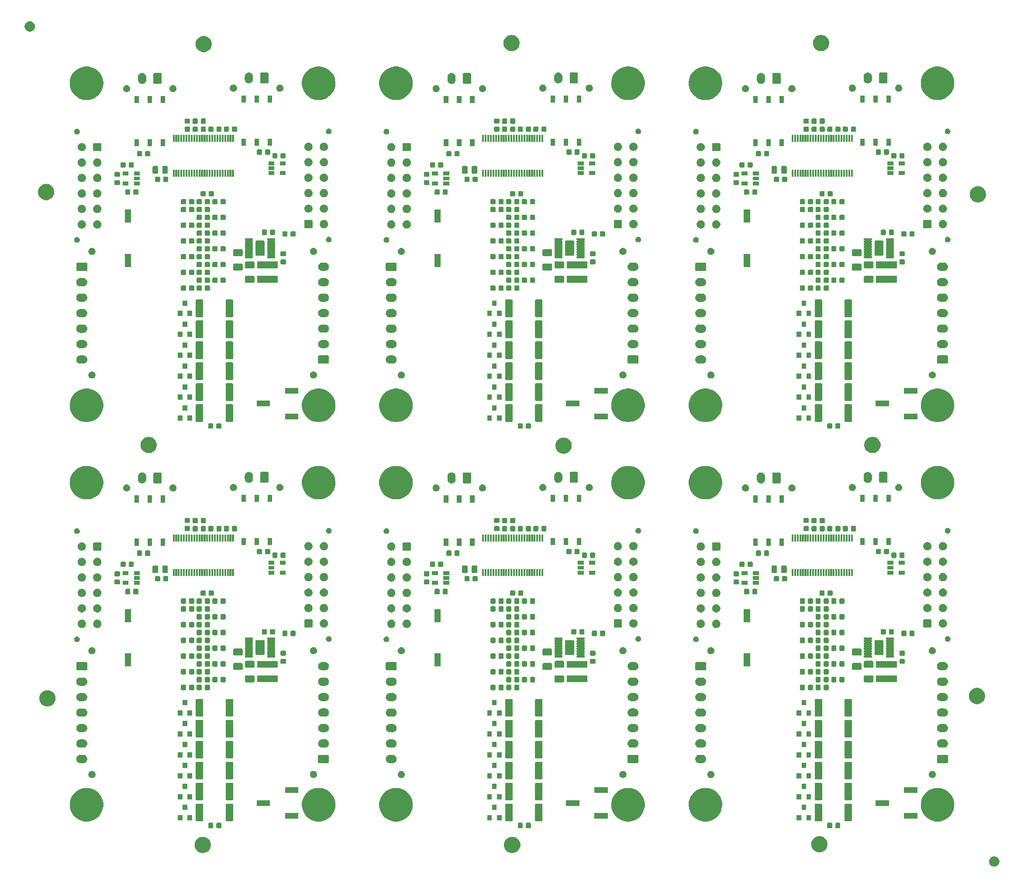
<source format=gts>
G04 #@! TF.GenerationSoftware,KiCad,Pcbnew,(5.1.4)-1*
G04 #@! TF.CreationDate,2020-11-07T13:08:33+01:00*
G04 #@! TF.ProjectId,FPGA_nutzen,46504741-5f6e-4757-947a-656e2e6b6963,rev?*
G04 #@! TF.SameCoordinates,Original*
G04 #@! TF.FileFunction,Soldermask,Top*
G04 #@! TF.FilePolarity,Negative*
%FSLAX46Y46*%
G04 Gerber Fmt 4.6, Leading zero omitted, Abs format (unit mm)*
G04 Created by KiCad (PCBNEW (5.1.4)-1) date 2020-11-07 13:08:33*
%MOMM*%
%LPD*%
G04 APERTURE LIST*
%ADD10C,0.100000*%
G04 APERTURE END LIST*
D10*
G36*
X245357090Y-181922214D02*
G01*
X245453689Y-181941429D01*
X245635678Y-182016811D01*
X245799463Y-182126249D01*
X245938751Y-182265537D01*
X246048189Y-182429322D01*
X246123571Y-182611311D01*
X246162000Y-182804509D01*
X246162000Y-183001491D01*
X246123571Y-183194689D01*
X246048189Y-183376678D01*
X245938751Y-183540463D01*
X245799463Y-183679751D01*
X245635678Y-183789189D01*
X245453689Y-183864571D01*
X245357090Y-183883785D01*
X245260493Y-183903000D01*
X245063507Y-183903000D01*
X244966910Y-183883785D01*
X244870311Y-183864571D01*
X244688322Y-183789189D01*
X244524537Y-183679751D01*
X244385249Y-183540463D01*
X244275811Y-183376678D01*
X244200429Y-183194689D01*
X244162000Y-183001491D01*
X244162000Y-182804509D01*
X244200429Y-182611311D01*
X244275811Y-182429322D01*
X244385249Y-182265537D01*
X244524537Y-182126249D01*
X244688322Y-182016811D01*
X244870311Y-181941429D01*
X244966910Y-181922214D01*
X245063507Y-181903000D01*
X245260493Y-181903000D01*
X245357090Y-181922214D01*
X245357090Y-181922214D01*
G37*
G36*
X152047209Y-178156876D02*
G01*
X152148702Y-178177064D01*
X152267504Y-178226274D01*
X152435515Y-178295866D01*
X152435516Y-178295867D01*
X152693642Y-178468341D01*
X152913159Y-178687858D01*
X152913160Y-178687860D01*
X153085634Y-178945985D01*
X153204436Y-179232799D01*
X153265000Y-179537276D01*
X153265000Y-179847724D01*
X153204436Y-180152201D01*
X153085634Y-180439015D01*
X153085633Y-180439016D01*
X152913159Y-180697142D01*
X152693642Y-180916659D01*
X152625585Y-180962133D01*
X152435515Y-181089134D01*
X152309092Y-181141500D01*
X152148702Y-181207936D01*
X152047209Y-181228124D01*
X151844224Y-181268500D01*
X151533776Y-181268500D01*
X151330791Y-181228124D01*
X151229298Y-181207936D01*
X151068908Y-181141500D01*
X150942485Y-181089134D01*
X150752415Y-180962133D01*
X150684358Y-180916659D01*
X150464841Y-180697142D01*
X150292367Y-180439016D01*
X150292366Y-180439015D01*
X150173564Y-180152201D01*
X150113000Y-179847724D01*
X150113000Y-179537276D01*
X150173564Y-179232799D01*
X150292366Y-178945985D01*
X150464840Y-178687860D01*
X150464841Y-178687858D01*
X150684358Y-178468341D01*
X150942484Y-178295867D01*
X150942485Y-178295866D01*
X151110496Y-178226274D01*
X151229298Y-178177064D01*
X151330791Y-178156876D01*
X151533776Y-178116500D01*
X151844224Y-178116500D01*
X152047209Y-178156876D01*
X152047209Y-178156876D01*
G37*
G36*
X92039709Y-178156876D02*
G01*
X92141202Y-178177064D01*
X92260004Y-178226274D01*
X92428015Y-178295866D01*
X92428016Y-178295867D01*
X92686142Y-178468341D01*
X92905659Y-178687858D01*
X92905660Y-178687860D01*
X93078134Y-178945985D01*
X93196936Y-179232799D01*
X93257500Y-179537276D01*
X93257500Y-179847724D01*
X93196936Y-180152201D01*
X93078134Y-180439015D01*
X93078133Y-180439016D01*
X92905659Y-180697142D01*
X92686142Y-180916659D01*
X92618085Y-180962133D01*
X92428015Y-181089134D01*
X92301592Y-181141500D01*
X92141202Y-181207936D01*
X92039709Y-181228124D01*
X91836724Y-181268500D01*
X91526276Y-181268500D01*
X91323291Y-181228124D01*
X91221798Y-181207936D01*
X91061408Y-181141500D01*
X90934985Y-181089134D01*
X90744915Y-180962133D01*
X90676858Y-180916659D01*
X90457341Y-180697142D01*
X90284867Y-180439016D01*
X90284866Y-180439015D01*
X90166064Y-180152201D01*
X90105500Y-179847724D01*
X90105500Y-179537276D01*
X90166064Y-179232799D01*
X90284866Y-178945985D01*
X90457340Y-178687860D01*
X90457341Y-178687858D01*
X90676858Y-178468341D01*
X90934984Y-178295867D01*
X90934985Y-178295866D01*
X91102996Y-178226274D01*
X91221798Y-178177064D01*
X91323291Y-178156876D01*
X91526276Y-178116500D01*
X91836724Y-178116500D01*
X92039709Y-178156876D01*
X92039709Y-178156876D01*
G37*
G36*
X211610209Y-178029876D02*
G01*
X211711702Y-178050064D01*
X211830504Y-178099274D01*
X211998515Y-178168866D01*
X211998516Y-178168867D01*
X212256642Y-178341341D01*
X212476159Y-178560858D01*
X212476160Y-178560860D01*
X212648634Y-178818985D01*
X212767436Y-179105799D01*
X212828000Y-179410276D01*
X212828000Y-179720724D01*
X212767436Y-180025201D01*
X212648634Y-180312015D01*
X212648633Y-180312016D01*
X212476159Y-180570142D01*
X212256642Y-180789659D01*
X212126702Y-180876482D01*
X211998515Y-180962134D01*
X211830504Y-181031726D01*
X211711702Y-181080936D01*
X211670492Y-181089133D01*
X211407224Y-181141500D01*
X211096776Y-181141500D01*
X210833508Y-181089133D01*
X210792298Y-181080936D01*
X210673496Y-181031726D01*
X210505485Y-180962134D01*
X210377298Y-180876482D01*
X210247358Y-180789659D01*
X210027841Y-180570142D01*
X209855367Y-180312016D01*
X209855366Y-180312015D01*
X209736564Y-180025201D01*
X209676000Y-179720724D01*
X209676000Y-179410276D01*
X209736564Y-179105799D01*
X209855366Y-178818985D01*
X210027840Y-178560860D01*
X210027841Y-178560858D01*
X210247358Y-178341341D01*
X210505484Y-178168867D01*
X210505485Y-178168866D01*
X210673496Y-178099274D01*
X210792298Y-178050064D01*
X210893791Y-178029876D01*
X211096776Y-177989500D01*
X211407224Y-177989500D01*
X211610209Y-178029876D01*
X211610209Y-178029876D01*
G37*
G36*
X153556677Y-175396050D02*
G01*
X153597759Y-175408512D01*
X153635624Y-175428752D01*
X153668812Y-175455988D01*
X153696048Y-175489176D01*
X153716288Y-175527041D01*
X153728750Y-175568123D01*
X153733200Y-175613304D01*
X153733200Y-176221896D01*
X153728750Y-176267077D01*
X153716288Y-176308159D01*
X153696048Y-176346024D01*
X153668812Y-176379212D01*
X153635624Y-176406448D01*
X153597759Y-176426688D01*
X153556677Y-176439150D01*
X153511496Y-176443600D01*
X152977904Y-176443600D01*
X152932723Y-176439150D01*
X152891641Y-176426688D01*
X152853776Y-176406448D01*
X152820588Y-176379212D01*
X152793352Y-176346024D01*
X152773112Y-176308159D01*
X152760650Y-176267077D01*
X152756200Y-176221896D01*
X152756200Y-175613304D01*
X152760650Y-175568123D01*
X152773112Y-175527041D01*
X152793352Y-175489176D01*
X152820588Y-175455988D01*
X152853776Y-175428752D01*
X152891641Y-175408512D01*
X152932723Y-175396050D01*
X152977904Y-175391600D01*
X153511496Y-175391600D01*
X153556677Y-175396050D01*
X153556677Y-175396050D01*
G37*
G36*
X155131677Y-175396050D02*
G01*
X155172759Y-175408512D01*
X155210624Y-175428752D01*
X155243812Y-175455988D01*
X155271048Y-175489176D01*
X155291288Y-175527041D01*
X155303750Y-175568123D01*
X155308200Y-175613304D01*
X155308200Y-176221896D01*
X155303750Y-176267077D01*
X155291288Y-176308159D01*
X155271048Y-176346024D01*
X155243812Y-176379212D01*
X155210624Y-176406448D01*
X155172759Y-176426688D01*
X155131677Y-176439150D01*
X155086496Y-176443600D01*
X154552904Y-176443600D01*
X154507723Y-176439150D01*
X154466641Y-176426688D01*
X154428776Y-176406448D01*
X154395588Y-176379212D01*
X154368352Y-176346024D01*
X154348112Y-176308159D01*
X154335650Y-176267077D01*
X154331200Y-176221896D01*
X154331200Y-175613304D01*
X154335650Y-175568123D01*
X154348112Y-175527041D01*
X154368352Y-175489176D01*
X154395588Y-175455988D01*
X154428776Y-175428752D01*
X154466641Y-175408512D01*
X154507723Y-175396050D01*
X154552904Y-175391600D01*
X155086496Y-175391600D01*
X155131677Y-175396050D01*
X155131677Y-175396050D01*
G37*
G36*
X215131677Y-175396050D02*
G01*
X215172759Y-175408512D01*
X215210624Y-175428752D01*
X215243812Y-175455988D01*
X215271048Y-175489176D01*
X215291288Y-175527041D01*
X215303750Y-175568123D01*
X215308200Y-175613304D01*
X215308200Y-176221896D01*
X215303750Y-176267077D01*
X215291288Y-176308159D01*
X215271048Y-176346024D01*
X215243812Y-176379212D01*
X215210624Y-176406448D01*
X215172759Y-176426688D01*
X215131677Y-176439150D01*
X215086496Y-176443600D01*
X214552904Y-176443600D01*
X214507723Y-176439150D01*
X214466641Y-176426688D01*
X214428776Y-176406448D01*
X214395588Y-176379212D01*
X214368352Y-176346024D01*
X214348112Y-176308159D01*
X214335650Y-176267077D01*
X214331200Y-176221896D01*
X214331200Y-175613304D01*
X214335650Y-175568123D01*
X214348112Y-175527041D01*
X214368352Y-175489176D01*
X214395588Y-175455988D01*
X214428776Y-175428752D01*
X214466641Y-175408512D01*
X214507723Y-175396050D01*
X214552904Y-175391600D01*
X215086496Y-175391600D01*
X215131677Y-175396050D01*
X215131677Y-175396050D01*
G37*
G36*
X213556677Y-175396050D02*
G01*
X213597759Y-175408512D01*
X213635624Y-175428752D01*
X213668812Y-175455988D01*
X213696048Y-175489176D01*
X213716288Y-175527041D01*
X213728750Y-175568123D01*
X213733200Y-175613304D01*
X213733200Y-176221896D01*
X213728750Y-176267077D01*
X213716288Y-176308159D01*
X213696048Y-176346024D01*
X213668812Y-176379212D01*
X213635624Y-176406448D01*
X213597759Y-176426688D01*
X213556677Y-176439150D01*
X213511496Y-176443600D01*
X212977904Y-176443600D01*
X212932723Y-176439150D01*
X212891641Y-176426688D01*
X212853776Y-176406448D01*
X212820588Y-176379212D01*
X212793352Y-176346024D01*
X212773112Y-176308159D01*
X212760650Y-176267077D01*
X212756200Y-176221896D01*
X212756200Y-175613304D01*
X212760650Y-175568123D01*
X212773112Y-175527041D01*
X212793352Y-175489176D01*
X212820588Y-175455988D01*
X212853776Y-175428752D01*
X212891641Y-175408512D01*
X212932723Y-175396050D01*
X212977904Y-175391600D01*
X213511496Y-175391600D01*
X213556677Y-175396050D01*
X213556677Y-175396050D01*
G37*
G36*
X95131677Y-175396050D02*
G01*
X95172759Y-175408512D01*
X95210624Y-175428752D01*
X95243812Y-175455988D01*
X95271048Y-175489176D01*
X95291288Y-175527041D01*
X95303750Y-175568123D01*
X95308200Y-175613304D01*
X95308200Y-176221896D01*
X95303750Y-176267077D01*
X95291288Y-176308159D01*
X95271048Y-176346024D01*
X95243812Y-176379212D01*
X95210624Y-176406448D01*
X95172759Y-176426688D01*
X95131677Y-176439150D01*
X95086496Y-176443600D01*
X94552904Y-176443600D01*
X94507723Y-176439150D01*
X94466641Y-176426688D01*
X94428776Y-176406448D01*
X94395588Y-176379212D01*
X94368352Y-176346024D01*
X94348112Y-176308159D01*
X94335650Y-176267077D01*
X94331200Y-176221896D01*
X94331200Y-175613304D01*
X94335650Y-175568123D01*
X94348112Y-175527041D01*
X94368352Y-175489176D01*
X94395588Y-175455988D01*
X94428776Y-175428752D01*
X94466641Y-175408512D01*
X94507723Y-175396050D01*
X94552904Y-175391600D01*
X95086496Y-175391600D01*
X95131677Y-175396050D01*
X95131677Y-175396050D01*
G37*
G36*
X93556677Y-175396050D02*
G01*
X93597759Y-175408512D01*
X93635624Y-175428752D01*
X93668812Y-175455988D01*
X93696048Y-175489176D01*
X93716288Y-175527041D01*
X93728750Y-175568123D01*
X93733200Y-175613304D01*
X93733200Y-176221896D01*
X93728750Y-176267077D01*
X93716288Y-176308159D01*
X93696048Y-176346024D01*
X93668812Y-176379212D01*
X93635624Y-176406448D01*
X93597759Y-176426688D01*
X93556677Y-176439150D01*
X93511496Y-176443600D01*
X92977904Y-176443600D01*
X92932723Y-176439150D01*
X92891641Y-176426688D01*
X92853776Y-176406448D01*
X92820588Y-176379212D01*
X92793352Y-176346024D01*
X92773112Y-176308159D01*
X92760650Y-176267077D01*
X92756200Y-176221896D01*
X92756200Y-175613304D01*
X92760650Y-175568123D01*
X92773112Y-175527041D01*
X92793352Y-175489176D01*
X92820588Y-175455988D01*
X92853776Y-175428752D01*
X92891641Y-175408512D01*
X92932723Y-175396050D01*
X92977904Y-175391600D01*
X93511496Y-175391600D01*
X93556677Y-175396050D01*
X93556677Y-175396050D01*
G37*
G36*
X129691558Y-168693645D02*
G01*
X130110282Y-168776934D01*
X130701926Y-169022001D01*
X131234392Y-169377784D01*
X131687216Y-169830608D01*
X132042999Y-170363074D01*
X132288066Y-170954718D01*
X132309048Y-171060202D01*
X132413000Y-171582803D01*
X132413000Y-172223197D01*
X132371355Y-172432558D01*
X132288066Y-172851282D01*
X132042999Y-173442926D01*
X131687216Y-173975392D01*
X131234392Y-174428216D01*
X130701926Y-174783999D01*
X130110282Y-175029066D01*
X129810044Y-175088787D01*
X129482197Y-175154000D01*
X128841803Y-175154000D01*
X128513956Y-175088787D01*
X128213718Y-175029066D01*
X127622074Y-174783999D01*
X127089608Y-174428216D01*
X126636784Y-173975392D01*
X126281001Y-173442926D01*
X126035934Y-172851282D01*
X125952645Y-172432558D01*
X125911000Y-172223197D01*
X125911000Y-171582803D01*
X126014952Y-171060202D01*
X126035934Y-170954718D01*
X126281001Y-170363074D01*
X126636784Y-169830608D01*
X127089608Y-169377784D01*
X127622074Y-169022001D01*
X128213718Y-168776934D01*
X128632442Y-168693645D01*
X128841803Y-168652000D01*
X129482197Y-168652000D01*
X129691558Y-168693645D01*
X129691558Y-168693645D01*
G37*
G36*
X114691558Y-168693645D02*
G01*
X115110282Y-168776934D01*
X115701926Y-169022001D01*
X116234392Y-169377784D01*
X116687216Y-169830608D01*
X117042999Y-170363074D01*
X117288066Y-170954718D01*
X117309048Y-171060202D01*
X117413000Y-171582803D01*
X117413000Y-172223197D01*
X117371355Y-172432558D01*
X117288066Y-172851282D01*
X117042999Y-173442926D01*
X116687216Y-173975392D01*
X116234392Y-174428216D01*
X115701926Y-174783999D01*
X115110282Y-175029066D01*
X114810044Y-175088787D01*
X114482197Y-175154000D01*
X113841803Y-175154000D01*
X113513956Y-175088787D01*
X113213718Y-175029066D01*
X112622074Y-174783999D01*
X112089608Y-174428216D01*
X111636784Y-173975392D01*
X111281001Y-173442926D01*
X111035934Y-172851282D01*
X110952645Y-172432558D01*
X110911000Y-172223197D01*
X110911000Y-171582803D01*
X111014952Y-171060202D01*
X111035934Y-170954718D01*
X111281001Y-170363074D01*
X111636784Y-169830608D01*
X112089608Y-169377784D01*
X112622074Y-169022001D01*
X113213718Y-168776934D01*
X113632442Y-168693645D01*
X113841803Y-168652000D01*
X114482197Y-168652000D01*
X114691558Y-168693645D01*
X114691558Y-168693645D01*
G37*
G36*
X174691558Y-168693645D02*
G01*
X175110282Y-168776934D01*
X175701926Y-169022001D01*
X176234392Y-169377784D01*
X176687216Y-169830608D01*
X177042999Y-170363074D01*
X177288066Y-170954718D01*
X177309048Y-171060202D01*
X177413000Y-171582803D01*
X177413000Y-172223197D01*
X177371355Y-172432558D01*
X177288066Y-172851282D01*
X177042999Y-173442926D01*
X176687216Y-173975392D01*
X176234392Y-174428216D01*
X175701926Y-174783999D01*
X175110282Y-175029066D01*
X174810044Y-175088787D01*
X174482197Y-175154000D01*
X173841803Y-175154000D01*
X173513956Y-175088787D01*
X173213718Y-175029066D01*
X172622074Y-174783999D01*
X172089608Y-174428216D01*
X171636784Y-173975392D01*
X171281001Y-173442926D01*
X171035934Y-172851282D01*
X170952645Y-172432558D01*
X170911000Y-172223197D01*
X170911000Y-171582803D01*
X171014952Y-171060202D01*
X171035934Y-170954718D01*
X171281001Y-170363074D01*
X171636784Y-169830608D01*
X172089608Y-169377784D01*
X172622074Y-169022001D01*
X173213718Y-168776934D01*
X173632442Y-168693645D01*
X173841803Y-168652000D01*
X174482197Y-168652000D01*
X174691558Y-168693645D01*
X174691558Y-168693645D01*
G37*
G36*
X234691558Y-168693645D02*
G01*
X235110282Y-168776934D01*
X235701926Y-169022001D01*
X236234392Y-169377784D01*
X236687216Y-169830608D01*
X237042999Y-170363074D01*
X237288066Y-170954718D01*
X237309048Y-171060202D01*
X237413000Y-171582803D01*
X237413000Y-172223197D01*
X237371355Y-172432558D01*
X237288066Y-172851282D01*
X237042999Y-173442926D01*
X236687216Y-173975392D01*
X236234392Y-174428216D01*
X235701926Y-174783999D01*
X235110282Y-175029066D01*
X234810044Y-175088787D01*
X234482197Y-175154000D01*
X233841803Y-175154000D01*
X233513956Y-175088787D01*
X233213718Y-175029066D01*
X232622074Y-174783999D01*
X232089608Y-174428216D01*
X231636784Y-173975392D01*
X231281001Y-173442926D01*
X231035934Y-172851282D01*
X230952645Y-172432558D01*
X230911000Y-172223197D01*
X230911000Y-171582803D01*
X231014952Y-171060202D01*
X231035934Y-170954718D01*
X231281001Y-170363074D01*
X231636784Y-169830608D01*
X232089608Y-169377784D01*
X232622074Y-169022001D01*
X233213718Y-168776934D01*
X233632442Y-168693645D01*
X233841803Y-168652000D01*
X234482197Y-168652000D01*
X234691558Y-168693645D01*
X234691558Y-168693645D01*
G37*
G36*
X189691558Y-168693645D02*
G01*
X190110282Y-168776934D01*
X190701926Y-169022001D01*
X191234392Y-169377784D01*
X191687216Y-169830608D01*
X192042999Y-170363074D01*
X192288066Y-170954718D01*
X192309048Y-171060202D01*
X192413000Y-171582803D01*
X192413000Y-172223197D01*
X192371355Y-172432558D01*
X192288066Y-172851282D01*
X192042999Y-173442926D01*
X191687216Y-173975392D01*
X191234392Y-174428216D01*
X190701926Y-174783999D01*
X190110282Y-175029066D01*
X189810044Y-175088787D01*
X189482197Y-175154000D01*
X188841803Y-175154000D01*
X188513956Y-175088787D01*
X188213718Y-175029066D01*
X187622074Y-174783999D01*
X187089608Y-174428216D01*
X186636784Y-173975392D01*
X186281001Y-173442926D01*
X186035934Y-172851282D01*
X185952645Y-172432558D01*
X185911000Y-172223197D01*
X185911000Y-171582803D01*
X186014952Y-171060202D01*
X186035934Y-170954718D01*
X186281001Y-170363074D01*
X186636784Y-169830608D01*
X187089608Y-169377784D01*
X187622074Y-169022001D01*
X188213718Y-168776934D01*
X188632442Y-168693645D01*
X188841803Y-168652000D01*
X189482197Y-168652000D01*
X189691558Y-168693645D01*
X189691558Y-168693645D01*
G37*
G36*
X69691558Y-168693645D02*
G01*
X70110282Y-168776934D01*
X70701926Y-169022001D01*
X71234392Y-169377784D01*
X71687216Y-169830608D01*
X72042999Y-170363074D01*
X72288066Y-170954718D01*
X72309048Y-171060202D01*
X72413000Y-171582803D01*
X72413000Y-172223197D01*
X72371355Y-172432558D01*
X72288066Y-172851282D01*
X72042999Y-173442926D01*
X71687216Y-173975392D01*
X71234392Y-174428216D01*
X70701926Y-174783999D01*
X70110282Y-175029066D01*
X69810044Y-175088787D01*
X69482197Y-175154000D01*
X68841803Y-175154000D01*
X68513956Y-175088787D01*
X68213718Y-175029066D01*
X67622074Y-174783999D01*
X67089608Y-174428216D01*
X66636784Y-173975392D01*
X66281001Y-173442926D01*
X66035934Y-172851282D01*
X65952645Y-172432558D01*
X65911000Y-172223197D01*
X65911000Y-171582803D01*
X66014952Y-171060202D01*
X66035934Y-170954718D01*
X66281001Y-170363074D01*
X66636784Y-169830608D01*
X67089608Y-169377784D01*
X67622074Y-169022001D01*
X68213718Y-168776934D01*
X68632442Y-168693645D01*
X68841803Y-168652000D01*
X69482197Y-168652000D01*
X69691558Y-168693645D01*
X69691558Y-168693645D01*
G37*
G36*
X157390860Y-171681798D02*
G01*
X157435351Y-171695294D01*
X157476357Y-171717213D01*
X157512295Y-171746705D01*
X157541787Y-171782643D01*
X157563706Y-171823649D01*
X157577202Y-171868140D01*
X157582000Y-171916860D01*
X157582000Y-174889140D01*
X157577202Y-174937860D01*
X157563706Y-174982351D01*
X157541787Y-175023357D01*
X157512295Y-175059295D01*
X157476357Y-175088787D01*
X157435351Y-175110706D01*
X157390860Y-175124202D01*
X157342140Y-175129000D01*
X156369860Y-175129000D01*
X156321140Y-175124202D01*
X156276649Y-175110706D01*
X156235643Y-175088787D01*
X156199705Y-175059295D01*
X156170213Y-175023357D01*
X156148294Y-174982351D01*
X156134798Y-174937860D01*
X156130000Y-174889140D01*
X156130000Y-171916860D01*
X156134798Y-171868140D01*
X156148294Y-171823649D01*
X156170213Y-171782643D01*
X156199705Y-171746705D01*
X156235643Y-171717213D01*
X156276649Y-171695294D01*
X156321140Y-171681798D01*
X156369860Y-171677000D01*
X157342140Y-171677000D01*
X157390860Y-171681798D01*
X157390860Y-171681798D01*
G37*
G36*
X97390860Y-171681798D02*
G01*
X97435351Y-171695294D01*
X97476357Y-171717213D01*
X97512295Y-171746705D01*
X97541787Y-171782643D01*
X97563706Y-171823649D01*
X97577202Y-171868140D01*
X97582000Y-171916860D01*
X97582000Y-174889140D01*
X97577202Y-174937860D01*
X97563706Y-174982351D01*
X97541787Y-175023357D01*
X97512295Y-175059295D01*
X97476357Y-175088787D01*
X97435351Y-175110706D01*
X97390860Y-175124202D01*
X97342140Y-175129000D01*
X96369860Y-175129000D01*
X96321140Y-175124202D01*
X96276649Y-175110706D01*
X96235643Y-175088787D01*
X96199705Y-175059295D01*
X96170213Y-175023357D01*
X96148294Y-174982351D01*
X96134798Y-174937860D01*
X96130000Y-174889140D01*
X96130000Y-171916860D01*
X96134798Y-171868140D01*
X96148294Y-171823649D01*
X96170213Y-171782643D01*
X96199705Y-171746705D01*
X96235643Y-171717213D01*
X96276649Y-171695294D01*
X96321140Y-171681798D01*
X96369860Y-171677000D01*
X97342140Y-171677000D01*
X97390860Y-171681798D01*
X97390860Y-171681798D01*
G37*
G36*
X91590860Y-171681798D02*
G01*
X91635351Y-171695294D01*
X91676357Y-171717213D01*
X91712295Y-171746705D01*
X91741787Y-171782643D01*
X91763706Y-171823649D01*
X91777202Y-171868140D01*
X91782000Y-171916860D01*
X91782000Y-174889140D01*
X91777202Y-174937860D01*
X91763706Y-174982351D01*
X91741787Y-175023357D01*
X91712295Y-175059295D01*
X91676357Y-175088787D01*
X91635351Y-175110706D01*
X91590860Y-175124202D01*
X91542140Y-175129000D01*
X90569860Y-175129000D01*
X90521140Y-175124202D01*
X90476649Y-175110706D01*
X90435643Y-175088787D01*
X90399705Y-175059295D01*
X90370213Y-175023357D01*
X90348294Y-174982351D01*
X90334798Y-174937860D01*
X90330000Y-174889140D01*
X90330000Y-171916860D01*
X90334798Y-171868140D01*
X90348294Y-171823649D01*
X90370213Y-171782643D01*
X90399705Y-171746705D01*
X90435643Y-171717213D01*
X90476649Y-171695294D01*
X90521140Y-171681798D01*
X90569860Y-171677000D01*
X91542140Y-171677000D01*
X91590860Y-171681798D01*
X91590860Y-171681798D01*
G37*
G36*
X151590860Y-171681798D02*
G01*
X151635351Y-171695294D01*
X151676357Y-171717213D01*
X151712295Y-171746705D01*
X151741787Y-171782643D01*
X151763706Y-171823649D01*
X151777202Y-171868140D01*
X151782000Y-171916860D01*
X151782000Y-174889140D01*
X151777202Y-174937860D01*
X151763706Y-174982351D01*
X151741787Y-175023357D01*
X151712295Y-175059295D01*
X151676357Y-175088787D01*
X151635351Y-175110706D01*
X151590860Y-175124202D01*
X151542140Y-175129000D01*
X150569860Y-175129000D01*
X150521140Y-175124202D01*
X150476649Y-175110706D01*
X150435643Y-175088787D01*
X150399705Y-175059295D01*
X150370213Y-175023357D01*
X150348294Y-174982351D01*
X150334798Y-174937860D01*
X150330000Y-174889140D01*
X150330000Y-171916860D01*
X150334798Y-171868140D01*
X150348294Y-171823649D01*
X150370213Y-171782643D01*
X150399705Y-171746705D01*
X150435643Y-171717213D01*
X150476649Y-171695294D01*
X150521140Y-171681798D01*
X150569860Y-171677000D01*
X151542140Y-171677000D01*
X151590860Y-171681798D01*
X151590860Y-171681798D01*
G37*
G36*
X217390860Y-171681798D02*
G01*
X217435351Y-171695294D01*
X217476357Y-171717213D01*
X217512295Y-171746705D01*
X217541787Y-171782643D01*
X217563706Y-171823649D01*
X217577202Y-171868140D01*
X217582000Y-171916860D01*
X217582000Y-174889140D01*
X217577202Y-174937860D01*
X217563706Y-174982351D01*
X217541787Y-175023357D01*
X217512295Y-175059295D01*
X217476357Y-175088787D01*
X217435351Y-175110706D01*
X217390860Y-175124202D01*
X217342140Y-175129000D01*
X216369860Y-175129000D01*
X216321140Y-175124202D01*
X216276649Y-175110706D01*
X216235643Y-175088787D01*
X216199705Y-175059295D01*
X216170213Y-175023357D01*
X216148294Y-174982351D01*
X216134798Y-174937860D01*
X216130000Y-174889140D01*
X216130000Y-171916860D01*
X216134798Y-171868140D01*
X216148294Y-171823649D01*
X216170213Y-171782643D01*
X216199705Y-171746705D01*
X216235643Y-171717213D01*
X216276649Y-171695294D01*
X216321140Y-171681798D01*
X216369860Y-171677000D01*
X217342140Y-171677000D01*
X217390860Y-171681798D01*
X217390860Y-171681798D01*
G37*
G36*
X211590860Y-171681798D02*
G01*
X211635351Y-171695294D01*
X211676357Y-171717213D01*
X211712295Y-171746705D01*
X211741787Y-171782643D01*
X211763706Y-171823649D01*
X211777202Y-171868140D01*
X211782000Y-171916860D01*
X211782000Y-174889140D01*
X211777202Y-174937860D01*
X211763706Y-174982351D01*
X211741787Y-175023357D01*
X211712295Y-175059295D01*
X211676357Y-175088787D01*
X211635351Y-175110706D01*
X211590860Y-175124202D01*
X211542140Y-175129000D01*
X210569860Y-175129000D01*
X210521140Y-175124202D01*
X210476649Y-175110706D01*
X210435643Y-175088787D01*
X210399705Y-175059295D01*
X210370213Y-175023357D01*
X210348294Y-174982351D01*
X210334798Y-174937860D01*
X210330000Y-174889140D01*
X210330000Y-171916860D01*
X210334798Y-171868140D01*
X210348294Y-171823649D01*
X210370213Y-171782643D01*
X210399705Y-171746705D01*
X210435643Y-171717213D01*
X210476649Y-171695294D01*
X210521140Y-171681798D01*
X210569860Y-171677000D01*
X211542140Y-171677000D01*
X211590860Y-171681798D01*
X211590860Y-171681798D01*
G37*
G36*
X207742000Y-174904000D02*
G01*
X206840000Y-174904000D01*
X206840000Y-173902000D01*
X207742000Y-173902000D01*
X207742000Y-174904000D01*
X207742000Y-174904000D01*
G37*
G36*
X87742000Y-174904000D02*
G01*
X86840000Y-174904000D01*
X86840000Y-173902000D01*
X87742000Y-173902000D01*
X87742000Y-174904000D01*
X87742000Y-174904000D01*
G37*
G36*
X89642000Y-174904000D02*
G01*
X88740000Y-174904000D01*
X88740000Y-173902000D01*
X89642000Y-173902000D01*
X89642000Y-174904000D01*
X89642000Y-174904000D01*
G37*
G36*
X147742000Y-174904000D02*
G01*
X146840000Y-174904000D01*
X146840000Y-173902000D01*
X147742000Y-173902000D01*
X147742000Y-174904000D01*
X147742000Y-174904000D01*
G37*
G36*
X209642000Y-174904000D02*
G01*
X208740000Y-174904000D01*
X208740000Y-173902000D01*
X209642000Y-173902000D01*
X209642000Y-174904000D01*
X209642000Y-174904000D01*
G37*
G36*
X149642000Y-174904000D02*
G01*
X148740000Y-174904000D01*
X148740000Y-173902000D01*
X149642000Y-173902000D01*
X149642000Y-174904000D01*
X149642000Y-174904000D01*
G37*
G36*
X170239640Y-174615040D02*
G01*
X167637640Y-174615040D01*
X167637640Y-173513040D01*
X170239640Y-173513040D01*
X170239640Y-174615040D01*
X170239640Y-174615040D01*
G37*
G36*
X230239640Y-174615040D02*
G01*
X227637640Y-174615040D01*
X227637640Y-173513040D01*
X230239640Y-173513040D01*
X230239640Y-174615040D01*
X230239640Y-174615040D01*
G37*
G36*
X110239640Y-174615040D02*
G01*
X107637640Y-174615040D01*
X107637640Y-173513040D01*
X110239640Y-173513040D01*
X110239640Y-174615040D01*
X110239640Y-174615040D01*
G37*
G36*
X208692000Y-172904000D02*
G01*
X207790000Y-172904000D01*
X207790000Y-171902000D01*
X208692000Y-171902000D01*
X208692000Y-172904000D01*
X208692000Y-172904000D01*
G37*
G36*
X88692000Y-172904000D02*
G01*
X87790000Y-172904000D01*
X87790000Y-171902000D01*
X88692000Y-171902000D01*
X88692000Y-172904000D01*
X88692000Y-172904000D01*
G37*
G36*
X148692000Y-172904000D02*
G01*
X147790000Y-172904000D01*
X147790000Y-171902000D01*
X148692000Y-171902000D01*
X148692000Y-172904000D01*
X148692000Y-172904000D01*
G37*
G36*
X104739640Y-172115040D02*
G01*
X102137640Y-172115040D01*
X102137640Y-171013040D01*
X104739640Y-171013040D01*
X104739640Y-172115040D01*
X104739640Y-172115040D01*
G37*
G36*
X164739640Y-172115040D02*
G01*
X162137640Y-172115040D01*
X162137640Y-171013040D01*
X164739640Y-171013040D01*
X164739640Y-172115040D01*
X164739640Y-172115040D01*
G37*
G36*
X224739640Y-172115040D02*
G01*
X222137640Y-172115040D01*
X222137640Y-171013040D01*
X224739640Y-171013040D01*
X224739640Y-172115040D01*
X224739640Y-172115040D01*
G37*
G36*
X91590860Y-167617798D02*
G01*
X91635351Y-167631294D01*
X91676357Y-167653213D01*
X91712295Y-167682705D01*
X91741787Y-167718643D01*
X91763706Y-167759649D01*
X91777202Y-167804140D01*
X91782000Y-167852860D01*
X91782000Y-170825140D01*
X91777202Y-170873860D01*
X91763706Y-170918351D01*
X91741787Y-170959357D01*
X91712295Y-170995295D01*
X91676357Y-171024787D01*
X91635351Y-171046706D01*
X91590860Y-171060202D01*
X91542140Y-171065000D01*
X90569860Y-171065000D01*
X90521140Y-171060202D01*
X90476649Y-171046706D01*
X90435643Y-171024787D01*
X90399705Y-170995295D01*
X90370213Y-170959357D01*
X90348294Y-170918351D01*
X90334798Y-170873860D01*
X90330000Y-170825140D01*
X90330000Y-167852860D01*
X90334798Y-167804140D01*
X90348294Y-167759649D01*
X90370213Y-167718643D01*
X90399705Y-167682705D01*
X90435643Y-167653213D01*
X90476649Y-167631294D01*
X90521140Y-167617798D01*
X90569860Y-167613000D01*
X91542140Y-167613000D01*
X91590860Y-167617798D01*
X91590860Y-167617798D01*
G37*
G36*
X97390860Y-167617798D02*
G01*
X97435351Y-167631294D01*
X97476357Y-167653213D01*
X97512295Y-167682705D01*
X97541787Y-167718643D01*
X97563706Y-167759649D01*
X97577202Y-167804140D01*
X97582000Y-167852860D01*
X97582000Y-170825140D01*
X97577202Y-170873860D01*
X97563706Y-170918351D01*
X97541787Y-170959357D01*
X97512295Y-170995295D01*
X97476357Y-171024787D01*
X97435351Y-171046706D01*
X97390860Y-171060202D01*
X97342140Y-171065000D01*
X96369860Y-171065000D01*
X96321140Y-171060202D01*
X96276649Y-171046706D01*
X96235643Y-171024787D01*
X96199705Y-170995295D01*
X96170213Y-170959357D01*
X96148294Y-170918351D01*
X96134798Y-170873860D01*
X96130000Y-170825140D01*
X96130000Y-167852860D01*
X96134798Y-167804140D01*
X96148294Y-167759649D01*
X96170213Y-167718643D01*
X96199705Y-167682705D01*
X96235643Y-167653213D01*
X96276649Y-167631294D01*
X96321140Y-167617798D01*
X96369860Y-167613000D01*
X97342140Y-167613000D01*
X97390860Y-167617798D01*
X97390860Y-167617798D01*
G37*
G36*
X151590860Y-167617798D02*
G01*
X151635351Y-167631294D01*
X151676357Y-167653213D01*
X151712295Y-167682705D01*
X151741787Y-167718643D01*
X151763706Y-167759649D01*
X151777202Y-167804140D01*
X151782000Y-167852860D01*
X151782000Y-170825140D01*
X151777202Y-170873860D01*
X151763706Y-170918351D01*
X151741787Y-170959357D01*
X151712295Y-170995295D01*
X151676357Y-171024787D01*
X151635351Y-171046706D01*
X151590860Y-171060202D01*
X151542140Y-171065000D01*
X150569860Y-171065000D01*
X150521140Y-171060202D01*
X150476649Y-171046706D01*
X150435643Y-171024787D01*
X150399705Y-170995295D01*
X150370213Y-170959357D01*
X150348294Y-170918351D01*
X150334798Y-170873860D01*
X150330000Y-170825140D01*
X150330000Y-167852860D01*
X150334798Y-167804140D01*
X150348294Y-167759649D01*
X150370213Y-167718643D01*
X150399705Y-167682705D01*
X150435643Y-167653213D01*
X150476649Y-167631294D01*
X150521140Y-167617798D01*
X150569860Y-167613000D01*
X151542140Y-167613000D01*
X151590860Y-167617798D01*
X151590860Y-167617798D01*
G37*
G36*
X157390860Y-167617798D02*
G01*
X157435351Y-167631294D01*
X157476357Y-167653213D01*
X157512295Y-167682705D01*
X157541787Y-167718643D01*
X157563706Y-167759649D01*
X157577202Y-167804140D01*
X157582000Y-167852860D01*
X157582000Y-170825140D01*
X157577202Y-170873860D01*
X157563706Y-170918351D01*
X157541787Y-170959357D01*
X157512295Y-170995295D01*
X157476357Y-171024787D01*
X157435351Y-171046706D01*
X157390860Y-171060202D01*
X157342140Y-171065000D01*
X156369860Y-171065000D01*
X156321140Y-171060202D01*
X156276649Y-171046706D01*
X156235643Y-171024787D01*
X156199705Y-170995295D01*
X156170213Y-170959357D01*
X156148294Y-170918351D01*
X156134798Y-170873860D01*
X156130000Y-170825140D01*
X156130000Y-167852860D01*
X156134798Y-167804140D01*
X156148294Y-167759649D01*
X156170213Y-167718643D01*
X156199705Y-167682705D01*
X156235643Y-167653213D01*
X156276649Y-167631294D01*
X156321140Y-167617798D01*
X156369860Y-167613000D01*
X157342140Y-167613000D01*
X157390860Y-167617798D01*
X157390860Y-167617798D01*
G37*
G36*
X217390860Y-167617798D02*
G01*
X217435351Y-167631294D01*
X217476357Y-167653213D01*
X217512295Y-167682705D01*
X217541787Y-167718643D01*
X217563706Y-167759649D01*
X217577202Y-167804140D01*
X217582000Y-167852860D01*
X217582000Y-170825140D01*
X217577202Y-170873860D01*
X217563706Y-170918351D01*
X217541787Y-170959357D01*
X217512295Y-170995295D01*
X217476357Y-171024787D01*
X217435351Y-171046706D01*
X217390860Y-171060202D01*
X217342140Y-171065000D01*
X216369860Y-171065000D01*
X216321140Y-171060202D01*
X216276649Y-171046706D01*
X216235643Y-171024787D01*
X216199705Y-170995295D01*
X216170213Y-170959357D01*
X216148294Y-170918351D01*
X216134798Y-170873860D01*
X216130000Y-170825140D01*
X216130000Y-167852860D01*
X216134798Y-167804140D01*
X216148294Y-167759649D01*
X216170213Y-167718643D01*
X216199705Y-167682705D01*
X216235643Y-167653213D01*
X216276649Y-167631294D01*
X216321140Y-167617798D01*
X216369860Y-167613000D01*
X217342140Y-167613000D01*
X217390860Y-167617798D01*
X217390860Y-167617798D01*
G37*
G36*
X211590860Y-167617798D02*
G01*
X211635351Y-167631294D01*
X211676357Y-167653213D01*
X211712295Y-167682705D01*
X211741787Y-167718643D01*
X211763706Y-167759649D01*
X211777202Y-167804140D01*
X211782000Y-167852860D01*
X211782000Y-170825140D01*
X211777202Y-170873860D01*
X211763706Y-170918351D01*
X211741787Y-170959357D01*
X211712295Y-170995295D01*
X211676357Y-171024787D01*
X211635351Y-171046706D01*
X211590860Y-171060202D01*
X211542140Y-171065000D01*
X210569860Y-171065000D01*
X210521140Y-171060202D01*
X210476649Y-171046706D01*
X210435643Y-171024787D01*
X210399705Y-170995295D01*
X210370213Y-170959357D01*
X210348294Y-170918351D01*
X210334798Y-170873860D01*
X210330000Y-170825140D01*
X210330000Y-167852860D01*
X210334798Y-167804140D01*
X210348294Y-167759649D01*
X210370213Y-167718643D01*
X210399705Y-167682705D01*
X210435643Y-167653213D01*
X210476649Y-167631294D01*
X210521140Y-167617798D01*
X210569860Y-167613000D01*
X211542140Y-167613000D01*
X211590860Y-167617798D01*
X211590860Y-167617798D01*
G37*
G36*
X147742000Y-170840000D02*
G01*
X146840000Y-170840000D01*
X146840000Y-169838000D01*
X147742000Y-169838000D01*
X147742000Y-170840000D01*
X147742000Y-170840000D01*
G37*
G36*
X209642000Y-170840000D02*
G01*
X208740000Y-170840000D01*
X208740000Y-169838000D01*
X209642000Y-169838000D01*
X209642000Y-170840000D01*
X209642000Y-170840000D01*
G37*
G36*
X149642000Y-170840000D02*
G01*
X148740000Y-170840000D01*
X148740000Y-169838000D01*
X149642000Y-169838000D01*
X149642000Y-170840000D01*
X149642000Y-170840000D01*
G37*
G36*
X207742000Y-170840000D02*
G01*
X206840000Y-170840000D01*
X206840000Y-169838000D01*
X207742000Y-169838000D01*
X207742000Y-170840000D01*
X207742000Y-170840000D01*
G37*
G36*
X89642000Y-170840000D02*
G01*
X88740000Y-170840000D01*
X88740000Y-169838000D01*
X89642000Y-169838000D01*
X89642000Y-170840000D01*
X89642000Y-170840000D01*
G37*
G36*
X87742000Y-170840000D02*
G01*
X86840000Y-170840000D01*
X86840000Y-169838000D01*
X87742000Y-169838000D01*
X87742000Y-170840000D01*
X87742000Y-170840000D01*
G37*
G36*
X170239640Y-169615040D02*
G01*
X167637640Y-169615040D01*
X167637640Y-168513040D01*
X170239640Y-168513040D01*
X170239640Y-169615040D01*
X170239640Y-169615040D01*
G37*
G36*
X230239640Y-169615040D02*
G01*
X227637640Y-169615040D01*
X227637640Y-168513040D01*
X230239640Y-168513040D01*
X230239640Y-169615040D01*
X230239640Y-169615040D01*
G37*
G36*
X110239640Y-169615040D02*
G01*
X107637640Y-169615040D01*
X107637640Y-168513040D01*
X110239640Y-168513040D01*
X110239640Y-169615040D01*
X110239640Y-169615040D01*
G37*
G36*
X148692000Y-168840000D02*
G01*
X147790000Y-168840000D01*
X147790000Y-167838000D01*
X148692000Y-167838000D01*
X148692000Y-168840000D01*
X148692000Y-168840000D01*
G37*
G36*
X208692000Y-168840000D02*
G01*
X207790000Y-168840000D01*
X207790000Y-167838000D01*
X208692000Y-167838000D01*
X208692000Y-168840000D01*
X208692000Y-168840000D01*
G37*
G36*
X88692000Y-168840000D02*
G01*
X87790000Y-168840000D01*
X87790000Y-167838000D01*
X88692000Y-167838000D01*
X88692000Y-168840000D01*
X88692000Y-168840000D01*
G37*
G36*
X211590860Y-163553798D02*
G01*
X211635351Y-163567294D01*
X211676357Y-163589213D01*
X211712295Y-163618705D01*
X211741787Y-163654643D01*
X211763706Y-163695649D01*
X211777202Y-163740140D01*
X211782000Y-163788860D01*
X211782000Y-166761140D01*
X211777202Y-166809860D01*
X211763706Y-166854351D01*
X211741787Y-166895357D01*
X211712295Y-166931295D01*
X211676357Y-166960787D01*
X211635351Y-166982706D01*
X211590860Y-166996202D01*
X211542140Y-167001000D01*
X210569860Y-167001000D01*
X210521140Y-166996202D01*
X210476649Y-166982706D01*
X210435643Y-166960787D01*
X210399705Y-166931295D01*
X210370213Y-166895357D01*
X210348294Y-166854351D01*
X210334798Y-166809860D01*
X210330000Y-166761140D01*
X210330000Y-163788860D01*
X210334798Y-163740140D01*
X210348294Y-163695649D01*
X210370213Y-163654643D01*
X210399705Y-163618705D01*
X210435643Y-163589213D01*
X210476649Y-163567294D01*
X210521140Y-163553798D01*
X210569860Y-163549000D01*
X211542140Y-163549000D01*
X211590860Y-163553798D01*
X211590860Y-163553798D01*
G37*
G36*
X97390860Y-163553798D02*
G01*
X97435351Y-163567294D01*
X97476357Y-163589213D01*
X97512295Y-163618705D01*
X97541787Y-163654643D01*
X97563706Y-163695649D01*
X97577202Y-163740140D01*
X97582000Y-163788860D01*
X97582000Y-166761140D01*
X97577202Y-166809860D01*
X97563706Y-166854351D01*
X97541787Y-166895357D01*
X97512295Y-166931295D01*
X97476357Y-166960787D01*
X97435351Y-166982706D01*
X97390860Y-166996202D01*
X97342140Y-167001000D01*
X96369860Y-167001000D01*
X96321140Y-166996202D01*
X96276649Y-166982706D01*
X96235643Y-166960787D01*
X96199705Y-166931295D01*
X96170213Y-166895357D01*
X96148294Y-166854351D01*
X96134798Y-166809860D01*
X96130000Y-166761140D01*
X96130000Y-163788860D01*
X96134798Y-163740140D01*
X96148294Y-163695649D01*
X96170213Y-163654643D01*
X96199705Y-163618705D01*
X96235643Y-163589213D01*
X96276649Y-163567294D01*
X96321140Y-163553798D01*
X96369860Y-163549000D01*
X97342140Y-163549000D01*
X97390860Y-163553798D01*
X97390860Y-163553798D01*
G37*
G36*
X151590860Y-163553798D02*
G01*
X151635351Y-163567294D01*
X151676357Y-163589213D01*
X151712295Y-163618705D01*
X151741787Y-163654643D01*
X151763706Y-163695649D01*
X151777202Y-163740140D01*
X151782000Y-163788860D01*
X151782000Y-166761140D01*
X151777202Y-166809860D01*
X151763706Y-166854351D01*
X151741787Y-166895357D01*
X151712295Y-166931295D01*
X151676357Y-166960787D01*
X151635351Y-166982706D01*
X151590860Y-166996202D01*
X151542140Y-167001000D01*
X150569860Y-167001000D01*
X150521140Y-166996202D01*
X150476649Y-166982706D01*
X150435643Y-166960787D01*
X150399705Y-166931295D01*
X150370213Y-166895357D01*
X150348294Y-166854351D01*
X150334798Y-166809860D01*
X150330000Y-166761140D01*
X150330000Y-163788860D01*
X150334798Y-163740140D01*
X150348294Y-163695649D01*
X150370213Y-163654643D01*
X150399705Y-163618705D01*
X150435643Y-163589213D01*
X150476649Y-163567294D01*
X150521140Y-163553798D01*
X150569860Y-163549000D01*
X151542140Y-163549000D01*
X151590860Y-163553798D01*
X151590860Y-163553798D01*
G37*
G36*
X157390860Y-163553798D02*
G01*
X157435351Y-163567294D01*
X157476357Y-163589213D01*
X157512295Y-163618705D01*
X157541787Y-163654643D01*
X157563706Y-163695649D01*
X157577202Y-163740140D01*
X157582000Y-163788860D01*
X157582000Y-166761140D01*
X157577202Y-166809860D01*
X157563706Y-166854351D01*
X157541787Y-166895357D01*
X157512295Y-166931295D01*
X157476357Y-166960787D01*
X157435351Y-166982706D01*
X157390860Y-166996202D01*
X157342140Y-167001000D01*
X156369860Y-167001000D01*
X156321140Y-166996202D01*
X156276649Y-166982706D01*
X156235643Y-166960787D01*
X156199705Y-166931295D01*
X156170213Y-166895357D01*
X156148294Y-166854351D01*
X156134798Y-166809860D01*
X156130000Y-166761140D01*
X156130000Y-163788860D01*
X156134798Y-163740140D01*
X156148294Y-163695649D01*
X156170213Y-163654643D01*
X156199705Y-163618705D01*
X156235643Y-163589213D01*
X156276649Y-163567294D01*
X156321140Y-163553798D01*
X156369860Y-163549000D01*
X157342140Y-163549000D01*
X157390860Y-163553798D01*
X157390860Y-163553798D01*
G37*
G36*
X217390860Y-163553798D02*
G01*
X217435351Y-163567294D01*
X217476357Y-163589213D01*
X217512295Y-163618705D01*
X217541787Y-163654643D01*
X217563706Y-163695649D01*
X217577202Y-163740140D01*
X217582000Y-163788860D01*
X217582000Y-166761140D01*
X217577202Y-166809860D01*
X217563706Y-166854351D01*
X217541787Y-166895357D01*
X217512295Y-166931295D01*
X217476357Y-166960787D01*
X217435351Y-166982706D01*
X217390860Y-166996202D01*
X217342140Y-167001000D01*
X216369860Y-167001000D01*
X216321140Y-166996202D01*
X216276649Y-166982706D01*
X216235643Y-166960787D01*
X216199705Y-166931295D01*
X216170213Y-166895357D01*
X216148294Y-166854351D01*
X216134798Y-166809860D01*
X216130000Y-166761140D01*
X216130000Y-163788860D01*
X216134798Y-163740140D01*
X216148294Y-163695649D01*
X216170213Y-163654643D01*
X216199705Y-163618705D01*
X216235643Y-163589213D01*
X216276649Y-163567294D01*
X216321140Y-163553798D01*
X216369860Y-163549000D01*
X217342140Y-163549000D01*
X217390860Y-163553798D01*
X217390860Y-163553798D01*
G37*
G36*
X91590860Y-163553798D02*
G01*
X91635351Y-163567294D01*
X91676357Y-163589213D01*
X91712295Y-163618705D01*
X91741787Y-163654643D01*
X91763706Y-163695649D01*
X91777202Y-163740140D01*
X91782000Y-163788860D01*
X91782000Y-166761140D01*
X91777202Y-166809860D01*
X91763706Y-166854351D01*
X91741787Y-166895357D01*
X91712295Y-166931295D01*
X91676357Y-166960787D01*
X91635351Y-166982706D01*
X91590860Y-166996202D01*
X91542140Y-167001000D01*
X90569860Y-167001000D01*
X90521140Y-166996202D01*
X90476649Y-166982706D01*
X90435643Y-166960787D01*
X90399705Y-166931295D01*
X90370213Y-166895357D01*
X90348294Y-166854351D01*
X90334798Y-166809860D01*
X90330000Y-166761140D01*
X90330000Y-163788860D01*
X90334798Y-163740140D01*
X90348294Y-163695649D01*
X90370213Y-163654643D01*
X90399705Y-163618705D01*
X90435643Y-163589213D01*
X90476649Y-163567294D01*
X90521140Y-163553798D01*
X90569860Y-163549000D01*
X91542140Y-163549000D01*
X91590860Y-163553798D01*
X91590860Y-163553798D01*
G37*
G36*
X207742000Y-166776000D02*
G01*
X206840000Y-166776000D01*
X206840000Y-165774000D01*
X207742000Y-165774000D01*
X207742000Y-166776000D01*
X207742000Y-166776000D01*
G37*
G36*
X209642000Y-166776000D02*
G01*
X208740000Y-166776000D01*
X208740000Y-165774000D01*
X209642000Y-165774000D01*
X209642000Y-166776000D01*
X209642000Y-166776000D01*
G37*
G36*
X149642000Y-166776000D02*
G01*
X148740000Y-166776000D01*
X148740000Y-165774000D01*
X149642000Y-165774000D01*
X149642000Y-166776000D01*
X149642000Y-166776000D01*
G37*
G36*
X147742000Y-166776000D02*
G01*
X146840000Y-166776000D01*
X146840000Y-165774000D01*
X147742000Y-165774000D01*
X147742000Y-166776000D01*
X147742000Y-166776000D01*
G37*
G36*
X87742000Y-166776000D02*
G01*
X86840000Y-166776000D01*
X86840000Y-165774000D01*
X87742000Y-165774000D01*
X87742000Y-166776000D01*
X87742000Y-166776000D01*
G37*
G36*
X89642000Y-166776000D02*
G01*
X88740000Y-166776000D01*
X88740000Y-165774000D01*
X89642000Y-165774000D01*
X89642000Y-166776000D01*
X89642000Y-166776000D01*
G37*
G36*
X130398597Y-165358862D02*
G01*
X130513545Y-165406475D01*
X130523443Y-165410575D01*
X130580001Y-165448366D01*
X130629662Y-165481548D01*
X130635799Y-165485649D01*
X130731351Y-165581201D01*
X130803687Y-165689459D01*
X130806426Y-165693559D01*
X130858138Y-165818403D01*
X130884500Y-165950933D01*
X130884500Y-166086067D01*
X130858138Y-166218597D01*
X130806426Y-166343441D01*
X130734092Y-166451698D01*
X130731351Y-166455799D01*
X130635799Y-166551351D01*
X130523443Y-166626425D01*
X130523442Y-166626426D01*
X130523441Y-166626426D01*
X130398597Y-166678138D01*
X130266067Y-166704500D01*
X130130933Y-166704500D01*
X129998403Y-166678138D01*
X129873559Y-166626426D01*
X129873558Y-166626426D01*
X129873557Y-166626425D01*
X129761201Y-166551351D01*
X129665649Y-166455799D01*
X129662909Y-166451698D01*
X129590574Y-166343441D01*
X129538862Y-166218597D01*
X129512500Y-166086067D01*
X129512500Y-165950933D01*
X129538862Y-165818403D01*
X129590574Y-165693559D01*
X129593314Y-165689459D01*
X129665649Y-165581201D01*
X129761201Y-165485649D01*
X129767339Y-165481548D01*
X129816999Y-165448366D01*
X129873557Y-165410575D01*
X129883455Y-165406475D01*
X129998403Y-165358862D01*
X130130933Y-165332500D01*
X130266067Y-165332500D01*
X130398597Y-165358862D01*
X130398597Y-165358862D01*
G37*
G36*
X190398597Y-165358862D02*
G01*
X190513545Y-165406475D01*
X190523443Y-165410575D01*
X190580001Y-165448366D01*
X190629662Y-165481548D01*
X190635799Y-165485649D01*
X190731351Y-165581201D01*
X190803687Y-165689459D01*
X190806426Y-165693559D01*
X190858138Y-165818403D01*
X190884500Y-165950933D01*
X190884500Y-166086067D01*
X190858138Y-166218597D01*
X190806426Y-166343441D01*
X190734092Y-166451698D01*
X190731351Y-166455799D01*
X190635799Y-166551351D01*
X190523443Y-166626425D01*
X190523442Y-166626426D01*
X190523441Y-166626426D01*
X190398597Y-166678138D01*
X190266067Y-166704500D01*
X190130933Y-166704500D01*
X189998403Y-166678138D01*
X189873559Y-166626426D01*
X189873558Y-166626426D01*
X189873557Y-166626425D01*
X189761201Y-166551351D01*
X189665649Y-166455799D01*
X189662909Y-166451698D01*
X189590574Y-166343441D01*
X189538862Y-166218597D01*
X189512500Y-166086067D01*
X189512500Y-165950933D01*
X189538862Y-165818403D01*
X189590574Y-165693559D01*
X189593314Y-165689459D01*
X189665649Y-165581201D01*
X189761201Y-165485649D01*
X189767339Y-165481548D01*
X189816999Y-165448366D01*
X189873557Y-165410575D01*
X189883455Y-165406475D01*
X189998403Y-165358862D01*
X190130933Y-165332500D01*
X190266067Y-165332500D01*
X190398597Y-165358862D01*
X190398597Y-165358862D01*
G37*
G36*
X70398597Y-165358862D02*
G01*
X70513545Y-165406475D01*
X70523443Y-165410575D01*
X70580001Y-165448366D01*
X70629662Y-165481548D01*
X70635799Y-165485649D01*
X70731351Y-165581201D01*
X70803687Y-165689459D01*
X70806426Y-165693559D01*
X70858138Y-165818403D01*
X70884500Y-165950933D01*
X70884500Y-166086067D01*
X70858138Y-166218597D01*
X70806426Y-166343441D01*
X70734092Y-166451698D01*
X70731351Y-166455799D01*
X70635799Y-166551351D01*
X70523443Y-166626425D01*
X70523442Y-166626426D01*
X70523441Y-166626426D01*
X70398597Y-166678138D01*
X70266067Y-166704500D01*
X70130933Y-166704500D01*
X69998403Y-166678138D01*
X69873559Y-166626426D01*
X69873558Y-166626426D01*
X69873557Y-166626425D01*
X69761201Y-166551351D01*
X69665649Y-166455799D01*
X69662909Y-166451698D01*
X69590574Y-166343441D01*
X69538862Y-166218597D01*
X69512500Y-166086067D01*
X69512500Y-165950933D01*
X69538862Y-165818403D01*
X69590574Y-165693559D01*
X69593314Y-165689459D01*
X69665649Y-165581201D01*
X69761201Y-165485649D01*
X69767339Y-165481548D01*
X69816999Y-165448366D01*
X69873557Y-165410575D01*
X69883455Y-165406475D01*
X69998403Y-165358862D01*
X70130933Y-165332500D01*
X70266067Y-165332500D01*
X70398597Y-165358862D01*
X70398597Y-165358862D01*
G37*
G36*
X113354297Y-165354762D02*
G01*
X113479141Y-165406474D01*
X113479143Y-165406475D01*
X113485279Y-165410575D01*
X113591498Y-165481548D01*
X113687052Y-165577102D01*
X113762126Y-165689459D01*
X113813838Y-165814303D01*
X113840200Y-165946833D01*
X113840200Y-166081967D01*
X113813838Y-166214497D01*
X113813837Y-166214499D01*
X113762125Y-166339343D01*
X113759385Y-166343443D01*
X113687052Y-166451698D01*
X113591498Y-166547252D01*
X113535701Y-166584534D01*
X113479143Y-166622325D01*
X113479142Y-166622326D01*
X113479141Y-166622326D01*
X113354297Y-166674038D01*
X113221767Y-166700400D01*
X113086633Y-166700400D01*
X112954103Y-166674038D01*
X112829259Y-166622326D01*
X112829258Y-166622326D01*
X112829257Y-166622325D01*
X112772699Y-166584534D01*
X112716902Y-166547252D01*
X112621348Y-166451698D01*
X112549015Y-166343443D01*
X112546275Y-166339343D01*
X112494563Y-166214499D01*
X112494562Y-166214497D01*
X112468200Y-166081967D01*
X112468200Y-165946833D01*
X112494562Y-165814303D01*
X112546274Y-165689459D01*
X112621348Y-165577102D01*
X112716902Y-165481548D01*
X112823121Y-165410575D01*
X112829257Y-165406475D01*
X112829259Y-165406474D01*
X112954103Y-165354762D01*
X113086633Y-165328400D01*
X113221767Y-165328400D01*
X113354297Y-165354762D01*
X113354297Y-165354762D01*
G37*
G36*
X173354297Y-165354762D02*
G01*
X173479141Y-165406474D01*
X173479143Y-165406475D01*
X173485279Y-165410575D01*
X173591498Y-165481548D01*
X173687052Y-165577102D01*
X173762126Y-165689459D01*
X173813838Y-165814303D01*
X173840200Y-165946833D01*
X173840200Y-166081967D01*
X173813838Y-166214497D01*
X173813837Y-166214499D01*
X173762125Y-166339343D01*
X173759385Y-166343443D01*
X173687052Y-166451698D01*
X173591498Y-166547252D01*
X173535701Y-166584534D01*
X173479143Y-166622325D01*
X173479142Y-166622326D01*
X173479141Y-166622326D01*
X173354297Y-166674038D01*
X173221767Y-166700400D01*
X173086633Y-166700400D01*
X172954103Y-166674038D01*
X172829259Y-166622326D01*
X172829258Y-166622326D01*
X172829257Y-166622325D01*
X172772699Y-166584534D01*
X172716902Y-166547252D01*
X172621348Y-166451698D01*
X172549015Y-166343443D01*
X172546275Y-166339343D01*
X172494563Y-166214499D01*
X172494562Y-166214497D01*
X172468200Y-166081967D01*
X172468200Y-165946833D01*
X172494562Y-165814303D01*
X172546274Y-165689459D01*
X172621348Y-165577102D01*
X172716902Y-165481548D01*
X172823121Y-165410575D01*
X172829257Y-165406475D01*
X172829259Y-165406474D01*
X172954103Y-165354762D01*
X173086633Y-165328400D01*
X173221767Y-165328400D01*
X173354297Y-165354762D01*
X173354297Y-165354762D01*
G37*
G36*
X233354297Y-165354762D02*
G01*
X233479141Y-165406474D01*
X233479143Y-165406475D01*
X233485279Y-165410575D01*
X233591498Y-165481548D01*
X233687052Y-165577102D01*
X233762126Y-165689459D01*
X233813838Y-165814303D01*
X233840200Y-165946833D01*
X233840200Y-166081967D01*
X233813838Y-166214497D01*
X233813837Y-166214499D01*
X233762125Y-166339343D01*
X233759385Y-166343443D01*
X233687052Y-166451698D01*
X233591498Y-166547252D01*
X233535701Y-166584534D01*
X233479143Y-166622325D01*
X233479142Y-166622326D01*
X233479141Y-166622326D01*
X233354297Y-166674038D01*
X233221767Y-166700400D01*
X233086633Y-166700400D01*
X232954103Y-166674038D01*
X232829259Y-166622326D01*
X232829258Y-166622326D01*
X232829257Y-166622325D01*
X232772699Y-166584534D01*
X232716902Y-166547252D01*
X232621348Y-166451698D01*
X232549015Y-166343443D01*
X232546275Y-166339343D01*
X232494563Y-166214499D01*
X232494562Y-166214497D01*
X232468200Y-166081967D01*
X232468200Y-165946833D01*
X232494562Y-165814303D01*
X232546274Y-165689459D01*
X232621348Y-165577102D01*
X232716902Y-165481548D01*
X232823121Y-165410575D01*
X232829257Y-165406475D01*
X232829259Y-165406474D01*
X232954103Y-165354762D01*
X233086633Y-165328400D01*
X233221767Y-165328400D01*
X233354297Y-165354762D01*
X233354297Y-165354762D01*
G37*
G36*
X88692000Y-164776000D02*
G01*
X87790000Y-164776000D01*
X87790000Y-163774000D01*
X88692000Y-163774000D01*
X88692000Y-164776000D01*
X88692000Y-164776000D01*
G37*
G36*
X148692000Y-164776000D02*
G01*
X147790000Y-164776000D01*
X147790000Y-163774000D01*
X148692000Y-163774000D01*
X148692000Y-164776000D01*
X148692000Y-164776000D01*
G37*
G36*
X208692000Y-164776000D02*
G01*
X207790000Y-164776000D01*
X207790000Y-163774000D01*
X208692000Y-163774000D01*
X208692000Y-164776000D01*
X208692000Y-164776000D01*
G37*
G36*
X188655523Y-162229090D02*
G01*
X188806512Y-162274892D01*
X188806514Y-162274893D01*
X188945662Y-162349269D01*
X188945663Y-162349270D01*
X188945665Y-162349271D01*
X189067633Y-162449367D01*
X189167729Y-162571335D01*
X189242108Y-162710488D01*
X189287910Y-162861477D01*
X189303375Y-163018500D01*
X189287910Y-163175523D01*
X189242108Y-163326512D01*
X189167729Y-163465665D01*
X189067633Y-163587633D01*
X188945665Y-163687729D01*
X188945663Y-163687730D01*
X188945662Y-163687731D01*
X188847611Y-163740140D01*
X188806512Y-163762108D01*
X188718322Y-163788860D01*
X188655523Y-163807910D01*
X188537846Y-163819500D01*
X187939154Y-163819500D01*
X187821477Y-163807910D01*
X187758678Y-163788860D01*
X187670488Y-163762108D01*
X187629389Y-163740140D01*
X187531338Y-163687731D01*
X187531337Y-163687730D01*
X187531335Y-163687729D01*
X187409367Y-163587633D01*
X187309271Y-163465665D01*
X187234892Y-163326512D01*
X187189090Y-163175523D01*
X187173625Y-163018500D01*
X187189090Y-162861477D01*
X187234892Y-162710488D01*
X187309271Y-162571335D01*
X187409367Y-162449367D01*
X187531335Y-162349271D01*
X187531337Y-162349270D01*
X187531338Y-162349269D01*
X187670486Y-162274893D01*
X187670488Y-162274892D01*
X187821477Y-162229090D01*
X187939154Y-162217500D01*
X188537846Y-162217500D01*
X188655523Y-162229090D01*
X188655523Y-162229090D01*
G37*
G36*
X68655523Y-162229090D02*
G01*
X68806512Y-162274892D01*
X68806514Y-162274893D01*
X68945662Y-162349269D01*
X68945663Y-162349270D01*
X68945665Y-162349271D01*
X69067633Y-162449367D01*
X69167729Y-162571335D01*
X69242108Y-162710488D01*
X69287910Y-162861477D01*
X69303375Y-163018500D01*
X69287910Y-163175523D01*
X69242108Y-163326512D01*
X69167729Y-163465665D01*
X69067633Y-163587633D01*
X68945665Y-163687729D01*
X68945663Y-163687730D01*
X68945662Y-163687731D01*
X68847611Y-163740140D01*
X68806512Y-163762108D01*
X68718322Y-163788860D01*
X68655523Y-163807910D01*
X68537846Y-163819500D01*
X67939154Y-163819500D01*
X67821477Y-163807910D01*
X67758678Y-163788860D01*
X67670488Y-163762108D01*
X67629389Y-163740140D01*
X67531338Y-163687731D01*
X67531337Y-163687730D01*
X67531335Y-163687729D01*
X67409367Y-163587633D01*
X67309271Y-163465665D01*
X67234892Y-163326512D01*
X67189090Y-163175523D01*
X67173625Y-163018500D01*
X67189090Y-162861477D01*
X67234892Y-162710488D01*
X67309271Y-162571335D01*
X67409367Y-162449367D01*
X67531335Y-162349271D01*
X67531337Y-162349270D01*
X67531338Y-162349269D01*
X67670486Y-162274893D01*
X67670488Y-162274892D01*
X67821477Y-162229090D01*
X67939154Y-162217500D01*
X68537846Y-162217500D01*
X68655523Y-162229090D01*
X68655523Y-162229090D01*
G37*
G36*
X128655523Y-162229090D02*
G01*
X128806512Y-162274892D01*
X128806514Y-162274893D01*
X128945662Y-162349269D01*
X128945663Y-162349270D01*
X128945665Y-162349271D01*
X129067633Y-162449367D01*
X129167729Y-162571335D01*
X129242108Y-162710488D01*
X129287910Y-162861477D01*
X129303375Y-163018500D01*
X129287910Y-163175523D01*
X129242108Y-163326512D01*
X129167729Y-163465665D01*
X129067633Y-163587633D01*
X128945665Y-163687729D01*
X128945663Y-163687730D01*
X128945662Y-163687731D01*
X128847611Y-163740140D01*
X128806512Y-163762108D01*
X128718322Y-163788860D01*
X128655523Y-163807910D01*
X128537846Y-163819500D01*
X127939154Y-163819500D01*
X127821477Y-163807910D01*
X127758678Y-163788860D01*
X127670488Y-163762108D01*
X127629389Y-163740140D01*
X127531338Y-163687731D01*
X127531337Y-163687730D01*
X127531335Y-163687729D01*
X127409367Y-163587633D01*
X127309271Y-163465665D01*
X127234892Y-163326512D01*
X127189090Y-163175523D01*
X127173625Y-163018500D01*
X127189090Y-162861477D01*
X127234892Y-162710488D01*
X127309271Y-162571335D01*
X127409367Y-162449367D01*
X127531335Y-162349271D01*
X127531337Y-162349270D01*
X127531338Y-162349269D01*
X127670486Y-162274893D01*
X127670488Y-162274892D01*
X127821477Y-162229090D01*
X127939154Y-162217500D01*
X128537846Y-162217500D01*
X128655523Y-162229090D01*
X128655523Y-162229090D01*
G37*
G36*
X235987071Y-162218127D02*
G01*
X236030862Y-162231411D01*
X236071215Y-162252979D01*
X236106589Y-162282011D01*
X236135621Y-162317385D01*
X236157189Y-162357738D01*
X236170473Y-162401529D01*
X236175200Y-162449521D01*
X236175200Y-163579279D01*
X236170473Y-163627271D01*
X236157189Y-163671062D01*
X236135621Y-163711415D01*
X236106589Y-163746789D01*
X236071215Y-163775821D01*
X236030862Y-163797389D01*
X235987071Y-163810673D01*
X235939079Y-163815400D01*
X234289321Y-163815400D01*
X234241329Y-163810673D01*
X234197538Y-163797389D01*
X234157185Y-163775821D01*
X234121811Y-163746789D01*
X234092779Y-163711415D01*
X234071211Y-163671062D01*
X234057927Y-163627271D01*
X234053200Y-163579279D01*
X234053200Y-162449521D01*
X234057927Y-162401529D01*
X234071211Y-162357738D01*
X234092779Y-162317385D01*
X234121811Y-162282011D01*
X234157185Y-162252979D01*
X234197538Y-162231411D01*
X234241329Y-162218127D01*
X234289321Y-162213400D01*
X235939079Y-162213400D01*
X235987071Y-162218127D01*
X235987071Y-162218127D01*
G37*
G36*
X175987071Y-162218127D02*
G01*
X176030862Y-162231411D01*
X176071215Y-162252979D01*
X176106589Y-162282011D01*
X176135621Y-162317385D01*
X176157189Y-162357738D01*
X176170473Y-162401529D01*
X176175200Y-162449521D01*
X176175200Y-163579279D01*
X176170473Y-163627271D01*
X176157189Y-163671062D01*
X176135621Y-163711415D01*
X176106589Y-163746789D01*
X176071215Y-163775821D01*
X176030862Y-163797389D01*
X175987071Y-163810673D01*
X175939079Y-163815400D01*
X174289321Y-163815400D01*
X174241329Y-163810673D01*
X174197538Y-163797389D01*
X174157185Y-163775821D01*
X174121811Y-163746789D01*
X174092779Y-163711415D01*
X174071211Y-163671062D01*
X174057927Y-163627271D01*
X174053200Y-163579279D01*
X174053200Y-162449521D01*
X174057927Y-162401529D01*
X174071211Y-162357738D01*
X174092779Y-162317385D01*
X174121811Y-162282011D01*
X174157185Y-162252979D01*
X174197538Y-162231411D01*
X174241329Y-162218127D01*
X174289321Y-162213400D01*
X175939079Y-162213400D01*
X175987071Y-162218127D01*
X175987071Y-162218127D01*
G37*
G36*
X115987071Y-162218127D02*
G01*
X116030862Y-162231411D01*
X116071215Y-162252979D01*
X116106589Y-162282011D01*
X116135621Y-162317385D01*
X116157189Y-162357738D01*
X116170473Y-162401529D01*
X116175200Y-162449521D01*
X116175200Y-163579279D01*
X116170473Y-163627271D01*
X116157189Y-163671062D01*
X116135621Y-163711415D01*
X116106589Y-163746789D01*
X116071215Y-163775821D01*
X116030862Y-163797389D01*
X115987071Y-163810673D01*
X115939079Y-163815400D01*
X114289321Y-163815400D01*
X114241329Y-163810673D01*
X114197538Y-163797389D01*
X114157185Y-163775821D01*
X114121811Y-163746789D01*
X114092779Y-163711415D01*
X114071211Y-163671062D01*
X114057927Y-163627271D01*
X114053200Y-163579279D01*
X114053200Y-162449521D01*
X114057927Y-162401529D01*
X114071211Y-162357738D01*
X114092779Y-162317385D01*
X114121811Y-162282011D01*
X114157185Y-162252979D01*
X114197538Y-162231411D01*
X114241329Y-162218127D01*
X114289321Y-162213400D01*
X115939079Y-162213400D01*
X115987071Y-162218127D01*
X115987071Y-162218127D01*
G37*
G36*
X91590860Y-159489798D02*
G01*
X91635351Y-159503294D01*
X91676357Y-159525213D01*
X91712295Y-159554705D01*
X91741787Y-159590643D01*
X91763706Y-159631649D01*
X91777202Y-159676140D01*
X91782000Y-159724860D01*
X91782000Y-162697140D01*
X91777202Y-162745860D01*
X91763706Y-162790351D01*
X91741787Y-162831357D01*
X91712295Y-162867295D01*
X91676357Y-162896787D01*
X91635351Y-162918706D01*
X91590860Y-162932202D01*
X91542140Y-162937000D01*
X90569860Y-162937000D01*
X90521140Y-162932202D01*
X90476649Y-162918706D01*
X90435643Y-162896787D01*
X90399705Y-162867295D01*
X90370213Y-162831357D01*
X90348294Y-162790351D01*
X90334798Y-162745860D01*
X90330000Y-162697140D01*
X90330000Y-159724860D01*
X90334798Y-159676140D01*
X90348294Y-159631649D01*
X90370213Y-159590643D01*
X90399705Y-159554705D01*
X90435643Y-159525213D01*
X90476649Y-159503294D01*
X90521140Y-159489798D01*
X90569860Y-159485000D01*
X91542140Y-159485000D01*
X91590860Y-159489798D01*
X91590860Y-159489798D01*
G37*
G36*
X97390860Y-159489798D02*
G01*
X97435351Y-159503294D01*
X97476357Y-159525213D01*
X97512295Y-159554705D01*
X97541787Y-159590643D01*
X97563706Y-159631649D01*
X97577202Y-159676140D01*
X97582000Y-159724860D01*
X97582000Y-162697140D01*
X97577202Y-162745860D01*
X97563706Y-162790351D01*
X97541787Y-162831357D01*
X97512295Y-162867295D01*
X97476357Y-162896787D01*
X97435351Y-162918706D01*
X97390860Y-162932202D01*
X97342140Y-162937000D01*
X96369860Y-162937000D01*
X96321140Y-162932202D01*
X96276649Y-162918706D01*
X96235643Y-162896787D01*
X96199705Y-162867295D01*
X96170213Y-162831357D01*
X96148294Y-162790351D01*
X96134798Y-162745860D01*
X96130000Y-162697140D01*
X96130000Y-159724860D01*
X96134798Y-159676140D01*
X96148294Y-159631649D01*
X96170213Y-159590643D01*
X96199705Y-159554705D01*
X96235643Y-159525213D01*
X96276649Y-159503294D01*
X96321140Y-159489798D01*
X96369860Y-159485000D01*
X97342140Y-159485000D01*
X97390860Y-159489798D01*
X97390860Y-159489798D01*
G37*
G36*
X151590860Y-159489798D02*
G01*
X151635351Y-159503294D01*
X151676357Y-159525213D01*
X151712295Y-159554705D01*
X151741787Y-159590643D01*
X151763706Y-159631649D01*
X151777202Y-159676140D01*
X151782000Y-159724860D01*
X151782000Y-162697140D01*
X151777202Y-162745860D01*
X151763706Y-162790351D01*
X151741787Y-162831357D01*
X151712295Y-162867295D01*
X151676357Y-162896787D01*
X151635351Y-162918706D01*
X151590860Y-162932202D01*
X151542140Y-162937000D01*
X150569860Y-162937000D01*
X150521140Y-162932202D01*
X150476649Y-162918706D01*
X150435643Y-162896787D01*
X150399705Y-162867295D01*
X150370213Y-162831357D01*
X150348294Y-162790351D01*
X150334798Y-162745860D01*
X150330000Y-162697140D01*
X150330000Y-159724860D01*
X150334798Y-159676140D01*
X150348294Y-159631649D01*
X150370213Y-159590643D01*
X150399705Y-159554705D01*
X150435643Y-159525213D01*
X150476649Y-159503294D01*
X150521140Y-159489798D01*
X150569860Y-159485000D01*
X151542140Y-159485000D01*
X151590860Y-159489798D01*
X151590860Y-159489798D01*
G37*
G36*
X157390860Y-159489798D02*
G01*
X157435351Y-159503294D01*
X157476357Y-159525213D01*
X157512295Y-159554705D01*
X157541787Y-159590643D01*
X157563706Y-159631649D01*
X157577202Y-159676140D01*
X157582000Y-159724860D01*
X157582000Y-162697140D01*
X157577202Y-162745860D01*
X157563706Y-162790351D01*
X157541787Y-162831357D01*
X157512295Y-162867295D01*
X157476357Y-162896787D01*
X157435351Y-162918706D01*
X157390860Y-162932202D01*
X157342140Y-162937000D01*
X156369860Y-162937000D01*
X156321140Y-162932202D01*
X156276649Y-162918706D01*
X156235643Y-162896787D01*
X156199705Y-162867295D01*
X156170213Y-162831357D01*
X156148294Y-162790351D01*
X156134798Y-162745860D01*
X156130000Y-162697140D01*
X156130000Y-159724860D01*
X156134798Y-159676140D01*
X156148294Y-159631649D01*
X156170213Y-159590643D01*
X156199705Y-159554705D01*
X156235643Y-159525213D01*
X156276649Y-159503294D01*
X156321140Y-159489798D01*
X156369860Y-159485000D01*
X157342140Y-159485000D01*
X157390860Y-159489798D01*
X157390860Y-159489798D01*
G37*
G36*
X211590860Y-159489798D02*
G01*
X211635351Y-159503294D01*
X211676357Y-159525213D01*
X211712295Y-159554705D01*
X211741787Y-159590643D01*
X211763706Y-159631649D01*
X211777202Y-159676140D01*
X211782000Y-159724860D01*
X211782000Y-162697140D01*
X211777202Y-162745860D01*
X211763706Y-162790351D01*
X211741787Y-162831357D01*
X211712295Y-162867295D01*
X211676357Y-162896787D01*
X211635351Y-162918706D01*
X211590860Y-162932202D01*
X211542140Y-162937000D01*
X210569860Y-162937000D01*
X210521140Y-162932202D01*
X210476649Y-162918706D01*
X210435643Y-162896787D01*
X210399705Y-162867295D01*
X210370213Y-162831357D01*
X210348294Y-162790351D01*
X210334798Y-162745860D01*
X210330000Y-162697140D01*
X210330000Y-159724860D01*
X210334798Y-159676140D01*
X210348294Y-159631649D01*
X210370213Y-159590643D01*
X210399705Y-159554705D01*
X210435643Y-159525213D01*
X210476649Y-159503294D01*
X210521140Y-159489798D01*
X210569860Y-159485000D01*
X211542140Y-159485000D01*
X211590860Y-159489798D01*
X211590860Y-159489798D01*
G37*
G36*
X217390860Y-159489798D02*
G01*
X217435351Y-159503294D01*
X217476357Y-159525213D01*
X217512295Y-159554705D01*
X217541787Y-159590643D01*
X217563706Y-159631649D01*
X217577202Y-159676140D01*
X217582000Y-159724860D01*
X217582000Y-162697140D01*
X217577202Y-162745860D01*
X217563706Y-162790351D01*
X217541787Y-162831357D01*
X217512295Y-162867295D01*
X217476357Y-162896787D01*
X217435351Y-162918706D01*
X217390860Y-162932202D01*
X217342140Y-162937000D01*
X216369860Y-162937000D01*
X216321140Y-162932202D01*
X216276649Y-162918706D01*
X216235643Y-162896787D01*
X216199705Y-162867295D01*
X216170213Y-162831357D01*
X216148294Y-162790351D01*
X216134798Y-162745860D01*
X216130000Y-162697140D01*
X216130000Y-159724860D01*
X216134798Y-159676140D01*
X216148294Y-159631649D01*
X216170213Y-159590643D01*
X216199705Y-159554705D01*
X216235643Y-159525213D01*
X216276649Y-159503294D01*
X216321140Y-159489798D01*
X216369860Y-159485000D01*
X217342140Y-159485000D01*
X217390860Y-159489798D01*
X217390860Y-159489798D01*
G37*
G36*
X87742000Y-162712000D02*
G01*
X86840000Y-162712000D01*
X86840000Y-161710000D01*
X87742000Y-161710000D01*
X87742000Y-162712000D01*
X87742000Y-162712000D01*
G37*
G36*
X89642000Y-162712000D02*
G01*
X88740000Y-162712000D01*
X88740000Y-161710000D01*
X89642000Y-161710000D01*
X89642000Y-162712000D01*
X89642000Y-162712000D01*
G37*
G36*
X149642000Y-162712000D02*
G01*
X148740000Y-162712000D01*
X148740000Y-161710000D01*
X149642000Y-161710000D01*
X149642000Y-162712000D01*
X149642000Y-162712000D01*
G37*
G36*
X147742000Y-162712000D02*
G01*
X146840000Y-162712000D01*
X146840000Y-161710000D01*
X147742000Y-161710000D01*
X147742000Y-162712000D01*
X147742000Y-162712000D01*
G37*
G36*
X209642000Y-162712000D02*
G01*
X208740000Y-162712000D01*
X208740000Y-161710000D01*
X209642000Y-161710000D01*
X209642000Y-162712000D01*
X209642000Y-162712000D01*
G37*
G36*
X207742000Y-162712000D02*
G01*
X206840000Y-162712000D01*
X206840000Y-161710000D01*
X207742000Y-161710000D01*
X207742000Y-162712000D01*
X207742000Y-162712000D01*
G37*
G36*
X188613894Y-159224990D02*
G01*
X188655523Y-159229090D01*
X188806512Y-159274892D01*
X188806514Y-159274893D01*
X188945662Y-159349269D01*
X188945663Y-159349270D01*
X188945665Y-159349271D01*
X189067633Y-159449367D01*
X189167729Y-159571335D01*
X189167731Y-159571338D01*
X189241847Y-159710000D01*
X189242108Y-159710488D01*
X189287910Y-159861477D01*
X189303375Y-160018500D01*
X189287910Y-160175523D01*
X189242108Y-160326512D01*
X189167729Y-160465665D01*
X189067633Y-160587633D01*
X188945665Y-160687729D01*
X188945663Y-160687730D01*
X188945662Y-160687731D01*
X188814183Y-160758008D01*
X188806512Y-160762108D01*
X188669039Y-160803810D01*
X188655523Y-160807910D01*
X188537846Y-160819500D01*
X187939154Y-160819500D01*
X187821477Y-160807910D01*
X187807961Y-160803810D01*
X187670488Y-160762108D01*
X187662817Y-160758008D01*
X187531338Y-160687731D01*
X187531337Y-160687730D01*
X187531335Y-160687729D01*
X187409367Y-160587633D01*
X187309271Y-160465665D01*
X187234892Y-160326512D01*
X187189090Y-160175523D01*
X187173625Y-160018500D01*
X187189090Y-159861477D01*
X187234892Y-159710488D01*
X187235153Y-159710000D01*
X187309269Y-159571338D01*
X187309271Y-159571335D01*
X187409367Y-159449367D01*
X187531335Y-159349271D01*
X187531337Y-159349270D01*
X187531338Y-159349269D01*
X187670486Y-159274893D01*
X187670488Y-159274892D01*
X187821477Y-159229090D01*
X187863106Y-159224990D01*
X187939154Y-159217500D01*
X188537846Y-159217500D01*
X188613894Y-159224990D01*
X188613894Y-159224990D01*
G37*
G36*
X128613894Y-159224990D02*
G01*
X128655523Y-159229090D01*
X128806512Y-159274892D01*
X128806514Y-159274893D01*
X128945662Y-159349269D01*
X128945663Y-159349270D01*
X128945665Y-159349271D01*
X129067633Y-159449367D01*
X129167729Y-159571335D01*
X129167731Y-159571338D01*
X129241847Y-159710000D01*
X129242108Y-159710488D01*
X129287910Y-159861477D01*
X129303375Y-160018500D01*
X129287910Y-160175523D01*
X129242108Y-160326512D01*
X129167729Y-160465665D01*
X129067633Y-160587633D01*
X128945665Y-160687729D01*
X128945663Y-160687730D01*
X128945662Y-160687731D01*
X128814183Y-160758008D01*
X128806512Y-160762108D01*
X128669039Y-160803810D01*
X128655523Y-160807910D01*
X128537846Y-160819500D01*
X127939154Y-160819500D01*
X127821477Y-160807910D01*
X127807961Y-160803810D01*
X127670488Y-160762108D01*
X127662817Y-160758008D01*
X127531338Y-160687731D01*
X127531337Y-160687730D01*
X127531335Y-160687729D01*
X127409367Y-160587633D01*
X127309271Y-160465665D01*
X127234892Y-160326512D01*
X127189090Y-160175523D01*
X127173625Y-160018500D01*
X127189090Y-159861477D01*
X127234892Y-159710488D01*
X127235153Y-159710000D01*
X127309269Y-159571338D01*
X127309271Y-159571335D01*
X127409367Y-159449367D01*
X127531335Y-159349271D01*
X127531337Y-159349270D01*
X127531338Y-159349269D01*
X127670486Y-159274893D01*
X127670488Y-159274892D01*
X127821477Y-159229090D01*
X127863106Y-159224990D01*
X127939154Y-159217500D01*
X128537846Y-159217500D01*
X128613894Y-159224990D01*
X128613894Y-159224990D01*
G37*
G36*
X68613894Y-159224990D02*
G01*
X68655523Y-159229090D01*
X68806512Y-159274892D01*
X68806514Y-159274893D01*
X68945662Y-159349269D01*
X68945663Y-159349270D01*
X68945665Y-159349271D01*
X69067633Y-159449367D01*
X69167729Y-159571335D01*
X69167731Y-159571338D01*
X69241847Y-159710000D01*
X69242108Y-159710488D01*
X69287910Y-159861477D01*
X69303375Y-160018500D01*
X69287910Y-160175523D01*
X69242108Y-160326512D01*
X69167729Y-160465665D01*
X69067633Y-160587633D01*
X68945665Y-160687729D01*
X68945663Y-160687730D01*
X68945662Y-160687731D01*
X68814183Y-160758008D01*
X68806512Y-160762108D01*
X68669039Y-160803810D01*
X68655523Y-160807910D01*
X68537846Y-160819500D01*
X67939154Y-160819500D01*
X67821477Y-160807910D01*
X67807961Y-160803810D01*
X67670488Y-160762108D01*
X67662817Y-160758008D01*
X67531338Y-160687731D01*
X67531337Y-160687730D01*
X67531335Y-160687729D01*
X67409367Y-160587633D01*
X67309271Y-160465665D01*
X67234892Y-160326512D01*
X67189090Y-160175523D01*
X67173625Y-160018500D01*
X67189090Y-159861477D01*
X67234892Y-159710488D01*
X67235153Y-159710000D01*
X67309269Y-159571338D01*
X67309271Y-159571335D01*
X67409367Y-159449367D01*
X67531335Y-159349271D01*
X67531337Y-159349270D01*
X67531338Y-159349269D01*
X67670486Y-159274893D01*
X67670488Y-159274892D01*
X67821477Y-159229090D01*
X67863106Y-159224990D01*
X67939154Y-159217500D01*
X68537846Y-159217500D01*
X68613894Y-159224990D01*
X68613894Y-159224990D01*
G37*
G36*
X235531223Y-159224990D02*
G01*
X235682212Y-159270792D01*
X235682214Y-159270793D01*
X235821362Y-159345169D01*
X235821363Y-159345170D01*
X235821365Y-159345171D01*
X235943333Y-159445267D01*
X236040573Y-159563755D01*
X236043431Y-159567238D01*
X236117807Y-159706386D01*
X236117808Y-159706388D01*
X236123411Y-159724860D01*
X236163610Y-159857377D01*
X236179075Y-160014400D01*
X236163610Y-160171423D01*
X236117807Y-160322414D01*
X236115616Y-160326514D01*
X236043429Y-160461565D01*
X235943333Y-160583533D01*
X235821365Y-160683629D01*
X235821363Y-160683630D01*
X235821362Y-160683631D01*
X235813691Y-160687731D01*
X235682212Y-160758008D01*
X235531223Y-160803810D01*
X235413546Y-160815400D01*
X234814854Y-160815400D01*
X234697177Y-160803810D01*
X234546188Y-160758008D01*
X234414709Y-160687731D01*
X234407038Y-160683631D01*
X234407037Y-160683630D01*
X234407035Y-160683629D01*
X234285067Y-160583533D01*
X234184971Y-160461565D01*
X234112785Y-160326514D01*
X234110593Y-160322414D01*
X234064790Y-160171423D01*
X234049325Y-160014400D01*
X234064790Y-159857377D01*
X234104989Y-159724860D01*
X234110592Y-159706388D01*
X234110593Y-159706386D01*
X234184969Y-159567238D01*
X234187827Y-159563755D01*
X234285067Y-159445267D01*
X234407035Y-159345171D01*
X234407037Y-159345170D01*
X234407038Y-159345169D01*
X234546186Y-159270793D01*
X234546188Y-159270792D01*
X234697177Y-159224990D01*
X234814854Y-159213400D01*
X235413546Y-159213400D01*
X235531223Y-159224990D01*
X235531223Y-159224990D01*
G37*
G36*
X175531223Y-159224990D02*
G01*
X175682212Y-159270792D01*
X175682214Y-159270793D01*
X175821362Y-159345169D01*
X175821363Y-159345170D01*
X175821365Y-159345171D01*
X175943333Y-159445267D01*
X176040573Y-159563755D01*
X176043431Y-159567238D01*
X176117807Y-159706386D01*
X176117808Y-159706388D01*
X176123411Y-159724860D01*
X176163610Y-159857377D01*
X176179075Y-160014400D01*
X176163610Y-160171423D01*
X176117807Y-160322414D01*
X176115616Y-160326514D01*
X176043429Y-160461565D01*
X175943333Y-160583533D01*
X175821365Y-160683629D01*
X175821363Y-160683630D01*
X175821362Y-160683631D01*
X175813691Y-160687731D01*
X175682212Y-160758008D01*
X175531223Y-160803810D01*
X175413546Y-160815400D01*
X174814854Y-160815400D01*
X174697177Y-160803810D01*
X174546188Y-160758008D01*
X174414709Y-160687731D01*
X174407038Y-160683631D01*
X174407037Y-160683630D01*
X174407035Y-160683629D01*
X174285067Y-160583533D01*
X174184971Y-160461565D01*
X174112785Y-160326514D01*
X174110593Y-160322414D01*
X174064790Y-160171423D01*
X174049325Y-160014400D01*
X174064790Y-159857377D01*
X174104989Y-159724860D01*
X174110592Y-159706388D01*
X174110593Y-159706386D01*
X174184969Y-159567238D01*
X174187827Y-159563755D01*
X174285067Y-159445267D01*
X174407035Y-159345171D01*
X174407037Y-159345170D01*
X174407038Y-159345169D01*
X174546186Y-159270793D01*
X174546188Y-159270792D01*
X174697177Y-159224990D01*
X174814854Y-159213400D01*
X175413546Y-159213400D01*
X175531223Y-159224990D01*
X175531223Y-159224990D01*
G37*
G36*
X115531223Y-159224990D02*
G01*
X115682212Y-159270792D01*
X115682214Y-159270793D01*
X115821362Y-159345169D01*
X115821363Y-159345170D01*
X115821365Y-159345171D01*
X115943333Y-159445267D01*
X116040573Y-159563755D01*
X116043431Y-159567238D01*
X116117807Y-159706386D01*
X116117808Y-159706388D01*
X116123411Y-159724860D01*
X116163610Y-159857377D01*
X116179075Y-160014400D01*
X116163610Y-160171423D01*
X116117807Y-160322414D01*
X116115616Y-160326514D01*
X116043429Y-160461565D01*
X115943333Y-160583533D01*
X115821365Y-160683629D01*
X115821363Y-160683630D01*
X115821362Y-160683631D01*
X115813691Y-160687731D01*
X115682212Y-160758008D01*
X115531223Y-160803810D01*
X115413546Y-160815400D01*
X114814854Y-160815400D01*
X114697177Y-160803810D01*
X114546188Y-160758008D01*
X114414709Y-160687731D01*
X114407038Y-160683631D01*
X114407037Y-160683630D01*
X114407035Y-160683629D01*
X114285067Y-160583533D01*
X114184971Y-160461565D01*
X114112785Y-160326514D01*
X114110593Y-160322414D01*
X114064790Y-160171423D01*
X114049325Y-160014400D01*
X114064790Y-159857377D01*
X114104989Y-159724860D01*
X114110592Y-159706388D01*
X114110593Y-159706386D01*
X114184969Y-159567238D01*
X114187827Y-159563755D01*
X114285067Y-159445267D01*
X114407035Y-159345171D01*
X114407037Y-159345170D01*
X114407038Y-159345169D01*
X114546186Y-159270793D01*
X114546188Y-159270792D01*
X114697177Y-159224990D01*
X114814854Y-159213400D01*
X115413546Y-159213400D01*
X115531223Y-159224990D01*
X115531223Y-159224990D01*
G37*
G36*
X148692000Y-160712000D02*
G01*
X147790000Y-160712000D01*
X147790000Y-159710000D01*
X148692000Y-159710000D01*
X148692000Y-160712000D01*
X148692000Y-160712000D01*
G37*
G36*
X208692000Y-160712000D02*
G01*
X207790000Y-160712000D01*
X207790000Y-159710000D01*
X208692000Y-159710000D01*
X208692000Y-160712000D01*
X208692000Y-160712000D01*
G37*
G36*
X88692000Y-160712000D02*
G01*
X87790000Y-160712000D01*
X87790000Y-159710000D01*
X88692000Y-159710000D01*
X88692000Y-160712000D01*
X88692000Y-160712000D01*
G37*
G36*
X157390860Y-155425798D02*
G01*
X157435351Y-155439294D01*
X157476357Y-155461213D01*
X157512295Y-155490705D01*
X157541787Y-155526643D01*
X157563706Y-155567649D01*
X157577202Y-155612140D01*
X157582000Y-155660860D01*
X157582000Y-158633140D01*
X157577202Y-158681860D01*
X157563706Y-158726351D01*
X157541787Y-158767357D01*
X157512295Y-158803295D01*
X157476357Y-158832787D01*
X157435351Y-158854706D01*
X157390860Y-158868202D01*
X157342140Y-158873000D01*
X156369860Y-158873000D01*
X156321140Y-158868202D01*
X156276649Y-158854706D01*
X156235643Y-158832787D01*
X156199705Y-158803295D01*
X156170213Y-158767357D01*
X156148294Y-158726351D01*
X156134798Y-158681860D01*
X156130000Y-158633140D01*
X156130000Y-155660860D01*
X156134798Y-155612140D01*
X156148294Y-155567649D01*
X156170213Y-155526643D01*
X156199705Y-155490705D01*
X156235643Y-155461213D01*
X156276649Y-155439294D01*
X156321140Y-155425798D01*
X156369860Y-155421000D01*
X157342140Y-155421000D01*
X157390860Y-155425798D01*
X157390860Y-155425798D01*
G37*
G36*
X151590860Y-155425798D02*
G01*
X151635351Y-155439294D01*
X151676357Y-155461213D01*
X151712295Y-155490705D01*
X151741787Y-155526643D01*
X151763706Y-155567649D01*
X151777202Y-155612140D01*
X151782000Y-155660860D01*
X151782000Y-158633140D01*
X151777202Y-158681860D01*
X151763706Y-158726351D01*
X151741787Y-158767357D01*
X151712295Y-158803295D01*
X151676357Y-158832787D01*
X151635351Y-158854706D01*
X151590860Y-158868202D01*
X151542140Y-158873000D01*
X150569860Y-158873000D01*
X150521140Y-158868202D01*
X150476649Y-158854706D01*
X150435643Y-158832787D01*
X150399705Y-158803295D01*
X150370213Y-158767357D01*
X150348294Y-158726351D01*
X150334798Y-158681860D01*
X150330000Y-158633140D01*
X150330000Y-155660860D01*
X150334798Y-155612140D01*
X150348294Y-155567649D01*
X150370213Y-155526643D01*
X150399705Y-155490705D01*
X150435643Y-155461213D01*
X150476649Y-155439294D01*
X150521140Y-155425798D01*
X150569860Y-155421000D01*
X151542140Y-155421000D01*
X151590860Y-155425798D01*
X151590860Y-155425798D01*
G37*
G36*
X97390860Y-155425798D02*
G01*
X97435351Y-155439294D01*
X97476357Y-155461213D01*
X97512295Y-155490705D01*
X97541787Y-155526643D01*
X97563706Y-155567649D01*
X97577202Y-155612140D01*
X97582000Y-155660860D01*
X97582000Y-158633140D01*
X97577202Y-158681860D01*
X97563706Y-158726351D01*
X97541787Y-158767357D01*
X97512295Y-158803295D01*
X97476357Y-158832787D01*
X97435351Y-158854706D01*
X97390860Y-158868202D01*
X97342140Y-158873000D01*
X96369860Y-158873000D01*
X96321140Y-158868202D01*
X96276649Y-158854706D01*
X96235643Y-158832787D01*
X96199705Y-158803295D01*
X96170213Y-158767357D01*
X96148294Y-158726351D01*
X96134798Y-158681860D01*
X96130000Y-158633140D01*
X96130000Y-155660860D01*
X96134798Y-155612140D01*
X96148294Y-155567649D01*
X96170213Y-155526643D01*
X96199705Y-155490705D01*
X96235643Y-155461213D01*
X96276649Y-155439294D01*
X96321140Y-155425798D01*
X96369860Y-155421000D01*
X97342140Y-155421000D01*
X97390860Y-155425798D01*
X97390860Y-155425798D01*
G37*
G36*
X91590860Y-155425798D02*
G01*
X91635351Y-155439294D01*
X91676357Y-155461213D01*
X91712295Y-155490705D01*
X91741787Y-155526643D01*
X91763706Y-155567649D01*
X91777202Y-155612140D01*
X91782000Y-155660860D01*
X91782000Y-158633140D01*
X91777202Y-158681860D01*
X91763706Y-158726351D01*
X91741787Y-158767357D01*
X91712295Y-158803295D01*
X91676357Y-158832787D01*
X91635351Y-158854706D01*
X91590860Y-158868202D01*
X91542140Y-158873000D01*
X90569860Y-158873000D01*
X90521140Y-158868202D01*
X90476649Y-158854706D01*
X90435643Y-158832787D01*
X90399705Y-158803295D01*
X90370213Y-158767357D01*
X90348294Y-158726351D01*
X90334798Y-158681860D01*
X90330000Y-158633140D01*
X90330000Y-155660860D01*
X90334798Y-155612140D01*
X90348294Y-155567649D01*
X90370213Y-155526643D01*
X90399705Y-155490705D01*
X90435643Y-155461213D01*
X90476649Y-155439294D01*
X90521140Y-155425798D01*
X90569860Y-155421000D01*
X91542140Y-155421000D01*
X91590860Y-155425798D01*
X91590860Y-155425798D01*
G37*
G36*
X211590860Y-155425798D02*
G01*
X211635351Y-155439294D01*
X211676357Y-155461213D01*
X211712295Y-155490705D01*
X211741787Y-155526643D01*
X211763706Y-155567649D01*
X211777202Y-155612140D01*
X211782000Y-155660860D01*
X211782000Y-158633140D01*
X211777202Y-158681860D01*
X211763706Y-158726351D01*
X211741787Y-158767357D01*
X211712295Y-158803295D01*
X211676357Y-158832787D01*
X211635351Y-158854706D01*
X211590860Y-158868202D01*
X211542140Y-158873000D01*
X210569860Y-158873000D01*
X210521140Y-158868202D01*
X210476649Y-158854706D01*
X210435643Y-158832787D01*
X210399705Y-158803295D01*
X210370213Y-158767357D01*
X210348294Y-158726351D01*
X210334798Y-158681860D01*
X210330000Y-158633140D01*
X210330000Y-155660860D01*
X210334798Y-155612140D01*
X210348294Y-155567649D01*
X210370213Y-155526643D01*
X210399705Y-155490705D01*
X210435643Y-155461213D01*
X210476649Y-155439294D01*
X210521140Y-155425798D01*
X210569860Y-155421000D01*
X211542140Y-155421000D01*
X211590860Y-155425798D01*
X211590860Y-155425798D01*
G37*
G36*
X217390860Y-155425798D02*
G01*
X217435351Y-155439294D01*
X217476357Y-155461213D01*
X217512295Y-155490705D01*
X217541787Y-155526643D01*
X217563706Y-155567649D01*
X217577202Y-155612140D01*
X217582000Y-155660860D01*
X217582000Y-158633140D01*
X217577202Y-158681860D01*
X217563706Y-158726351D01*
X217541787Y-158767357D01*
X217512295Y-158803295D01*
X217476357Y-158832787D01*
X217435351Y-158854706D01*
X217390860Y-158868202D01*
X217342140Y-158873000D01*
X216369860Y-158873000D01*
X216321140Y-158868202D01*
X216276649Y-158854706D01*
X216235643Y-158832787D01*
X216199705Y-158803295D01*
X216170213Y-158767357D01*
X216148294Y-158726351D01*
X216134798Y-158681860D01*
X216130000Y-158633140D01*
X216130000Y-155660860D01*
X216134798Y-155612140D01*
X216148294Y-155567649D01*
X216170213Y-155526643D01*
X216199705Y-155490705D01*
X216235643Y-155461213D01*
X216276649Y-155439294D01*
X216321140Y-155425798D01*
X216369860Y-155421000D01*
X217342140Y-155421000D01*
X217390860Y-155425798D01*
X217390860Y-155425798D01*
G37*
G36*
X207742000Y-158648000D02*
G01*
X206840000Y-158648000D01*
X206840000Y-157646000D01*
X207742000Y-157646000D01*
X207742000Y-158648000D01*
X207742000Y-158648000D01*
G37*
G36*
X209642000Y-158648000D02*
G01*
X208740000Y-158648000D01*
X208740000Y-157646000D01*
X209642000Y-157646000D01*
X209642000Y-158648000D01*
X209642000Y-158648000D01*
G37*
G36*
X149642000Y-158648000D02*
G01*
X148740000Y-158648000D01*
X148740000Y-157646000D01*
X149642000Y-157646000D01*
X149642000Y-158648000D01*
X149642000Y-158648000D01*
G37*
G36*
X87742000Y-158648000D02*
G01*
X86840000Y-158648000D01*
X86840000Y-157646000D01*
X87742000Y-157646000D01*
X87742000Y-158648000D01*
X87742000Y-158648000D01*
G37*
G36*
X147742000Y-158648000D02*
G01*
X146840000Y-158648000D01*
X146840000Y-157646000D01*
X147742000Y-157646000D01*
X147742000Y-158648000D01*
X147742000Y-158648000D01*
G37*
G36*
X89642000Y-158648000D02*
G01*
X88740000Y-158648000D01*
X88740000Y-157646000D01*
X89642000Y-157646000D01*
X89642000Y-158648000D01*
X89642000Y-158648000D01*
G37*
G36*
X188613894Y-156224990D02*
G01*
X188655523Y-156229090D01*
X188806512Y-156274892D01*
X188806514Y-156274893D01*
X188945662Y-156349269D01*
X188945663Y-156349270D01*
X188945665Y-156349271D01*
X189067633Y-156449367D01*
X189167729Y-156571335D01*
X189167731Y-156571338D01*
X189242107Y-156710486D01*
X189242108Y-156710488D01*
X189287910Y-156861477D01*
X189303375Y-157018500D01*
X189287910Y-157175523D01*
X189242108Y-157326512D01*
X189167729Y-157465665D01*
X189067633Y-157587633D01*
X188945665Y-157687729D01*
X188945663Y-157687730D01*
X188945662Y-157687731D01*
X188814183Y-157758008D01*
X188806512Y-157762108D01*
X188669039Y-157803810D01*
X188655523Y-157807910D01*
X188537846Y-157819500D01*
X187939154Y-157819500D01*
X187821477Y-157807910D01*
X187807961Y-157803810D01*
X187670488Y-157762108D01*
X187662817Y-157758008D01*
X187531338Y-157687731D01*
X187531337Y-157687730D01*
X187531335Y-157687729D01*
X187409367Y-157587633D01*
X187309271Y-157465665D01*
X187234892Y-157326512D01*
X187189090Y-157175523D01*
X187173625Y-157018500D01*
X187189090Y-156861477D01*
X187234892Y-156710488D01*
X187234893Y-156710486D01*
X187309269Y-156571338D01*
X187309271Y-156571335D01*
X187409367Y-156449367D01*
X187531335Y-156349271D01*
X187531337Y-156349270D01*
X187531338Y-156349269D01*
X187670486Y-156274893D01*
X187670488Y-156274892D01*
X187821477Y-156229090D01*
X187863106Y-156224990D01*
X187939154Y-156217500D01*
X188537846Y-156217500D01*
X188613894Y-156224990D01*
X188613894Y-156224990D01*
G37*
G36*
X128613894Y-156224990D02*
G01*
X128655523Y-156229090D01*
X128806512Y-156274892D01*
X128806514Y-156274893D01*
X128945662Y-156349269D01*
X128945663Y-156349270D01*
X128945665Y-156349271D01*
X129067633Y-156449367D01*
X129167729Y-156571335D01*
X129167731Y-156571338D01*
X129242107Y-156710486D01*
X129242108Y-156710488D01*
X129287910Y-156861477D01*
X129303375Y-157018500D01*
X129287910Y-157175523D01*
X129242108Y-157326512D01*
X129167729Y-157465665D01*
X129067633Y-157587633D01*
X128945665Y-157687729D01*
X128945663Y-157687730D01*
X128945662Y-157687731D01*
X128814183Y-157758008D01*
X128806512Y-157762108D01*
X128669039Y-157803810D01*
X128655523Y-157807910D01*
X128537846Y-157819500D01*
X127939154Y-157819500D01*
X127821477Y-157807910D01*
X127807961Y-157803810D01*
X127670488Y-157762108D01*
X127662817Y-157758008D01*
X127531338Y-157687731D01*
X127531337Y-157687730D01*
X127531335Y-157687729D01*
X127409367Y-157587633D01*
X127309271Y-157465665D01*
X127234892Y-157326512D01*
X127189090Y-157175523D01*
X127173625Y-157018500D01*
X127189090Y-156861477D01*
X127234892Y-156710488D01*
X127234893Y-156710486D01*
X127309269Y-156571338D01*
X127309271Y-156571335D01*
X127409367Y-156449367D01*
X127531335Y-156349271D01*
X127531337Y-156349270D01*
X127531338Y-156349269D01*
X127670486Y-156274893D01*
X127670488Y-156274892D01*
X127821477Y-156229090D01*
X127863106Y-156224990D01*
X127939154Y-156217500D01*
X128537846Y-156217500D01*
X128613894Y-156224990D01*
X128613894Y-156224990D01*
G37*
G36*
X68613894Y-156224990D02*
G01*
X68655523Y-156229090D01*
X68806512Y-156274892D01*
X68806514Y-156274893D01*
X68945662Y-156349269D01*
X68945663Y-156349270D01*
X68945665Y-156349271D01*
X69067633Y-156449367D01*
X69167729Y-156571335D01*
X69167731Y-156571338D01*
X69242107Y-156710486D01*
X69242108Y-156710488D01*
X69287910Y-156861477D01*
X69303375Y-157018500D01*
X69287910Y-157175523D01*
X69242108Y-157326512D01*
X69167729Y-157465665D01*
X69067633Y-157587633D01*
X68945665Y-157687729D01*
X68945663Y-157687730D01*
X68945662Y-157687731D01*
X68814183Y-157758008D01*
X68806512Y-157762108D01*
X68669039Y-157803810D01*
X68655523Y-157807910D01*
X68537846Y-157819500D01*
X67939154Y-157819500D01*
X67821477Y-157807910D01*
X67807961Y-157803810D01*
X67670488Y-157762108D01*
X67662817Y-157758008D01*
X67531338Y-157687731D01*
X67531337Y-157687730D01*
X67531335Y-157687729D01*
X67409367Y-157587633D01*
X67309271Y-157465665D01*
X67234892Y-157326512D01*
X67189090Y-157175523D01*
X67173625Y-157018500D01*
X67189090Y-156861477D01*
X67234892Y-156710488D01*
X67234893Y-156710486D01*
X67309269Y-156571338D01*
X67309271Y-156571335D01*
X67409367Y-156449367D01*
X67531335Y-156349271D01*
X67531337Y-156349270D01*
X67531338Y-156349269D01*
X67670486Y-156274893D01*
X67670488Y-156274892D01*
X67821477Y-156229090D01*
X67863106Y-156224990D01*
X67939154Y-156217500D01*
X68537846Y-156217500D01*
X68613894Y-156224990D01*
X68613894Y-156224990D01*
G37*
G36*
X235531223Y-156224990D02*
G01*
X235682212Y-156270792D01*
X235682214Y-156270793D01*
X235821362Y-156345169D01*
X235821363Y-156345170D01*
X235821365Y-156345171D01*
X235943333Y-156445267D01*
X236043429Y-156567235D01*
X236117808Y-156706388D01*
X236163610Y-156857377D01*
X236179075Y-157014400D01*
X236163610Y-157171423D01*
X236117807Y-157322414D01*
X236115616Y-157326514D01*
X236043429Y-157461565D01*
X235943333Y-157583533D01*
X235821365Y-157683629D01*
X235821363Y-157683630D01*
X235821362Y-157683631D01*
X235813691Y-157687731D01*
X235682212Y-157758008D01*
X235531223Y-157803810D01*
X235413546Y-157815400D01*
X234814854Y-157815400D01*
X234697177Y-157803810D01*
X234546188Y-157758008D01*
X234414709Y-157687731D01*
X234407038Y-157683631D01*
X234407037Y-157683630D01*
X234407035Y-157683629D01*
X234285067Y-157583533D01*
X234184971Y-157461565D01*
X234112785Y-157326514D01*
X234110593Y-157322414D01*
X234064790Y-157171423D01*
X234049325Y-157014400D01*
X234064790Y-156857377D01*
X234110592Y-156706388D01*
X234184971Y-156567235D01*
X234285067Y-156445267D01*
X234407035Y-156345171D01*
X234407037Y-156345170D01*
X234407038Y-156345169D01*
X234546186Y-156270793D01*
X234546188Y-156270792D01*
X234697177Y-156224990D01*
X234814854Y-156213400D01*
X235413546Y-156213400D01*
X235531223Y-156224990D01*
X235531223Y-156224990D01*
G37*
G36*
X115531223Y-156224990D02*
G01*
X115682212Y-156270792D01*
X115682214Y-156270793D01*
X115821362Y-156345169D01*
X115821363Y-156345170D01*
X115821365Y-156345171D01*
X115943333Y-156445267D01*
X116043429Y-156567235D01*
X116117808Y-156706388D01*
X116163610Y-156857377D01*
X116179075Y-157014400D01*
X116163610Y-157171423D01*
X116117807Y-157322414D01*
X116115616Y-157326514D01*
X116043429Y-157461565D01*
X115943333Y-157583533D01*
X115821365Y-157683629D01*
X115821363Y-157683630D01*
X115821362Y-157683631D01*
X115813691Y-157687731D01*
X115682212Y-157758008D01*
X115531223Y-157803810D01*
X115413546Y-157815400D01*
X114814854Y-157815400D01*
X114697177Y-157803810D01*
X114546188Y-157758008D01*
X114414709Y-157687731D01*
X114407038Y-157683631D01*
X114407037Y-157683630D01*
X114407035Y-157683629D01*
X114285067Y-157583533D01*
X114184971Y-157461565D01*
X114112785Y-157326514D01*
X114110593Y-157322414D01*
X114064790Y-157171423D01*
X114049325Y-157014400D01*
X114064790Y-156857377D01*
X114110592Y-156706388D01*
X114184971Y-156567235D01*
X114285067Y-156445267D01*
X114407035Y-156345171D01*
X114407037Y-156345170D01*
X114407038Y-156345169D01*
X114546186Y-156270793D01*
X114546188Y-156270792D01*
X114697177Y-156224990D01*
X114814854Y-156213400D01*
X115413546Y-156213400D01*
X115531223Y-156224990D01*
X115531223Y-156224990D01*
G37*
G36*
X175531223Y-156224990D02*
G01*
X175682212Y-156270792D01*
X175682214Y-156270793D01*
X175821362Y-156345169D01*
X175821363Y-156345170D01*
X175821365Y-156345171D01*
X175943333Y-156445267D01*
X176043429Y-156567235D01*
X176117808Y-156706388D01*
X176163610Y-156857377D01*
X176179075Y-157014400D01*
X176163610Y-157171423D01*
X176117807Y-157322414D01*
X176115616Y-157326514D01*
X176043429Y-157461565D01*
X175943333Y-157583533D01*
X175821365Y-157683629D01*
X175821363Y-157683630D01*
X175821362Y-157683631D01*
X175813691Y-157687731D01*
X175682212Y-157758008D01*
X175531223Y-157803810D01*
X175413546Y-157815400D01*
X174814854Y-157815400D01*
X174697177Y-157803810D01*
X174546188Y-157758008D01*
X174414709Y-157687731D01*
X174407038Y-157683631D01*
X174407037Y-157683630D01*
X174407035Y-157683629D01*
X174285067Y-157583533D01*
X174184971Y-157461565D01*
X174112785Y-157326514D01*
X174110593Y-157322414D01*
X174064790Y-157171423D01*
X174049325Y-157014400D01*
X174064790Y-156857377D01*
X174110592Y-156706388D01*
X174184971Y-156567235D01*
X174285067Y-156445267D01*
X174407035Y-156345171D01*
X174407037Y-156345170D01*
X174407038Y-156345169D01*
X174546186Y-156270793D01*
X174546188Y-156270792D01*
X174697177Y-156224990D01*
X174814854Y-156213400D01*
X175413546Y-156213400D01*
X175531223Y-156224990D01*
X175531223Y-156224990D01*
G37*
G36*
X208692000Y-156648000D02*
G01*
X207790000Y-156648000D01*
X207790000Y-155646000D01*
X208692000Y-155646000D01*
X208692000Y-156648000D01*
X208692000Y-156648000D01*
G37*
G36*
X148692000Y-156648000D02*
G01*
X147790000Y-156648000D01*
X147790000Y-155646000D01*
X148692000Y-155646000D01*
X148692000Y-156648000D01*
X148692000Y-156648000D01*
G37*
G36*
X88692000Y-156648000D02*
G01*
X87790000Y-156648000D01*
X87790000Y-155646000D01*
X88692000Y-155646000D01*
X88692000Y-156648000D01*
X88692000Y-156648000D01*
G37*
G36*
X188613894Y-153224990D02*
G01*
X188655523Y-153229090D01*
X188806512Y-153274892D01*
X188806514Y-153274893D01*
X188945662Y-153349269D01*
X188945663Y-153349270D01*
X188945665Y-153349271D01*
X189067633Y-153449367D01*
X189167729Y-153571335D01*
X189167731Y-153571338D01*
X189242107Y-153710486D01*
X189242108Y-153710488D01*
X189287910Y-153861477D01*
X189303375Y-154018500D01*
X189287910Y-154175523D01*
X189242108Y-154326512D01*
X189167729Y-154465665D01*
X189067633Y-154587633D01*
X188945665Y-154687729D01*
X188945663Y-154687730D01*
X188945662Y-154687731D01*
X188814183Y-154758008D01*
X188806512Y-154762108D01*
X188712237Y-154790706D01*
X188655523Y-154807910D01*
X188537846Y-154819500D01*
X187939154Y-154819500D01*
X187821477Y-154807910D01*
X187764763Y-154790706D01*
X187670488Y-154762108D01*
X187662817Y-154758008D01*
X187531338Y-154687731D01*
X187531337Y-154687730D01*
X187531335Y-154687729D01*
X187409367Y-154587633D01*
X187309271Y-154465665D01*
X187234892Y-154326512D01*
X187189090Y-154175523D01*
X187173625Y-154018500D01*
X187189090Y-153861477D01*
X187234892Y-153710488D01*
X187234893Y-153710486D01*
X187309269Y-153571338D01*
X187309271Y-153571335D01*
X187409367Y-153449367D01*
X187531335Y-153349271D01*
X187531337Y-153349270D01*
X187531338Y-153349269D01*
X187670486Y-153274893D01*
X187670488Y-153274892D01*
X187821477Y-153229090D01*
X187863106Y-153224990D01*
X187939154Y-153217500D01*
X188537846Y-153217500D01*
X188613894Y-153224990D01*
X188613894Y-153224990D01*
G37*
G36*
X128613894Y-153224990D02*
G01*
X128655523Y-153229090D01*
X128806512Y-153274892D01*
X128806514Y-153274893D01*
X128945662Y-153349269D01*
X128945663Y-153349270D01*
X128945665Y-153349271D01*
X129067633Y-153449367D01*
X129167729Y-153571335D01*
X129167731Y-153571338D01*
X129242107Y-153710486D01*
X129242108Y-153710488D01*
X129287910Y-153861477D01*
X129303375Y-154018500D01*
X129287910Y-154175523D01*
X129242108Y-154326512D01*
X129167729Y-154465665D01*
X129067633Y-154587633D01*
X128945665Y-154687729D01*
X128945663Y-154687730D01*
X128945662Y-154687731D01*
X128814183Y-154758008D01*
X128806512Y-154762108D01*
X128712237Y-154790706D01*
X128655523Y-154807910D01*
X128537846Y-154819500D01*
X127939154Y-154819500D01*
X127821477Y-154807910D01*
X127764763Y-154790706D01*
X127670488Y-154762108D01*
X127662817Y-154758008D01*
X127531338Y-154687731D01*
X127531337Y-154687730D01*
X127531335Y-154687729D01*
X127409367Y-154587633D01*
X127309271Y-154465665D01*
X127234892Y-154326512D01*
X127189090Y-154175523D01*
X127173625Y-154018500D01*
X127189090Y-153861477D01*
X127234892Y-153710488D01*
X127234893Y-153710486D01*
X127309269Y-153571338D01*
X127309271Y-153571335D01*
X127409367Y-153449367D01*
X127531335Y-153349271D01*
X127531337Y-153349270D01*
X127531338Y-153349269D01*
X127670486Y-153274893D01*
X127670488Y-153274892D01*
X127821477Y-153229090D01*
X127863106Y-153224990D01*
X127939154Y-153217500D01*
X128537846Y-153217500D01*
X128613894Y-153224990D01*
X128613894Y-153224990D01*
G37*
G36*
X68613894Y-153224990D02*
G01*
X68655523Y-153229090D01*
X68806512Y-153274892D01*
X68806514Y-153274893D01*
X68945662Y-153349269D01*
X68945663Y-153349270D01*
X68945665Y-153349271D01*
X69067633Y-153449367D01*
X69167729Y-153571335D01*
X69167731Y-153571338D01*
X69242107Y-153710486D01*
X69242108Y-153710488D01*
X69287910Y-153861477D01*
X69303375Y-154018500D01*
X69287910Y-154175523D01*
X69242108Y-154326512D01*
X69167729Y-154465665D01*
X69067633Y-154587633D01*
X68945665Y-154687729D01*
X68945663Y-154687730D01*
X68945662Y-154687731D01*
X68814183Y-154758008D01*
X68806512Y-154762108D01*
X68712237Y-154790706D01*
X68655523Y-154807910D01*
X68537846Y-154819500D01*
X67939154Y-154819500D01*
X67821477Y-154807910D01*
X67764763Y-154790706D01*
X67670488Y-154762108D01*
X67662817Y-154758008D01*
X67531338Y-154687731D01*
X67531337Y-154687730D01*
X67531335Y-154687729D01*
X67409367Y-154587633D01*
X67309271Y-154465665D01*
X67234892Y-154326512D01*
X67189090Y-154175523D01*
X67173625Y-154018500D01*
X67189090Y-153861477D01*
X67234892Y-153710488D01*
X67234893Y-153710486D01*
X67309269Y-153571338D01*
X67309271Y-153571335D01*
X67409367Y-153449367D01*
X67531335Y-153349271D01*
X67531337Y-153349270D01*
X67531338Y-153349269D01*
X67670486Y-153274893D01*
X67670488Y-153274892D01*
X67821477Y-153229090D01*
X67863106Y-153224990D01*
X67939154Y-153217500D01*
X68537846Y-153217500D01*
X68613894Y-153224990D01*
X68613894Y-153224990D01*
G37*
G36*
X175531223Y-153224990D02*
G01*
X175682212Y-153270792D01*
X175682214Y-153270793D01*
X175821362Y-153345169D01*
X175821363Y-153345170D01*
X175821365Y-153345171D01*
X175943333Y-153445267D01*
X176043429Y-153567235D01*
X176117808Y-153706388D01*
X176163610Y-153857377D01*
X176179075Y-154014400D01*
X176163610Y-154171423D01*
X176117807Y-154322414D01*
X176115616Y-154326514D01*
X176043429Y-154461565D01*
X175943333Y-154583533D01*
X175821365Y-154683629D01*
X175821363Y-154683630D01*
X175821362Y-154683631D01*
X175682214Y-154758007D01*
X175682212Y-154758008D01*
X175574421Y-154790706D01*
X175531223Y-154803810D01*
X175413546Y-154815400D01*
X174814854Y-154815400D01*
X174697177Y-154803810D01*
X174653979Y-154790706D01*
X174546188Y-154758008D01*
X174546186Y-154758007D01*
X174407038Y-154683631D01*
X174407037Y-154683630D01*
X174407035Y-154683629D01*
X174285067Y-154583533D01*
X174184971Y-154461565D01*
X174112785Y-154326514D01*
X174110593Y-154322414D01*
X174064790Y-154171423D01*
X174049325Y-154014400D01*
X174064790Y-153857377D01*
X174110592Y-153706388D01*
X174184971Y-153567235D01*
X174285067Y-153445267D01*
X174407035Y-153345171D01*
X174407037Y-153345170D01*
X174407038Y-153345169D01*
X174546186Y-153270793D01*
X174546188Y-153270792D01*
X174697177Y-153224990D01*
X174814854Y-153213400D01*
X175413546Y-153213400D01*
X175531223Y-153224990D01*
X175531223Y-153224990D01*
G37*
G36*
X235531223Y-153224990D02*
G01*
X235682212Y-153270792D01*
X235682214Y-153270793D01*
X235821362Y-153345169D01*
X235821363Y-153345170D01*
X235821365Y-153345171D01*
X235943333Y-153445267D01*
X236043429Y-153567235D01*
X236117808Y-153706388D01*
X236163610Y-153857377D01*
X236179075Y-154014400D01*
X236163610Y-154171423D01*
X236117807Y-154322414D01*
X236115616Y-154326514D01*
X236043429Y-154461565D01*
X235943333Y-154583533D01*
X235821365Y-154683629D01*
X235821363Y-154683630D01*
X235821362Y-154683631D01*
X235682214Y-154758007D01*
X235682212Y-154758008D01*
X235574421Y-154790706D01*
X235531223Y-154803810D01*
X235413546Y-154815400D01*
X234814854Y-154815400D01*
X234697177Y-154803810D01*
X234653979Y-154790706D01*
X234546188Y-154758008D01*
X234546186Y-154758007D01*
X234407038Y-154683631D01*
X234407037Y-154683630D01*
X234407035Y-154683629D01*
X234285067Y-154583533D01*
X234184971Y-154461565D01*
X234112785Y-154326514D01*
X234110593Y-154322414D01*
X234064790Y-154171423D01*
X234049325Y-154014400D01*
X234064790Y-153857377D01*
X234110592Y-153706388D01*
X234184971Y-153567235D01*
X234285067Y-153445267D01*
X234407035Y-153345171D01*
X234407037Y-153345170D01*
X234407038Y-153345169D01*
X234546186Y-153270793D01*
X234546188Y-153270792D01*
X234697177Y-153224990D01*
X234814854Y-153213400D01*
X235413546Y-153213400D01*
X235531223Y-153224990D01*
X235531223Y-153224990D01*
G37*
G36*
X115531223Y-153224990D02*
G01*
X115682212Y-153270792D01*
X115682214Y-153270793D01*
X115821362Y-153345169D01*
X115821363Y-153345170D01*
X115821365Y-153345171D01*
X115943333Y-153445267D01*
X116043429Y-153567235D01*
X116117808Y-153706388D01*
X116163610Y-153857377D01*
X116179075Y-154014400D01*
X116163610Y-154171423D01*
X116117807Y-154322414D01*
X116115616Y-154326514D01*
X116043429Y-154461565D01*
X115943333Y-154583533D01*
X115821365Y-154683629D01*
X115821363Y-154683630D01*
X115821362Y-154683631D01*
X115682214Y-154758007D01*
X115682212Y-154758008D01*
X115574421Y-154790706D01*
X115531223Y-154803810D01*
X115413546Y-154815400D01*
X114814854Y-154815400D01*
X114697177Y-154803810D01*
X114653979Y-154790706D01*
X114546188Y-154758008D01*
X114546186Y-154758007D01*
X114407038Y-154683631D01*
X114407037Y-154683630D01*
X114407035Y-154683629D01*
X114285067Y-154583533D01*
X114184971Y-154461565D01*
X114112785Y-154326514D01*
X114110593Y-154322414D01*
X114064790Y-154171423D01*
X114049325Y-154014400D01*
X114064790Y-153857377D01*
X114110592Y-153706388D01*
X114184971Y-153567235D01*
X114285067Y-153445267D01*
X114407035Y-153345171D01*
X114407037Y-153345170D01*
X114407038Y-153345169D01*
X114546186Y-153270793D01*
X114546188Y-153270792D01*
X114697177Y-153224990D01*
X114814854Y-153213400D01*
X115413546Y-153213400D01*
X115531223Y-153224990D01*
X115531223Y-153224990D01*
G37*
G36*
X157390860Y-151361798D02*
G01*
X157435351Y-151375294D01*
X157476357Y-151397213D01*
X157512295Y-151426705D01*
X157541787Y-151462643D01*
X157563706Y-151503649D01*
X157577202Y-151548140D01*
X157582000Y-151596860D01*
X157582000Y-154569140D01*
X157577202Y-154617860D01*
X157563706Y-154662351D01*
X157541787Y-154703357D01*
X157512295Y-154739295D01*
X157476357Y-154768787D01*
X157435351Y-154790706D01*
X157390860Y-154804202D01*
X157342140Y-154809000D01*
X156369860Y-154809000D01*
X156321140Y-154804202D01*
X156276649Y-154790706D01*
X156235643Y-154768787D01*
X156199705Y-154739295D01*
X156170213Y-154703357D01*
X156148294Y-154662351D01*
X156134798Y-154617860D01*
X156130000Y-154569140D01*
X156130000Y-151596860D01*
X156134798Y-151548140D01*
X156148294Y-151503649D01*
X156170213Y-151462643D01*
X156199705Y-151426705D01*
X156235643Y-151397213D01*
X156276649Y-151375294D01*
X156321140Y-151361798D01*
X156369860Y-151357000D01*
X157342140Y-151357000D01*
X157390860Y-151361798D01*
X157390860Y-151361798D01*
G37*
G36*
X151590860Y-151361798D02*
G01*
X151635351Y-151375294D01*
X151676357Y-151397213D01*
X151712295Y-151426705D01*
X151741787Y-151462643D01*
X151763706Y-151503649D01*
X151777202Y-151548140D01*
X151782000Y-151596860D01*
X151782000Y-154569140D01*
X151777202Y-154617860D01*
X151763706Y-154662351D01*
X151741787Y-154703357D01*
X151712295Y-154739295D01*
X151676357Y-154768787D01*
X151635351Y-154790706D01*
X151590860Y-154804202D01*
X151542140Y-154809000D01*
X150569860Y-154809000D01*
X150521140Y-154804202D01*
X150476649Y-154790706D01*
X150435643Y-154768787D01*
X150399705Y-154739295D01*
X150370213Y-154703357D01*
X150348294Y-154662351D01*
X150334798Y-154617860D01*
X150330000Y-154569140D01*
X150330000Y-151596860D01*
X150334798Y-151548140D01*
X150348294Y-151503649D01*
X150370213Y-151462643D01*
X150399705Y-151426705D01*
X150435643Y-151397213D01*
X150476649Y-151375294D01*
X150521140Y-151361798D01*
X150569860Y-151357000D01*
X151542140Y-151357000D01*
X151590860Y-151361798D01*
X151590860Y-151361798D01*
G37*
G36*
X97390860Y-151361798D02*
G01*
X97435351Y-151375294D01*
X97476357Y-151397213D01*
X97512295Y-151426705D01*
X97541787Y-151462643D01*
X97563706Y-151503649D01*
X97577202Y-151548140D01*
X97582000Y-151596860D01*
X97582000Y-154569140D01*
X97577202Y-154617860D01*
X97563706Y-154662351D01*
X97541787Y-154703357D01*
X97512295Y-154739295D01*
X97476357Y-154768787D01*
X97435351Y-154790706D01*
X97390860Y-154804202D01*
X97342140Y-154809000D01*
X96369860Y-154809000D01*
X96321140Y-154804202D01*
X96276649Y-154790706D01*
X96235643Y-154768787D01*
X96199705Y-154739295D01*
X96170213Y-154703357D01*
X96148294Y-154662351D01*
X96134798Y-154617860D01*
X96130000Y-154569140D01*
X96130000Y-151596860D01*
X96134798Y-151548140D01*
X96148294Y-151503649D01*
X96170213Y-151462643D01*
X96199705Y-151426705D01*
X96235643Y-151397213D01*
X96276649Y-151375294D01*
X96321140Y-151361798D01*
X96369860Y-151357000D01*
X97342140Y-151357000D01*
X97390860Y-151361798D01*
X97390860Y-151361798D01*
G37*
G36*
X91590860Y-151361798D02*
G01*
X91635351Y-151375294D01*
X91676357Y-151397213D01*
X91712295Y-151426705D01*
X91741787Y-151462643D01*
X91763706Y-151503649D01*
X91777202Y-151548140D01*
X91782000Y-151596860D01*
X91782000Y-154569140D01*
X91777202Y-154617860D01*
X91763706Y-154662351D01*
X91741787Y-154703357D01*
X91712295Y-154739295D01*
X91676357Y-154768787D01*
X91635351Y-154790706D01*
X91590860Y-154804202D01*
X91542140Y-154809000D01*
X90569860Y-154809000D01*
X90521140Y-154804202D01*
X90476649Y-154790706D01*
X90435643Y-154768787D01*
X90399705Y-154739295D01*
X90370213Y-154703357D01*
X90348294Y-154662351D01*
X90334798Y-154617860D01*
X90330000Y-154569140D01*
X90330000Y-151596860D01*
X90334798Y-151548140D01*
X90348294Y-151503649D01*
X90370213Y-151462643D01*
X90399705Y-151426705D01*
X90435643Y-151397213D01*
X90476649Y-151375294D01*
X90521140Y-151361798D01*
X90569860Y-151357000D01*
X91542140Y-151357000D01*
X91590860Y-151361798D01*
X91590860Y-151361798D01*
G37*
G36*
X211590860Y-151361798D02*
G01*
X211635351Y-151375294D01*
X211676357Y-151397213D01*
X211712295Y-151426705D01*
X211741787Y-151462643D01*
X211763706Y-151503649D01*
X211777202Y-151548140D01*
X211782000Y-151596860D01*
X211782000Y-154569140D01*
X211777202Y-154617860D01*
X211763706Y-154662351D01*
X211741787Y-154703357D01*
X211712295Y-154739295D01*
X211676357Y-154768787D01*
X211635351Y-154790706D01*
X211590860Y-154804202D01*
X211542140Y-154809000D01*
X210569860Y-154809000D01*
X210521140Y-154804202D01*
X210476649Y-154790706D01*
X210435643Y-154768787D01*
X210399705Y-154739295D01*
X210370213Y-154703357D01*
X210348294Y-154662351D01*
X210334798Y-154617860D01*
X210330000Y-154569140D01*
X210330000Y-151596860D01*
X210334798Y-151548140D01*
X210348294Y-151503649D01*
X210370213Y-151462643D01*
X210399705Y-151426705D01*
X210435643Y-151397213D01*
X210476649Y-151375294D01*
X210521140Y-151361798D01*
X210569860Y-151357000D01*
X211542140Y-151357000D01*
X211590860Y-151361798D01*
X211590860Y-151361798D01*
G37*
G36*
X217390860Y-151361798D02*
G01*
X217435351Y-151375294D01*
X217476357Y-151397213D01*
X217512295Y-151426705D01*
X217541787Y-151462643D01*
X217563706Y-151503649D01*
X217577202Y-151548140D01*
X217582000Y-151596860D01*
X217582000Y-154569140D01*
X217577202Y-154617860D01*
X217563706Y-154662351D01*
X217541787Y-154703357D01*
X217512295Y-154739295D01*
X217476357Y-154768787D01*
X217435351Y-154790706D01*
X217390860Y-154804202D01*
X217342140Y-154809000D01*
X216369860Y-154809000D01*
X216321140Y-154804202D01*
X216276649Y-154790706D01*
X216235643Y-154768787D01*
X216199705Y-154739295D01*
X216170213Y-154703357D01*
X216148294Y-154662351D01*
X216134798Y-154617860D01*
X216130000Y-154569140D01*
X216130000Y-151596860D01*
X216134798Y-151548140D01*
X216148294Y-151503649D01*
X216170213Y-151462643D01*
X216199705Y-151426705D01*
X216235643Y-151397213D01*
X216276649Y-151375294D01*
X216321140Y-151361798D01*
X216369860Y-151357000D01*
X217342140Y-151357000D01*
X217390860Y-151361798D01*
X217390860Y-151361798D01*
G37*
G36*
X147742000Y-154584000D02*
G01*
X146840000Y-154584000D01*
X146840000Y-153582000D01*
X147742000Y-153582000D01*
X147742000Y-154584000D01*
X147742000Y-154584000D01*
G37*
G36*
X209642000Y-154584000D02*
G01*
X208740000Y-154584000D01*
X208740000Y-153582000D01*
X209642000Y-153582000D01*
X209642000Y-154584000D01*
X209642000Y-154584000D01*
G37*
G36*
X207742000Y-154584000D02*
G01*
X206840000Y-154584000D01*
X206840000Y-153582000D01*
X207742000Y-153582000D01*
X207742000Y-154584000D01*
X207742000Y-154584000D01*
G37*
G36*
X149642000Y-154584000D02*
G01*
X148740000Y-154584000D01*
X148740000Y-153582000D01*
X149642000Y-153582000D01*
X149642000Y-154584000D01*
X149642000Y-154584000D01*
G37*
G36*
X89642000Y-154584000D02*
G01*
X88740000Y-154584000D01*
X88740000Y-153582000D01*
X89642000Y-153582000D01*
X89642000Y-154584000D01*
X89642000Y-154584000D01*
G37*
G36*
X87742000Y-154584000D02*
G01*
X86840000Y-154584000D01*
X86840000Y-153582000D01*
X87742000Y-153582000D01*
X87742000Y-154584000D01*
X87742000Y-154584000D01*
G37*
G36*
X61940709Y-149708876D02*
G01*
X62042202Y-149729064D01*
X62161004Y-149778274D01*
X62329015Y-149847866D01*
X62329016Y-149847867D01*
X62587142Y-150020341D01*
X62806659Y-150239858D01*
X62873771Y-150340298D01*
X62979134Y-150497985D01*
X63048726Y-150665996D01*
X63067156Y-150710488D01*
X63097936Y-150784799D01*
X63158500Y-151089276D01*
X63158500Y-151399724D01*
X63129301Y-151546516D01*
X63097936Y-151704202D01*
X63073951Y-151762107D01*
X62979134Y-151991015D01*
X62979133Y-151991016D01*
X62806659Y-152249142D01*
X62587142Y-152468659D01*
X62457202Y-152555482D01*
X62329015Y-152641134D01*
X62161004Y-152710726D01*
X62042202Y-152759936D01*
X61940709Y-152780124D01*
X61737724Y-152820500D01*
X61427276Y-152820500D01*
X61224291Y-152780124D01*
X61122798Y-152759936D01*
X61003996Y-152710726D01*
X60835985Y-152641134D01*
X60707798Y-152555482D01*
X60577858Y-152468659D01*
X60358341Y-152249142D01*
X60185867Y-151991016D01*
X60185866Y-151991015D01*
X60091049Y-151762107D01*
X60067064Y-151704202D01*
X60035699Y-151546516D01*
X60006500Y-151399724D01*
X60006500Y-151089276D01*
X60067064Y-150784799D01*
X60097845Y-150710488D01*
X60116274Y-150665996D01*
X60185866Y-150497985D01*
X60291229Y-150340298D01*
X60358341Y-150239858D01*
X60577858Y-150020341D01*
X60835984Y-149847867D01*
X60835985Y-149847866D01*
X61003996Y-149778274D01*
X61122798Y-149729064D01*
X61224291Y-149708876D01*
X61427276Y-149668500D01*
X61737724Y-149668500D01*
X61940709Y-149708876D01*
X61940709Y-149708876D01*
G37*
G36*
X88692000Y-152584000D02*
G01*
X87790000Y-152584000D01*
X87790000Y-151582000D01*
X88692000Y-151582000D01*
X88692000Y-152584000D01*
X88692000Y-152584000D01*
G37*
G36*
X148692000Y-152584000D02*
G01*
X147790000Y-152584000D01*
X147790000Y-151582000D01*
X148692000Y-151582000D01*
X148692000Y-152584000D01*
X148692000Y-152584000D01*
G37*
G36*
X208692000Y-152584000D02*
G01*
X207790000Y-152584000D01*
X207790000Y-151582000D01*
X208692000Y-151582000D01*
X208692000Y-152584000D01*
X208692000Y-152584000D01*
G37*
G36*
X242153709Y-149264376D02*
G01*
X242255202Y-149284564D01*
X242374004Y-149333774D01*
X242542015Y-149403366D01*
X242649823Y-149475401D01*
X242800142Y-149575841D01*
X243019659Y-149795358D01*
X243054744Y-149847867D01*
X243192134Y-150053485D01*
X243310936Y-150340299D01*
X243371500Y-150644776D01*
X243371500Y-150955224D01*
X243344835Y-151089278D01*
X243310936Y-151259702D01*
X243283262Y-151326512D01*
X243192134Y-151546515D01*
X243106482Y-151674702D01*
X243019659Y-151804642D01*
X242800142Y-152024159D01*
X242670202Y-152110982D01*
X242542015Y-152196634D01*
X242415254Y-152249140D01*
X242255202Y-152315436D01*
X242153709Y-152335624D01*
X241950724Y-152376000D01*
X241640276Y-152376000D01*
X241437291Y-152335624D01*
X241335798Y-152315436D01*
X241175746Y-152249140D01*
X241048985Y-152196634D01*
X240920798Y-152110982D01*
X240790858Y-152024159D01*
X240571341Y-151804642D01*
X240484518Y-151674702D01*
X240398866Y-151546515D01*
X240307738Y-151326512D01*
X240280064Y-151259702D01*
X240246165Y-151089278D01*
X240219500Y-150955224D01*
X240219500Y-150644776D01*
X240280064Y-150340299D01*
X240398866Y-150053485D01*
X240536256Y-149847867D01*
X240571341Y-149795358D01*
X240790858Y-149575841D01*
X240941177Y-149475401D01*
X241048985Y-149403366D01*
X241216996Y-149333774D01*
X241335798Y-149284564D01*
X241437291Y-149264376D01*
X241640276Y-149224000D01*
X241950724Y-149224000D01*
X242153709Y-149264376D01*
X242153709Y-149264376D01*
G37*
G36*
X188613894Y-150224990D02*
G01*
X188655523Y-150229090D01*
X188806512Y-150274892D01*
X188806514Y-150274893D01*
X188945662Y-150349269D01*
X188945663Y-150349270D01*
X188945665Y-150349271D01*
X189067633Y-150449367D01*
X189167729Y-150571335D01*
X189167731Y-150571338D01*
X189242107Y-150710486D01*
X189242108Y-150710488D01*
X189287910Y-150861477D01*
X189303375Y-151018500D01*
X189287910Y-151175523D01*
X189243352Y-151322412D01*
X189242107Y-151326514D01*
X189169345Y-151462643D01*
X189167729Y-151465665D01*
X189067633Y-151587633D01*
X188945665Y-151687729D01*
X188945663Y-151687730D01*
X188945662Y-151687731D01*
X188814183Y-151758008D01*
X188806512Y-151762108D01*
X188669039Y-151803810D01*
X188655523Y-151807910D01*
X188537846Y-151819500D01*
X187939154Y-151819500D01*
X187821477Y-151807910D01*
X187807961Y-151803810D01*
X187670488Y-151762108D01*
X187662817Y-151758008D01*
X187531338Y-151687731D01*
X187531337Y-151687730D01*
X187531335Y-151687729D01*
X187409367Y-151587633D01*
X187309271Y-151465665D01*
X187307656Y-151462643D01*
X187234893Y-151326514D01*
X187233649Y-151322412D01*
X187189090Y-151175523D01*
X187173625Y-151018500D01*
X187189090Y-150861477D01*
X187234892Y-150710488D01*
X187234893Y-150710486D01*
X187309269Y-150571338D01*
X187309271Y-150571335D01*
X187409367Y-150449367D01*
X187531335Y-150349271D01*
X187531337Y-150349270D01*
X187531338Y-150349269D01*
X187670486Y-150274893D01*
X187670488Y-150274892D01*
X187821477Y-150229090D01*
X187863106Y-150224990D01*
X187939154Y-150217500D01*
X188537846Y-150217500D01*
X188613894Y-150224990D01*
X188613894Y-150224990D01*
G37*
G36*
X68613894Y-150224990D02*
G01*
X68655523Y-150229090D01*
X68806512Y-150274892D01*
X68806514Y-150274893D01*
X68945662Y-150349269D01*
X68945663Y-150349270D01*
X68945665Y-150349271D01*
X69067633Y-150449367D01*
X69167729Y-150571335D01*
X69167731Y-150571338D01*
X69242107Y-150710486D01*
X69242108Y-150710488D01*
X69287910Y-150861477D01*
X69303375Y-151018500D01*
X69287910Y-151175523D01*
X69243352Y-151322412D01*
X69242107Y-151326514D01*
X69169345Y-151462643D01*
X69167729Y-151465665D01*
X69067633Y-151587633D01*
X68945665Y-151687729D01*
X68945663Y-151687730D01*
X68945662Y-151687731D01*
X68814183Y-151758008D01*
X68806512Y-151762108D01*
X68669039Y-151803810D01*
X68655523Y-151807910D01*
X68537846Y-151819500D01*
X67939154Y-151819500D01*
X67821477Y-151807910D01*
X67807961Y-151803810D01*
X67670488Y-151762108D01*
X67662817Y-151758008D01*
X67531338Y-151687731D01*
X67531337Y-151687730D01*
X67531335Y-151687729D01*
X67409367Y-151587633D01*
X67309271Y-151465665D01*
X67307656Y-151462643D01*
X67234893Y-151326514D01*
X67233649Y-151322412D01*
X67189090Y-151175523D01*
X67173625Y-151018500D01*
X67189090Y-150861477D01*
X67234892Y-150710488D01*
X67234893Y-150710486D01*
X67309269Y-150571338D01*
X67309271Y-150571335D01*
X67409367Y-150449367D01*
X67531335Y-150349271D01*
X67531337Y-150349270D01*
X67531338Y-150349269D01*
X67670486Y-150274893D01*
X67670488Y-150274892D01*
X67821477Y-150229090D01*
X67863106Y-150224990D01*
X67939154Y-150217500D01*
X68537846Y-150217500D01*
X68613894Y-150224990D01*
X68613894Y-150224990D01*
G37*
G36*
X128613894Y-150224990D02*
G01*
X128655523Y-150229090D01*
X128806512Y-150274892D01*
X128806514Y-150274893D01*
X128945662Y-150349269D01*
X128945663Y-150349270D01*
X128945665Y-150349271D01*
X129067633Y-150449367D01*
X129167729Y-150571335D01*
X129167731Y-150571338D01*
X129242107Y-150710486D01*
X129242108Y-150710488D01*
X129287910Y-150861477D01*
X129303375Y-151018500D01*
X129287910Y-151175523D01*
X129243352Y-151322412D01*
X129242107Y-151326514D01*
X129169345Y-151462643D01*
X129167729Y-151465665D01*
X129067633Y-151587633D01*
X128945665Y-151687729D01*
X128945663Y-151687730D01*
X128945662Y-151687731D01*
X128814183Y-151758008D01*
X128806512Y-151762108D01*
X128669039Y-151803810D01*
X128655523Y-151807910D01*
X128537846Y-151819500D01*
X127939154Y-151819500D01*
X127821477Y-151807910D01*
X127807961Y-151803810D01*
X127670488Y-151762108D01*
X127662817Y-151758008D01*
X127531338Y-151687731D01*
X127531337Y-151687730D01*
X127531335Y-151687729D01*
X127409367Y-151587633D01*
X127309271Y-151465665D01*
X127307656Y-151462643D01*
X127234893Y-151326514D01*
X127233649Y-151322412D01*
X127189090Y-151175523D01*
X127173625Y-151018500D01*
X127189090Y-150861477D01*
X127234892Y-150710488D01*
X127234893Y-150710486D01*
X127309269Y-150571338D01*
X127309271Y-150571335D01*
X127409367Y-150449367D01*
X127531335Y-150349271D01*
X127531337Y-150349270D01*
X127531338Y-150349269D01*
X127670486Y-150274893D01*
X127670488Y-150274892D01*
X127821477Y-150229090D01*
X127863106Y-150224990D01*
X127939154Y-150217500D01*
X128537846Y-150217500D01*
X128613894Y-150224990D01*
X128613894Y-150224990D01*
G37*
G36*
X115531223Y-150224990D02*
G01*
X115682212Y-150270792D01*
X115682214Y-150270793D01*
X115821362Y-150345169D01*
X115821363Y-150345170D01*
X115821365Y-150345171D01*
X115943333Y-150445267D01*
X116043429Y-150567235D01*
X116117808Y-150706388D01*
X116141593Y-150784798D01*
X116163610Y-150857377D01*
X116179075Y-151014400D01*
X116163610Y-151171423D01*
X116117807Y-151322414D01*
X116075099Y-151402316D01*
X116043429Y-151461565D01*
X115943333Y-151583533D01*
X115821365Y-151683629D01*
X115821363Y-151683630D01*
X115821362Y-151683631D01*
X115813691Y-151687731D01*
X115682212Y-151758008D01*
X115531223Y-151803810D01*
X115413546Y-151815400D01*
X114814854Y-151815400D01*
X114697177Y-151803810D01*
X114546188Y-151758008D01*
X114414709Y-151687731D01*
X114407038Y-151683631D01*
X114407037Y-151683630D01*
X114407035Y-151683629D01*
X114285067Y-151583533D01*
X114184971Y-151461565D01*
X114153302Y-151402316D01*
X114110593Y-151322414D01*
X114064790Y-151171423D01*
X114049325Y-151014400D01*
X114064790Y-150857377D01*
X114086807Y-150784798D01*
X114110592Y-150706388D01*
X114184971Y-150567235D01*
X114285067Y-150445267D01*
X114407035Y-150345171D01*
X114407037Y-150345170D01*
X114407038Y-150345169D01*
X114546186Y-150270793D01*
X114546188Y-150270792D01*
X114697177Y-150224990D01*
X114814854Y-150213400D01*
X115413546Y-150213400D01*
X115531223Y-150224990D01*
X115531223Y-150224990D01*
G37*
G36*
X235531223Y-150224990D02*
G01*
X235682212Y-150270792D01*
X235682214Y-150270793D01*
X235821362Y-150345169D01*
X235821363Y-150345170D01*
X235821365Y-150345171D01*
X235943333Y-150445267D01*
X236043429Y-150567235D01*
X236117808Y-150706388D01*
X236141593Y-150784798D01*
X236163610Y-150857377D01*
X236179075Y-151014400D01*
X236163610Y-151171423D01*
X236117807Y-151322414D01*
X236075099Y-151402316D01*
X236043429Y-151461565D01*
X235943333Y-151583533D01*
X235821365Y-151683629D01*
X235821363Y-151683630D01*
X235821362Y-151683631D01*
X235813691Y-151687731D01*
X235682212Y-151758008D01*
X235531223Y-151803810D01*
X235413546Y-151815400D01*
X234814854Y-151815400D01*
X234697177Y-151803810D01*
X234546188Y-151758008D01*
X234414709Y-151687731D01*
X234407038Y-151683631D01*
X234407037Y-151683630D01*
X234407035Y-151683629D01*
X234285067Y-151583533D01*
X234184971Y-151461565D01*
X234153302Y-151402316D01*
X234110593Y-151322414D01*
X234064790Y-151171423D01*
X234049325Y-151014400D01*
X234064790Y-150857377D01*
X234086807Y-150784798D01*
X234110592Y-150706388D01*
X234184971Y-150567235D01*
X234285067Y-150445267D01*
X234407035Y-150345171D01*
X234407037Y-150345170D01*
X234407038Y-150345169D01*
X234546186Y-150270793D01*
X234546188Y-150270792D01*
X234697177Y-150224990D01*
X234814854Y-150213400D01*
X235413546Y-150213400D01*
X235531223Y-150224990D01*
X235531223Y-150224990D01*
G37*
G36*
X175531223Y-150224990D02*
G01*
X175682212Y-150270792D01*
X175682214Y-150270793D01*
X175821362Y-150345169D01*
X175821363Y-150345170D01*
X175821365Y-150345171D01*
X175943333Y-150445267D01*
X176043429Y-150567235D01*
X176117808Y-150706388D01*
X176141593Y-150784798D01*
X176163610Y-150857377D01*
X176179075Y-151014400D01*
X176163610Y-151171423D01*
X176117807Y-151322414D01*
X176075099Y-151402316D01*
X176043429Y-151461565D01*
X175943333Y-151583533D01*
X175821365Y-151683629D01*
X175821363Y-151683630D01*
X175821362Y-151683631D01*
X175813691Y-151687731D01*
X175682212Y-151758008D01*
X175531223Y-151803810D01*
X175413546Y-151815400D01*
X174814854Y-151815400D01*
X174697177Y-151803810D01*
X174546188Y-151758008D01*
X174414709Y-151687731D01*
X174407038Y-151683631D01*
X174407037Y-151683630D01*
X174407035Y-151683629D01*
X174285067Y-151583533D01*
X174184971Y-151461565D01*
X174153302Y-151402316D01*
X174110593Y-151322414D01*
X174064790Y-151171423D01*
X174049325Y-151014400D01*
X174064790Y-150857377D01*
X174086807Y-150784798D01*
X174110592Y-150706388D01*
X174184971Y-150567235D01*
X174285067Y-150445267D01*
X174407035Y-150345171D01*
X174407037Y-150345170D01*
X174407038Y-150345169D01*
X174546186Y-150270793D01*
X174546188Y-150270792D01*
X174697177Y-150224990D01*
X174814854Y-150213400D01*
X175413546Y-150213400D01*
X175531223Y-150224990D01*
X175531223Y-150224990D01*
G37*
G36*
X211321477Y-148624450D02*
G01*
X211362559Y-148636912D01*
X211400424Y-148657152D01*
X211433612Y-148684388D01*
X211460848Y-148717576D01*
X211481088Y-148755441D01*
X211493550Y-148796523D01*
X211498000Y-148841704D01*
X211498000Y-149450296D01*
X211493550Y-149495477D01*
X211481088Y-149536559D01*
X211460848Y-149574424D01*
X211433612Y-149607612D01*
X211400424Y-149634848D01*
X211362559Y-149655088D01*
X211321477Y-149667550D01*
X211276296Y-149672000D01*
X210742704Y-149672000D01*
X210697523Y-149667550D01*
X210656441Y-149655088D01*
X210618576Y-149634848D01*
X210585388Y-149607612D01*
X210558152Y-149574424D01*
X210537912Y-149536559D01*
X210525450Y-149495477D01*
X210521000Y-149450296D01*
X210521000Y-148841704D01*
X210525450Y-148796523D01*
X210537912Y-148755441D01*
X210558152Y-148717576D01*
X210585388Y-148684388D01*
X210618576Y-148657152D01*
X210656441Y-148636912D01*
X210697523Y-148624450D01*
X210742704Y-148620000D01*
X211276296Y-148620000D01*
X211321477Y-148624450D01*
X211321477Y-148624450D01*
G37*
G36*
X88273477Y-148624450D02*
G01*
X88314559Y-148636912D01*
X88352424Y-148657152D01*
X88385612Y-148684388D01*
X88412848Y-148717576D01*
X88433088Y-148755441D01*
X88445550Y-148796523D01*
X88450000Y-148841704D01*
X88450000Y-149450296D01*
X88445550Y-149495477D01*
X88433088Y-149536559D01*
X88412848Y-149574424D01*
X88385612Y-149607612D01*
X88352424Y-149634848D01*
X88314559Y-149655088D01*
X88273477Y-149667550D01*
X88228296Y-149672000D01*
X87694704Y-149672000D01*
X87649523Y-149667550D01*
X87608441Y-149655088D01*
X87570576Y-149634848D01*
X87537388Y-149607612D01*
X87510152Y-149574424D01*
X87489912Y-149536559D01*
X87477450Y-149495477D01*
X87473000Y-149450296D01*
X87473000Y-148841704D01*
X87477450Y-148796523D01*
X87489912Y-148755441D01*
X87510152Y-148717576D01*
X87537388Y-148684388D01*
X87570576Y-148657152D01*
X87608441Y-148636912D01*
X87649523Y-148624450D01*
X87694704Y-148620000D01*
X88228296Y-148620000D01*
X88273477Y-148624450D01*
X88273477Y-148624450D01*
G37*
G36*
X89848477Y-148624450D02*
G01*
X89889559Y-148636912D01*
X89927424Y-148657152D01*
X89960612Y-148684388D01*
X89987848Y-148717576D01*
X90008088Y-148755441D01*
X90020550Y-148796523D01*
X90025000Y-148841704D01*
X90025000Y-149450296D01*
X90020550Y-149495477D01*
X90008088Y-149536559D01*
X89987848Y-149574424D01*
X89960612Y-149607612D01*
X89927424Y-149634848D01*
X89889559Y-149655088D01*
X89848477Y-149667550D01*
X89803296Y-149672000D01*
X89269704Y-149672000D01*
X89224523Y-149667550D01*
X89183441Y-149655088D01*
X89145576Y-149634848D01*
X89112388Y-149607612D01*
X89085152Y-149574424D01*
X89064912Y-149536559D01*
X89052450Y-149495477D01*
X89048000Y-149450296D01*
X89048000Y-148841704D01*
X89052450Y-148796523D01*
X89064912Y-148755441D01*
X89085152Y-148717576D01*
X89112388Y-148684388D01*
X89145576Y-148657152D01*
X89183441Y-148636912D01*
X89224523Y-148624450D01*
X89269704Y-148620000D01*
X89803296Y-148620000D01*
X89848477Y-148624450D01*
X89848477Y-148624450D01*
G37*
G36*
X148273477Y-148624450D02*
G01*
X148314559Y-148636912D01*
X148352424Y-148657152D01*
X148385612Y-148684388D01*
X148412848Y-148717576D01*
X148433088Y-148755441D01*
X148445550Y-148796523D01*
X148450000Y-148841704D01*
X148450000Y-149450296D01*
X148445550Y-149495477D01*
X148433088Y-149536559D01*
X148412848Y-149574424D01*
X148385612Y-149607612D01*
X148352424Y-149634848D01*
X148314559Y-149655088D01*
X148273477Y-149667550D01*
X148228296Y-149672000D01*
X147694704Y-149672000D01*
X147649523Y-149667550D01*
X147608441Y-149655088D01*
X147570576Y-149634848D01*
X147537388Y-149607612D01*
X147510152Y-149574424D01*
X147489912Y-149536559D01*
X147477450Y-149495477D01*
X147473000Y-149450296D01*
X147473000Y-148841704D01*
X147477450Y-148796523D01*
X147489912Y-148755441D01*
X147510152Y-148717576D01*
X147537388Y-148684388D01*
X147570576Y-148657152D01*
X147608441Y-148636912D01*
X147649523Y-148624450D01*
X147694704Y-148620000D01*
X148228296Y-148620000D01*
X148273477Y-148624450D01*
X148273477Y-148624450D01*
G37*
G36*
X149848477Y-148624450D02*
G01*
X149889559Y-148636912D01*
X149927424Y-148657152D01*
X149960612Y-148684388D01*
X149987848Y-148717576D01*
X150008088Y-148755441D01*
X150020550Y-148796523D01*
X150025000Y-148841704D01*
X150025000Y-149450296D01*
X150020550Y-149495477D01*
X150008088Y-149536559D01*
X149987848Y-149574424D01*
X149960612Y-149607612D01*
X149927424Y-149634848D01*
X149889559Y-149655088D01*
X149848477Y-149667550D01*
X149803296Y-149672000D01*
X149269704Y-149672000D01*
X149224523Y-149667550D01*
X149183441Y-149655088D01*
X149145576Y-149634848D01*
X149112388Y-149607612D01*
X149085152Y-149574424D01*
X149064912Y-149536559D01*
X149052450Y-149495477D01*
X149048000Y-149450296D01*
X149048000Y-148841704D01*
X149052450Y-148796523D01*
X149064912Y-148755441D01*
X149085152Y-148717576D01*
X149112388Y-148684388D01*
X149145576Y-148657152D01*
X149183441Y-148636912D01*
X149224523Y-148624450D01*
X149269704Y-148620000D01*
X149803296Y-148620000D01*
X149848477Y-148624450D01*
X149848477Y-148624450D01*
G37*
G36*
X208273477Y-148624450D02*
G01*
X208314559Y-148636912D01*
X208352424Y-148657152D01*
X208385612Y-148684388D01*
X208412848Y-148717576D01*
X208433088Y-148755441D01*
X208445550Y-148796523D01*
X208450000Y-148841704D01*
X208450000Y-149450296D01*
X208445550Y-149495477D01*
X208433088Y-149536559D01*
X208412848Y-149574424D01*
X208385612Y-149607612D01*
X208352424Y-149634848D01*
X208314559Y-149655088D01*
X208273477Y-149667550D01*
X208228296Y-149672000D01*
X207694704Y-149672000D01*
X207649523Y-149667550D01*
X207608441Y-149655088D01*
X207570576Y-149634848D01*
X207537388Y-149607612D01*
X207510152Y-149574424D01*
X207489912Y-149536559D01*
X207477450Y-149495477D01*
X207473000Y-149450296D01*
X207473000Y-148841704D01*
X207477450Y-148796523D01*
X207489912Y-148755441D01*
X207510152Y-148717576D01*
X207537388Y-148684388D01*
X207570576Y-148657152D01*
X207608441Y-148636912D01*
X207649523Y-148624450D01*
X207694704Y-148620000D01*
X208228296Y-148620000D01*
X208273477Y-148624450D01*
X208273477Y-148624450D01*
G37*
G36*
X212896477Y-148624450D02*
G01*
X212937559Y-148636912D01*
X212975424Y-148657152D01*
X213008612Y-148684388D01*
X213035848Y-148717576D01*
X213056088Y-148755441D01*
X213068550Y-148796523D01*
X213073000Y-148841704D01*
X213073000Y-149450296D01*
X213068550Y-149495477D01*
X213056088Y-149536559D01*
X213035848Y-149574424D01*
X213008612Y-149607612D01*
X212975424Y-149634848D01*
X212937559Y-149655088D01*
X212896477Y-149667550D01*
X212851296Y-149672000D01*
X212317704Y-149672000D01*
X212272523Y-149667550D01*
X212231441Y-149655088D01*
X212193576Y-149634848D01*
X212160388Y-149607612D01*
X212133152Y-149574424D01*
X212112912Y-149536559D01*
X212100450Y-149495477D01*
X212096000Y-149450296D01*
X212096000Y-148841704D01*
X212100450Y-148796523D01*
X212112912Y-148755441D01*
X212133152Y-148717576D01*
X212160388Y-148684388D01*
X212193576Y-148657152D01*
X212231441Y-148636912D01*
X212272523Y-148624450D01*
X212317704Y-148620000D01*
X212851296Y-148620000D01*
X212896477Y-148624450D01*
X212896477Y-148624450D01*
G37*
G36*
X151321477Y-148624450D02*
G01*
X151362559Y-148636912D01*
X151400424Y-148657152D01*
X151433612Y-148684388D01*
X151460848Y-148717576D01*
X151481088Y-148755441D01*
X151493550Y-148796523D01*
X151498000Y-148841704D01*
X151498000Y-149450296D01*
X151493550Y-149495477D01*
X151481088Y-149536559D01*
X151460848Y-149574424D01*
X151433612Y-149607612D01*
X151400424Y-149634848D01*
X151362559Y-149655088D01*
X151321477Y-149667550D01*
X151276296Y-149672000D01*
X150742704Y-149672000D01*
X150697523Y-149667550D01*
X150656441Y-149655088D01*
X150618576Y-149634848D01*
X150585388Y-149607612D01*
X150558152Y-149574424D01*
X150537912Y-149536559D01*
X150525450Y-149495477D01*
X150521000Y-149450296D01*
X150521000Y-148841704D01*
X150525450Y-148796523D01*
X150537912Y-148755441D01*
X150558152Y-148717576D01*
X150585388Y-148684388D01*
X150618576Y-148657152D01*
X150656441Y-148636912D01*
X150697523Y-148624450D01*
X150742704Y-148620000D01*
X151276296Y-148620000D01*
X151321477Y-148624450D01*
X151321477Y-148624450D01*
G37*
G36*
X152896477Y-148624450D02*
G01*
X152937559Y-148636912D01*
X152975424Y-148657152D01*
X153008612Y-148684388D01*
X153035848Y-148717576D01*
X153056088Y-148755441D01*
X153068550Y-148796523D01*
X153073000Y-148841704D01*
X153073000Y-149450296D01*
X153068550Y-149495477D01*
X153056088Y-149536559D01*
X153035848Y-149574424D01*
X153008612Y-149607612D01*
X152975424Y-149634848D01*
X152937559Y-149655088D01*
X152896477Y-149667550D01*
X152851296Y-149672000D01*
X152317704Y-149672000D01*
X152272523Y-149667550D01*
X152231441Y-149655088D01*
X152193576Y-149634848D01*
X152160388Y-149607612D01*
X152133152Y-149574424D01*
X152112912Y-149536559D01*
X152100450Y-149495477D01*
X152096000Y-149450296D01*
X152096000Y-148841704D01*
X152100450Y-148796523D01*
X152112912Y-148755441D01*
X152133152Y-148717576D01*
X152160388Y-148684388D01*
X152193576Y-148657152D01*
X152231441Y-148636912D01*
X152272523Y-148624450D01*
X152317704Y-148620000D01*
X152851296Y-148620000D01*
X152896477Y-148624450D01*
X152896477Y-148624450D01*
G37*
G36*
X91321477Y-148624450D02*
G01*
X91362559Y-148636912D01*
X91400424Y-148657152D01*
X91433612Y-148684388D01*
X91460848Y-148717576D01*
X91481088Y-148755441D01*
X91493550Y-148796523D01*
X91498000Y-148841704D01*
X91498000Y-149450296D01*
X91493550Y-149495477D01*
X91481088Y-149536559D01*
X91460848Y-149574424D01*
X91433612Y-149607612D01*
X91400424Y-149634848D01*
X91362559Y-149655088D01*
X91321477Y-149667550D01*
X91276296Y-149672000D01*
X90742704Y-149672000D01*
X90697523Y-149667550D01*
X90656441Y-149655088D01*
X90618576Y-149634848D01*
X90585388Y-149607612D01*
X90558152Y-149574424D01*
X90537912Y-149536559D01*
X90525450Y-149495477D01*
X90521000Y-149450296D01*
X90521000Y-148841704D01*
X90525450Y-148796523D01*
X90537912Y-148755441D01*
X90558152Y-148717576D01*
X90585388Y-148684388D01*
X90618576Y-148657152D01*
X90656441Y-148636912D01*
X90697523Y-148624450D01*
X90742704Y-148620000D01*
X91276296Y-148620000D01*
X91321477Y-148624450D01*
X91321477Y-148624450D01*
G37*
G36*
X209848477Y-148624450D02*
G01*
X209889559Y-148636912D01*
X209927424Y-148657152D01*
X209960612Y-148684388D01*
X209987848Y-148717576D01*
X210008088Y-148755441D01*
X210020550Y-148796523D01*
X210025000Y-148841704D01*
X210025000Y-149450296D01*
X210020550Y-149495477D01*
X210008088Y-149536559D01*
X209987848Y-149574424D01*
X209960612Y-149607612D01*
X209927424Y-149634848D01*
X209889559Y-149655088D01*
X209848477Y-149667550D01*
X209803296Y-149672000D01*
X209269704Y-149672000D01*
X209224523Y-149667550D01*
X209183441Y-149655088D01*
X209145576Y-149634848D01*
X209112388Y-149607612D01*
X209085152Y-149574424D01*
X209064912Y-149536559D01*
X209052450Y-149495477D01*
X209048000Y-149450296D01*
X209048000Y-148841704D01*
X209052450Y-148796523D01*
X209064912Y-148755441D01*
X209085152Y-148717576D01*
X209112388Y-148684388D01*
X209145576Y-148657152D01*
X209183441Y-148636912D01*
X209224523Y-148624450D01*
X209269704Y-148620000D01*
X209803296Y-148620000D01*
X209848477Y-148624450D01*
X209848477Y-148624450D01*
G37*
G36*
X92896477Y-148624450D02*
G01*
X92937559Y-148636912D01*
X92975424Y-148657152D01*
X93008612Y-148684388D01*
X93035848Y-148717576D01*
X93056088Y-148755441D01*
X93068550Y-148796523D01*
X93073000Y-148841704D01*
X93073000Y-149450296D01*
X93068550Y-149495477D01*
X93056088Y-149536559D01*
X93035848Y-149574424D01*
X93008612Y-149607612D01*
X92975424Y-149634848D01*
X92937559Y-149655088D01*
X92896477Y-149667550D01*
X92851296Y-149672000D01*
X92317704Y-149672000D01*
X92272523Y-149667550D01*
X92231441Y-149655088D01*
X92193576Y-149634848D01*
X92160388Y-149607612D01*
X92133152Y-149574424D01*
X92112912Y-149536559D01*
X92100450Y-149495477D01*
X92096000Y-149450296D01*
X92096000Y-148841704D01*
X92100450Y-148796523D01*
X92112912Y-148755441D01*
X92133152Y-148717576D01*
X92160388Y-148684388D01*
X92193576Y-148657152D01*
X92231441Y-148636912D01*
X92272523Y-148624450D01*
X92317704Y-148620000D01*
X92851296Y-148620000D01*
X92896477Y-148624450D01*
X92896477Y-148624450D01*
G37*
G36*
X188613894Y-147224990D02*
G01*
X188655523Y-147229090D01*
X188806512Y-147274892D01*
X188806514Y-147274893D01*
X188945662Y-147349269D01*
X188945663Y-147349270D01*
X188945665Y-147349271D01*
X189067633Y-147449367D01*
X189167729Y-147571335D01*
X189167731Y-147571338D01*
X189242107Y-147710486D01*
X189242108Y-147710488D01*
X189287910Y-147861477D01*
X189303375Y-148018500D01*
X189287910Y-148175523D01*
X189242108Y-148326512D01*
X189167729Y-148465665D01*
X189067633Y-148587633D01*
X188945665Y-148687729D01*
X188945663Y-148687730D01*
X188945662Y-148687731D01*
X188814183Y-148758008D01*
X188806512Y-148762108D01*
X188693061Y-148796523D01*
X188655523Y-148807910D01*
X188537846Y-148819500D01*
X187939154Y-148819500D01*
X187821477Y-148807910D01*
X187783939Y-148796523D01*
X187670488Y-148762108D01*
X187662817Y-148758008D01*
X187531338Y-148687731D01*
X187531337Y-148687730D01*
X187531335Y-148687729D01*
X187409367Y-148587633D01*
X187309271Y-148465665D01*
X187234892Y-148326512D01*
X187189090Y-148175523D01*
X187173625Y-148018500D01*
X187189090Y-147861477D01*
X187234892Y-147710488D01*
X187234893Y-147710486D01*
X187309269Y-147571338D01*
X187309271Y-147571335D01*
X187409367Y-147449367D01*
X187531335Y-147349271D01*
X187531337Y-147349270D01*
X187531338Y-147349269D01*
X187670486Y-147274893D01*
X187670488Y-147274892D01*
X187821477Y-147229090D01*
X187863106Y-147224990D01*
X187939154Y-147217500D01*
X188537846Y-147217500D01*
X188613894Y-147224990D01*
X188613894Y-147224990D01*
G37*
G36*
X128613894Y-147224990D02*
G01*
X128655523Y-147229090D01*
X128806512Y-147274892D01*
X128806514Y-147274893D01*
X128945662Y-147349269D01*
X128945663Y-147349270D01*
X128945665Y-147349271D01*
X129067633Y-147449367D01*
X129167729Y-147571335D01*
X129167731Y-147571338D01*
X129242107Y-147710486D01*
X129242108Y-147710488D01*
X129287910Y-147861477D01*
X129303375Y-148018500D01*
X129287910Y-148175523D01*
X129242108Y-148326512D01*
X129167729Y-148465665D01*
X129067633Y-148587633D01*
X128945665Y-148687729D01*
X128945663Y-148687730D01*
X128945662Y-148687731D01*
X128814183Y-148758008D01*
X128806512Y-148762108D01*
X128693061Y-148796523D01*
X128655523Y-148807910D01*
X128537846Y-148819500D01*
X127939154Y-148819500D01*
X127821477Y-148807910D01*
X127783939Y-148796523D01*
X127670488Y-148762108D01*
X127662817Y-148758008D01*
X127531338Y-148687731D01*
X127531337Y-148687730D01*
X127531335Y-148687729D01*
X127409367Y-148587633D01*
X127309271Y-148465665D01*
X127234892Y-148326512D01*
X127189090Y-148175523D01*
X127173625Y-148018500D01*
X127189090Y-147861477D01*
X127234892Y-147710488D01*
X127234893Y-147710486D01*
X127309269Y-147571338D01*
X127309271Y-147571335D01*
X127409367Y-147449367D01*
X127531335Y-147349271D01*
X127531337Y-147349270D01*
X127531338Y-147349269D01*
X127670486Y-147274893D01*
X127670488Y-147274892D01*
X127821477Y-147229090D01*
X127863106Y-147224990D01*
X127939154Y-147217500D01*
X128537846Y-147217500D01*
X128613894Y-147224990D01*
X128613894Y-147224990D01*
G37*
G36*
X68613894Y-147224990D02*
G01*
X68655523Y-147229090D01*
X68806512Y-147274892D01*
X68806514Y-147274893D01*
X68945662Y-147349269D01*
X68945663Y-147349270D01*
X68945665Y-147349271D01*
X69067633Y-147449367D01*
X69167729Y-147571335D01*
X69167731Y-147571338D01*
X69242107Y-147710486D01*
X69242108Y-147710488D01*
X69287910Y-147861477D01*
X69303375Y-148018500D01*
X69287910Y-148175523D01*
X69242108Y-148326512D01*
X69167729Y-148465665D01*
X69067633Y-148587633D01*
X68945665Y-148687729D01*
X68945663Y-148687730D01*
X68945662Y-148687731D01*
X68814183Y-148758008D01*
X68806512Y-148762108D01*
X68693061Y-148796523D01*
X68655523Y-148807910D01*
X68537846Y-148819500D01*
X67939154Y-148819500D01*
X67821477Y-148807910D01*
X67783939Y-148796523D01*
X67670488Y-148762108D01*
X67662817Y-148758008D01*
X67531338Y-148687731D01*
X67531337Y-148687730D01*
X67531335Y-148687729D01*
X67409367Y-148587633D01*
X67309271Y-148465665D01*
X67234892Y-148326512D01*
X67189090Y-148175523D01*
X67173625Y-148018500D01*
X67189090Y-147861477D01*
X67234892Y-147710488D01*
X67234893Y-147710486D01*
X67309269Y-147571338D01*
X67309271Y-147571335D01*
X67409367Y-147449367D01*
X67531335Y-147349271D01*
X67531337Y-147349270D01*
X67531338Y-147349269D01*
X67670486Y-147274893D01*
X67670488Y-147274892D01*
X67821477Y-147229090D01*
X67863106Y-147224990D01*
X67939154Y-147217500D01*
X68537846Y-147217500D01*
X68613894Y-147224990D01*
X68613894Y-147224990D01*
G37*
G36*
X175531223Y-147224990D02*
G01*
X175682212Y-147270792D01*
X175682214Y-147270793D01*
X175821362Y-147345169D01*
X175821363Y-147345170D01*
X175821365Y-147345171D01*
X175943333Y-147445267D01*
X176043429Y-147567235D01*
X176117808Y-147706388D01*
X176163610Y-147857377D01*
X176179075Y-148014400D01*
X176163610Y-148171423D01*
X176117807Y-148322414D01*
X176115616Y-148326514D01*
X176043429Y-148461565D01*
X175943333Y-148583533D01*
X175821365Y-148683629D01*
X175821363Y-148683630D01*
X175821362Y-148683631D01*
X175687015Y-148755441D01*
X175682212Y-148758008D01*
X175555245Y-148796523D01*
X175531223Y-148803810D01*
X175413546Y-148815400D01*
X174814854Y-148815400D01*
X174697177Y-148803810D01*
X174673155Y-148796523D01*
X174546188Y-148758008D01*
X174541385Y-148755441D01*
X174407038Y-148683631D01*
X174407037Y-148683630D01*
X174407035Y-148683629D01*
X174285067Y-148583533D01*
X174184971Y-148461565D01*
X174112785Y-148326514D01*
X174110593Y-148322414D01*
X174064790Y-148171423D01*
X174049325Y-148014400D01*
X174064790Y-147857377D01*
X174110592Y-147706388D01*
X174184971Y-147567235D01*
X174285067Y-147445267D01*
X174407035Y-147345171D01*
X174407037Y-147345170D01*
X174407038Y-147345169D01*
X174546186Y-147270793D01*
X174546188Y-147270792D01*
X174697177Y-147224990D01*
X174814854Y-147213400D01*
X175413546Y-147213400D01*
X175531223Y-147224990D01*
X175531223Y-147224990D01*
G37*
G36*
X235531223Y-147224990D02*
G01*
X235682212Y-147270792D01*
X235682214Y-147270793D01*
X235821362Y-147345169D01*
X235821363Y-147345170D01*
X235821365Y-147345171D01*
X235943333Y-147445267D01*
X236043429Y-147567235D01*
X236117808Y-147706388D01*
X236163610Y-147857377D01*
X236179075Y-148014400D01*
X236163610Y-148171423D01*
X236117807Y-148322414D01*
X236115616Y-148326514D01*
X236043429Y-148461565D01*
X235943333Y-148583533D01*
X235821365Y-148683629D01*
X235821363Y-148683630D01*
X235821362Y-148683631D01*
X235687015Y-148755441D01*
X235682212Y-148758008D01*
X235555245Y-148796523D01*
X235531223Y-148803810D01*
X235413546Y-148815400D01*
X234814854Y-148815400D01*
X234697177Y-148803810D01*
X234673155Y-148796523D01*
X234546188Y-148758008D01*
X234541385Y-148755441D01*
X234407038Y-148683631D01*
X234407037Y-148683630D01*
X234407035Y-148683629D01*
X234285067Y-148583533D01*
X234184971Y-148461565D01*
X234112785Y-148326514D01*
X234110593Y-148322414D01*
X234064790Y-148171423D01*
X234049325Y-148014400D01*
X234064790Y-147857377D01*
X234110592Y-147706388D01*
X234184971Y-147567235D01*
X234285067Y-147445267D01*
X234407035Y-147345171D01*
X234407037Y-147345170D01*
X234407038Y-147345169D01*
X234546186Y-147270793D01*
X234546188Y-147270792D01*
X234697177Y-147224990D01*
X234814854Y-147213400D01*
X235413546Y-147213400D01*
X235531223Y-147224990D01*
X235531223Y-147224990D01*
G37*
G36*
X115531223Y-147224990D02*
G01*
X115682212Y-147270792D01*
X115682214Y-147270793D01*
X115821362Y-147345169D01*
X115821363Y-147345170D01*
X115821365Y-147345171D01*
X115943333Y-147445267D01*
X116043429Y-147567235D01*
X116117808Y-147706388D01*
X116163610Y-147857377D01*
X116179075Y-148014400D01*
X116163610Y-148171423D01*
X116117807Y-148322414D01*
X116115616Y-148326514D01*
X116043429Y-148461565D01*
X115943333Y-148583533D01*
X115821365Y-148683629D01*
X115821363Y-148683630D01*
X115821362Y-148683631D01*
X115687015Y-148755441D01*
X115682212Y-148758008D01*
X115555245Y-148796523D01*
X115531223Y-148803810D01*
X115413546Y-148815400D01*
X114814854Y-148815400D01*
X114697177Y-148803810D01*
X114673155Y-148796523D01*
X114546188Y-148758008D01*
X114541385Y-148755441D01*
X114407038Y-148683631D01*
X114407037Y-148683630D01*
X114407035Y-148683629D01*
X114285067Y-148583533D01*
X114184971Y-148461565D01*
X114112785Y-148326514D01*
X114110593Y-148322414D01*
X114064790Y-148171423D01*
X114049325Y-148014400D01*
X114064790Y-147857377D01*
X114110592Y-147706388D01*
X114184971Y-147567235D01*
X114285067Y-147445267D01*
X114407035Y-147345171D01*
X114407037Y-147345170D01*
X114407038Y-147345169D01*
X114546186Y-147270793D01*
X114546188Y-147270792D01*
X114697177Y-147224990D01*
X114814854Y-147213400D01*
X115413546Y-147213400D01*
X115531223Y-147224990D01*
X115531223Y-147224990D01*
G37*
G36*
X211321477Y-147100450D02*
G01*
X211362559Y-147112912D01*
X211400424Y-147133152D01*
X211433612Y-147160388D01*
X211460848Y-147193576D01*
X211481088Y-147231441D01*
X211493550Y-147272523D01*
X211498000Y-147317704D01*
X211498000Y-147926296D01*
X211493550Y-147971477D01*
X211481088Y-148012559D01*
X211460848Y-148050424D01*
X211433612Y-148083612D01*
X211400424Y-148110848D01*
X211362559Y-148131088D01*
X211321477Y-148143550D01*
X211276296Y-148148000D01*
X210742704Y-148148000D01*
X210697523Y-148143550D01*
X210656441Y-148131088D01*
X210618576Y-148110848D01*
X210585388Y-148083612D01*
X210558152Y-148050424D01*
X210537912Y-148012559D01*
X210525450Y-147971477D01*
X210521000Y-147926296D01*
X210521000Y-147317704D01*
X210525450Y-147272523D01*
X210537912Y-147231441D01*
X210558152Y-147193576D01*
X210585388Y-147160388D01*
X210618576Y-147133152D01*
X210656441Y-147112912D01*
X210697523Y-147100450D01*
X210742704Y-147096000D01*
X211276296Y-147096000D01*
X211321477Y-147100450D01*
X211321477Y-147100450D01*
G37*
G36*
X155944477Y-147100450D02*
G01*
X155985559Y-147112912D01*
X156023424Y-147133152D01*
X156056612Y-147160388D01*
X156083848Y-147193576D01*
X156104088Y-147231441D01*
X156116550Y-147272523D01*
X156121000Y-147317704D01*
X156121000Y-147926296D01*
X156116550Y-147971477D01*
X156104088Y-148012559D01*
X156083848Y-148050424D01*
X156056612Y-148083612D01*
X156023424Y-148110848D01*
X155985559Y-148131088D01*
X155944477Y-148143550D01*
X155899296Y-148148000D01*
X155365704Y-148148000D01*
X155320523Y-148143550D01*
X155279441Y-148131088D01*
X155241576Y-148110848D01*
X155208388Y-148083612D01*
X155181152Y-148050424D01*
X155160912Y-148012559D01*
X155148450Y-147971477D01*
X155144000Y-147926296D01*
X155144000Y-147317704D01*
X155148450Y-147272523D01*
X155160912Y-147231441D01*
X155181152Y-147193576D01*
X155208388Y-147160388D01*
X155241576Y-147133152D01*
X155279441Y-147112912D01*
X155320523Y-147100450D01*
X155365704Y-147096000D01*
X155899296Y-147096000D01*
X155944477Y-147100450D01*
X155944477Y-147100450D01*
G37*
G36*
X154369477Y-147100450D02*
G01*
X154410559Y-147112912D01*
X154448424Y-147133152D01*
X154481612Y-147160388D01*
X154508848Y-147193576D01*
X154529088Y-147231441D01*
X154541550Y-147272523D01*
X154546000Y-147317704D01*
X154546000Y-147926296D01*
X154541550Y-147971477D01*
X154529088Y-148012559D01*
X154508848Y-148050424D01*
X154481612Y-148083612D01*
X154448424Y-148110848D01*
X154410559Y-148131088D01*
X154369477Y-148143550D01*
X154324296Y-148148000D01*
X153790704Y-148148000D01*
X153745523Y-148143550D01*
X153704441Y-148131088D01*
X153666576Y-148110848D01*
X153633388Y-148083612D01*
X153606152Y-148050424D01*
X153585912Y-148012559D01*
X153573450Y-147971477D01*
X153569000Y-147926296D01*
X153569000Y-147317704D01*
X153573450Y-147272523D01*
X153585912Y-147231441D01*
X153606152Y-147193576D01*
X153633388Y-147160388D01*
X153666576Y-147133152D01*
X153704441Y-147112912D01*
X153745523Y-147100450D01*
X153790704Y-147096000D01*
X154324296Y-147096000D01*
X154369477Y-147100450D01*
X154369477Y-147100450D01*
G37*
G36*
X215944477Y-147100450D02*
G01*
X215985559Y-147112912D01*
X216023424Y-147133152D01*
X216056612Y-147160388D01*
X216083848Y-147193576D01*
X216104088Y-147231441D01*
X216116550Y-147272523D01*
X216121000Y-147317704D01*
X216121000Y-147926296D01*
X216116550Y-147971477D01*
X216104088Y-148012559D01*
X216083848Y-148050424D01*
X216056612Y-148083612D01*
X216023424Y-148110848D01*
X215985559Y-148131088D01*
X215944477Y-148143550D01*
X215899296Y-148148000D01*
X215365704Y-148148000D01*
X215320523Y-148143550D01*
X215279441Y-148131088D01*
X215241576Y-148110848D01*
X215208388Y-148083612D01*
X215181152Y-148050424D01*
X215160912Y-148012559D01*
X215148450Y-147971477D01*
X215144000Y-147926296D01*
X215144000Y-147317704D01*
X215148450Y-147272523D01*
X215160912Y-147231441D01*
X215181152Y-147193576D01*
X215208388Y-147160388D01*
X215241576Y-147133152D01*
X215279441Y-147112912D01*
X215320523Y-147100450D01*
X215365704Y-147096000D01*
X215899296Y-147096000D01*
X215944477Y-147100450D01*
X215944477Y-147100450D01*
G37*
G36*
X95944477Y-147100450D02*
G01*
X95985559Y-147112912D01*
X96023424Y-147133152D01*
X96056612Y-147160388D01*
X96083848Y-147193576D01*
X96104088Y-147231441D01*
X96116550Y-147272523D01*
X96121000Y-147317704D01*
X96121000Y-147926296D01*
X96116550Y-147971477D01*
X96104088Y-148012559D01*
X96083848Y-148050424D01*
X96056612Y-148083612D01*
X96023424Y-148110848D01*
X95985559Y-148131088D01*
X95944477Y-148143550D01*
X95899296Y-148148000D01*
X95365704Y-148148000D01*
X95320523Y-148143550D01*
X95279441Y-148131088D01*
X95241576Y-148110848D01*
X95208388Y-148083612D01*
X95181152Y-148050424D01*
X95160912Y-148012559D01*
X95148450Y-147971477D01*
X95144000Y-147926296D01*
X95144000Y-147317704D01*
X95148450Y-147272523D01*
X95160912Y-147231441D01*
X95181152Y-147193576D01*
X95208388Y-147160388D01*
X95241576Y-147133152D01*
X95279441Y-147112912D01*
X95320523Y-147100450D01*
X95365704Y-147096000D01*
X95899296Y-147096000D01*
X95944477Y-147100450D01*
X95944477Y-147100450D01*
G37*
G36*
X214369477Y-147100450D02*
G01*
X214410559Y-147112912D01*
X214448424Y-147133152D01*
X214481612Y-147160388D01*
X214508848Y-147193576D01*
X214529088Y-147231441D01*
X214541550Y-147272523D01*
X214546000Y-147317704D01*
X214546000Y-147926296D01*
X214541550Y-147971477D01*
X214529088Y-148012559D01*
X214508848Y-148050424D01*
X214481612Y-148083612D01*
X214448424Y-148110848D01*
X214410559Y-148131088D01*
X214369477Y-148143550D01*
X214324296Y-148148000D01*
X213790704Y-148148000D01*
X213745523Y-148143550D01*
X213704441Y-148131088D01*
X213666576Y-148110848D01*
X213633388Y-148083612D01*
X213606152Y-148050424D01*
X213585912Y-148012559D01*
X213573450Y-147971477D01*
X213569000Y-147926296D01*
X213569000Y-147317704D01*
X213573450Y-147272523D01*
X213585912Y-147231441D01*
X213606152Y-147193576D01*
X213633388Y-147160388D01*
X213666576Y-147133152D01*
X213704441Y-147112912D01*
X213745523Y-147100450D01*
X213790704Y-147096000D01*
X214324296Y-147096000D01*
X214369477Y-147100450D01*
X214369477Y-147100450D01*
G37*
G36*
X94369477Y-147100450D02*
G01*
X94410559Y-147112912D01*
X94448424Y-147133152D01*
X94481612Y-147160388D01*
X94508848Y-147193576D01*
X94529088Y-147231441D01*
X94541550Y-147272523D01*
X94546000Y-147317704D01*
X94546000Y-147926296D01*
X94541550Y-147971477D01*
X94529088Y-148012559D01*
X94508848Y-148050424D01*
X94481612Y-148083612D01*
X94448424Y-148110848D01*
X94410559Y-148131088D01*
X94369477Y-148143550D01*
X94324296Y-148148000D01*
X93790704Y-148148000D01*
X93745523Y-148143550D01*
X93704441Y-148131088D01*
X93666576Y-148110848D01*
X93633388Y-148083612D01*
X93606152Y-148050424D01*
X93585912Y-148012559D01*
X93573450Y-147971477D01*
X93569000Y-147926296D01*
X93569000Y-147317704D01*
X93573450Y-147272523D01*
X93585912Y-147231441D01*
X93606152Y-147193576D01*
X93633388Y-147160388D01*
X93666576Y-147133152D01*
X93704441Y-147112912D01*
X93745523Y-147100450D01*
X93790704Y-147096000D01*
X94324296Y-147096000D01*
X94369477Y-147100450D01*
X94369477Y-147100450D01*
G37*
G36*
X91321477Y-147100450D02*
G01*
X91362559Y-147112912D01*
X91400424Y-147133152D01*
X91433612Y-147160388D01*
X91460848Y-147193576D01*
X91481088Y-147231441D01*
X91493550Y-147272523D01*
X91498000Y-147317704D01*
X91498000Y-147926296D01*
X91493550Y-147971477D01*
X91481088Y-148012559D01*
X91460848Y-148050424D01*
X91433612Y-148083612D01*
X91400424Y-148110848D01*
X91362559Y-148131088D01*
X91321477Y-148143550D01*
X91276296Y-148148000D01*
X90742704Y-148148000D01*
X90697523Y-148143550D01*
X90656441Y-148131088D01*
X90618576Y-148110848D01*
X90585388Y-148083612D01*
X90558152Y-148050424D01*
X90537912Y-148012559D01*
X90525450Y-147971477D01*
X90521000Y-147926296D01*
X90521000Y-147317704D01*
X90525450Y-147272523D01*
X90537912Y-147231441D01*
X90558152Y-147193576D01*
X90585388Y-147160388D01*
X90618576Y-147133152D01*
X90656441Y-147112912D01*
X90697523Y-147100450D01*
X90742704Y-147096000D01*
X91276296Y-147096000D01*
X91321477Y-147100450D01*
X91321477Y-147100450D01*
G37*
G36*
X92896477Y-147100450D02*
G01*
X92937559Y-147112912D01*
X92975424Y-147133152D01*
X93008612Y-147160388D01*
X93035848Y-147193576D01*
X93056088Y-147231441D01*
X93068550Y-147272523D01*
X93073000Y-147317704D01*
X93073000Y-147926296D01*
X93068550Y-147971477D01*
X93056088Y-148012559D01*
X93035848Y-148050424D01*
X93008612Y-148083612D01*
X92975424Y-148110848D01*
X92937559Y-148131088D01*
X92896477Y-148143550D01*
X92851296Y-148148000D01*
X92317704Y-148148000D01*
X92272523Y-148143550D01*
X92231441Y-148131088D01*
X92193576Y-148110848D01*
X92160388Y-148083612D01*
X92133152Y-148050424D01*
X92112912Y-148012559D01*
X92100450Y-147971477D01*
X92096000Y-147926296D01*
X92096000Y-147317704D01*
X92100450Y-147272523D01*
X92112912Y-147231441D01*
X92133152Y-147193576D01*
X92160388Y-147160388D01*
X92193576Y-147133152D01*
X92231441Y-147112912D01*
X92272523Y-147100450D01*
X92317704Y-147096000D01*
X92851296Y-147096000D01*
X92896477Y-147100450D01*
X92896477Y-147100450D01*
G37*
G36*
X151321477Y-147100450D02*
G01*
X151362559Y-147112912D01*
X151400424Y-147133152D01*
X151433612Y-147160388D01*
X151460848Y-147193576D01*
X151481088Y-147231441D01*
X151493550Y-147272523D01*
X151498000Y-147317704D01*
X151498000Y-147926296D01*
X151493550Y-147971477D01*
X151481088Y-148012559D01*
X151460848Y-148050424D01*
X151433612Y-148083612D01*
X151400424Y-148110848D01*
X151362559Y-148131088D01*
X151321477Y-148143550D01*
X151276296Y-148148000D01*
X150742704Y-148148000D01*
X150697523Y-148143550D01*
X150656441Y-148131088D01*
X150618576Y-148110848D01*
X150585388Y-148083612D01*
X150558152Y-148050424D01*
X150537912Y-148012559D01*
X150525450Y-147971477D01*
X150521000Y-147926296D01*
X150521000Y-147317704D01*
X150525450Y-147272523D01*
X150537912Y-147231441D01*
X150558152Y-147193576D01*
X150585388Y-147160388D01*
X150618576Y-147133152D01*
X150656441Y-147112912D01*
X150697523Y-147100450D01*
X150742704Y-147096000D01*
X151276296Y-147096000D01*
X151321477Y-147100450D01*
X151321477Y-147100450D01*
G37*
G36*
X152896477Y-147100450D02*
G01*
X152937559Y-147112912D01*
X152975424Y-147133152D01*
X153008612Y-147160388D01*
X153035848Y-147193576D01*
X153056088Y-147231441D01*
X153068550Y-147272523D01*
X153073000Y-147317704D01*
X153073000Y-147926296D01*
X153068550Y-147971477D01*
X153056088Y-148012559D01*
X153035848Y-148050424D01*
X153008612Y-148083612D01*
X152975424Y-148110848D01*
X152937559Y-148131088D01*
X152896477Y-148143550D01*
X152851296Y-148148000D01*
X152317704Y-148148000D01*
X152272523Y-148143550D01*
X152231441Y-148131088D01*
X152193576Y-148110848D01*
X152160388Y-148083612D01*
X152133152Y-148050424D01*
X152112912Y-148012559D01*
X152100450Y-147971477D01*
X152096000Y-147926296D01*
X152096000Y-147317704D01*
X152100450Y-147272523D01*
X152112912Y-147231441D01*
X152133152Y-147193576D01*
X152160388Y-147160388D01*
X152193576Y-147133152D01*
X152231441Y-147112912D01*
X152272523Y-147100450D01*
X152317704Y-147096000D01*
X152851296Y-147096000D01*
X152896477Y-147100450D01*
X152896477Y-147100450D01*
G37*
G36*
X212896477Y-147100450D02*
G01*
X212937559Y-147112912D01*
X212975424Y-147133152D01*
X213008612Y-147160388D01*
X213035848Y-147193576D01*
X213056088Y-147231441D01*
X213068550Y-147272523D01*
X213073000Y-147317704D01*
X213073000Y-147926296D01*
X213068550Y-147971477D01*
X213056088Y-148012559D01*
X213035848Y-148050424D01*
X213008612Y-148083612D01*
X212975424Y-148110848D01*
X212937559Y-148131088D01*
X212896477Y-148143550D01*
X212851296Y-148148000D01*
X212317704Y-148148000D01*
X212272523Y-148143550D01*
X212231441Y-148131088D01*
X212193576Y-148110848D01*
X212160388Y-148083612D01*
X212133152Y-148050424D01*
X212112912Y-148012559D01*
X212100450Y-147971477D01*
X212096000Y-147926296D01*
X212096000Y-147317704D01*
X212100450Y-147272523D01*
X212112912Y-147231441D01*
X212133152Y-147193576D01*
X212160388Y-147160388D01*
X212193576Y-147133152D01*
X212231441Y-147112912D01*
X212272523Y-147100450D01*
X212317704Y-147096000D01*
X212851296Y-147096000D01*
X212896477Y-147100450D01*
X212896477Y-147100450D01*
G37*
G36*
X161546452Y-146788756D02*
G01*
X161591504Y-146802422D01*
X161633024Y-146824616D01*
X161669417Y-146854483D01*
X161699284Y-146890876D01*
X161721478Y-146932396D01*
X161735144Y-146977448D01*
X161740000Y-147026754D01*
X161740000Y-147893046D01*
X161735144Y-147942352D01*
X161721478Y-147987404D01*
X161699284Y-148028924D01*
X161669417Y-148065317D01*
X161633024Y-148095184D01*
X161591504Y-148117378D01*
X161546452Y-148131044D01*
X161497146Y-148135900D01*
X160130854Y-148135900D01*
X160081548Y-148131044D01*
X160036496Y-148117378D01*
X159994976Y-148095184D01*
X159958583Y-148065317D01*
X159928716Y-148028924D01*
X159906522Y-147987404D01*
X159892856Y-147942352D01*
X159888000Y-147893046D01*
X159888000Y-147026754D01*
X159892856Y-146977448D01*
X159906522Y-146932396D01*
X159928716Y-146890876D01*
X159958583Y-146854483D01*
X159994976Y-146824616D01*
X160036496Y-146802422D01*
X160081548Y-146788756D01*
X160130854Y-146783900D01*
X161497146Y-146783900D01*
X161546452Y-146788756D01*
X161546452Y-146788756D01*
G37*
G36*
X221546452Y-146788756D02*
G01*
X221591504Y-146802422D01*
X221633024Y-146824616D01*
X221669417Y-146854483D01*
X221699284Y-146890876D01*
X221721478Y-146932396D01*
X221735144Y-146977448D01*
X221740000Y-147026754D01*
X221740000Y-147893046D01*
X221735144Y-147942352D01*
X221721478Y-147987404D01*
X221699284Y-148028924D01*
X221669417Y-148065317D01*
X221633024Y-148095184D01*
X221591504Y-148117378D01*
X221546452Y-148131044D01*
X221497146Y-148135900D01*
X220130854Y-148135900D01*
X220081548Y-148131044D01*
X220036496Y-148117378D01*
X219994976Y-148095184D01*
X219958583Y-148065317D01*
X219928716Y-148028924D01*
X219906522Y-147987404D01*
X219892856Y-147942352D01*
X219888000Y-147893046D01*
X219888000Y-147026754D01*
X219892856Y-146977448D01*
X219906522Y-146932396D01*
X219928716Y-146890876D01*
X219958583Y-146854483D01*
X219994976Y-146824616D01*
X220036496Y-146802422D01*
X220081548Y-146788756D01*
X220130854Y-146783900D01*
X221497146Y-146783900D01*
X221546452Y-146788756D01*
X221546452Y-146788756D01*
G37*
G36*
X101546452Y-146788756D02*
G01*
X101591504Y-146802422D01*
X101633024Y-146824616D01*
X101669417Y-146854483D01*
X101699284Y-146890876D01*
X101721478Y-146932396D01*
X101735144Y-146977448D01*
X101740000Y-147026754D01*
X101740000Y-147893046D01*
X101735144Y-147942352D01*
X101721478Y-147987404D01*
X101699284Y-148028924D01*
X101669417Y-148065317D01*
X101633024Y-148095184D01*
X101591504Y-148117378D01*
X101546452Y-148131044D01*
X101497146Y-148135900D01*
X100130854Y-148135900D01*
X100081548Y-148131044D01*
X100036496Y-148117378D01*
X99994976Y-148095184D01*
X99958583Y-148065317D01*
X99928716Y-148028924D01*
X99906522Y-147987404D01*
X99892856Y-147942352D01*
X99888000Y-147893046D01*
X99888000Y-147026754D01*
X99892856Y-146977448D01*
X99906522Y-146932396D01*
X99928716Y-146890876D01*
X99958583Y-146854483D01*
X99994976Y-146824616D01*
X100036496Y-146802422D01*
X100081548Y-146788756D01*
X100130854Y-146783900D01*
X101497146Y-146783900D01*
X101546452Y-146788756D01*
X101546452Y-146788756D01*
G37*
G36*
X106256700Y-148098200D02*
G01*
X102254700Y-148098200D01*
X102254700Y-146796200D01*
X106256700Y-146796200D01*
X106256700Y-148098200D01*
X106256700Y-148098200D01*
G37*
G36*
X226256700Y-148098200D02*
G01*
X222254700Y-148098200D01*
X222254700Y-146796200D01*
X226256700Y-146796200D01*
X226256700Y-148098200D01*
X226256700Y-148098200D01*
G37*
G36*
X166256700Y-148098200D02*
G01*
X162254700Y-148098200D01*
X162254700Y-146796200D01*
X166256700Y-146796200D01*
X166256700Y-148098200D01*
X166256700Y-148098200D01*
G37*
G36*
X208273477Y-145576450D02*
G01*
X208314559Y-145588912D01*
X208352424Y-145609152D01*
X208385612Y-145636388D01*
X208412848Y-145669576D01*
X208433088Y-145707441D01*
X208445550Y-145748523D01*
X208450000Y-145793704D01*
X208450000Y-146402296D01*
X208445550Y-146447477D01*
X208433088Y-146488559D01*
X208412848Y-146526424D01*
X208385612Y-146559612D01*
X208352424Y-146586848D01*
X208314559Y-146607088D01*
X208273477Y-146619550D01*
X208228296Y-146624000D01*
X207694704Y-146624000D01*
X207649523Y-146619550D01*
X207608441Y-146607088D01*
X207570576Y-146586848D01*
X207537388Y-146559612D01*
X207510152Y-146526424D01*
X207489912Y-146488559D01*
X207477450Y-146447477D01*
X207473000Y-146402296D01*
X207473000Y-145793704D01*
X207477450Y-145748523D01*
X207489912Y-145707441D01*
X207510152Y-145669576D01*
X207537388Y-145636388D01*
X207570576Y-145609152D01*
X207608441Y-145588912D01*
X207649523Y-145576450D01*
X207694704Y-145572000D01*
X208228296Y-145572000D01*
X208273477Y-145576450D01*
X208273477Y-145576450D01*
G37*
G36*
X209848477Y-145576450D02*
G01*
X209889559Y-145588912D01*
X209927424Y-145609152D01*
X209960612Y-145636388D01*
X209987848Y-145669576D01*
X210008088Y-145707441D01*
X210020550Y-145748523D01*
X210025000Y-145793704D01*
X210025000Y-146402296D01*
X210020550Y-146447477D01*
X210008088Y-146488559D01*
X209987848Y-146526424D01*
X209960612Y-146559612D01*
X209927424Y-146586848D01*
X209889559Y-146607088D01*
X209848477Y-146619550D01*
X209803296Y-146624000D01*
X209269704Y-146624000D01*
X209224523Y-146619550D01*
X209183441Y-146607088D01*
X209145576Y-146586848D01*
X209112388Y-146559612D01*
X209085152Y-146526424D01*
X209064912Y-146488559D01*
X209052450Y-146447477D01*
X209048000Y-146402296D01*
X209048000Y-145793704D01*
X209052450Y-145748523D01*
X209064912Y-145707441D01*
X209085152Y-145669576D01*
X209112388Y-145636388D01*
X209145576Y-145609152D01*
X209183441Y-145588912D01*
X209224523Y-145576450D01*
X209269704Y-145572000D01*
X209803296Y-145572000D01*
X209848477Y-145576450D01*
X209848477Y-145576450D01*
G37*
G36*
X152896477Y-145576450D02*
G01*
X152937559Y-145588912D01*
X152975424Y-145609152D01*
X153008612Y-145636388D01*
X153035848Y-145669576D01*
X153056088Y-145707441D01*
X153068550Y-145748523D01*
X153073000Y-145793704D01*
X153073000Y-146402296D01*
X153068550Y-146447477D01*
X153056088Y-146488559D01*
X153035848Y-146526424D01*
X153008612Y-146559612D01*
X152975424Y-146586848D01*
X152937559Y-146607088D01*
X152896477Y-146619550D01*
X152851296Y-146624000D01*
X152317704Y-146624000D01*
X152272523Y-146619550D01*
X152231441Y-146607088D01*
X152193576Y-146586848D01*
X152160388Y-146559612D01*
X152133152Y-146526424D01*
X152112912Y-146488559D01*
X152100450Y-146447477D01*
X152096000Y-146402296D01*
X152096000Y-145793704D01*
X152100450Y-145748523D01*
X152112912Y-145707441D01*
X152133152Y-145669576D01*
X152160388Y-145636388D01*
X152193576Y-145609152D01*
X152231441Y-145588912D01*
X152272523Y-145576450D01*
X152317704Y-145572000D01*
X152851296Y-145572000D01*
X152896477Y-145576450D01*
X152896477Y-145576450D01*
G37*
G36*
X88273477Y-145576450D02*
G01*
X88314559Y-145588912D01*
X88352424Y-145609152D01*
X88385612Y-145636388D01*
X88412848Y-145669576D01*
X88433088Y-145707441D01*
X88445550Y-145748523D01*
X88450000Y-145793704D01*
X88450000Y-146402296D01*
X88445550Y-146447477D01*
X88433088Y-146488559D01*
X88412848Y-146526424D01*
X88385612Y-146559612D01*
X88352424Y-146586848D01*
X88314559Y-146607088D01*
X88273477Y-146619550D01*
X88228296Y-146624000D01*
X87694704Y-146624000D01*
X87649523Y-146619550D01*
X87608441Y-146607088D01*
X87570576Y-146586848D01*
X87537388Y-146559612D01*
X87510152Y-146526424D01*
X87489912Y-146488559D01*
X87477450Y-146447477D01*
X87473000Y-146402296D01*
X87473000Y-145793704D01*
X87477450Y-145748523D01*
X87489912Y-145707441D01*
X87510152Y-145669576D01*
X87537388Y-145636388D01*
X87570576Y-145609152D01*
X87608441Y-145588912D01*
X87649523Y-145576450D01*
X87694704Y-145572000D01*
X88228296Y-145572000D01*
X88273477Y-145576450D01*
X88273477Y-145576450D01*
G37*
G36*
X89848477Y-145576450D02*
G01*
X89889559Y-145588912D01*
X89927424Y-145609152D01*
X89960612Y-145636388D01*
X89987848Y-145669576D01*
X90008088Y-145707441D01*
X90020550Y-145748523D01*
X90025000Y-145793704D01*
X90025000Y-146402296D01*
X90020550Y-146447477D01*
X90008088Y-146488559D01*
X89987848Y-146526424D01*
X89960612Y-146559612D01*
X89927424Y-146586848D01*
X89889559Y-146607088D01*
X89848477Y-146619550D01*
X89803296Y-146624000D01*
X89269704Y-146624000D01*
X89224523Y-146619550D01*
X89183441Y-146607088D01*
X89145576Y-146586848D01*
X89112388Y-146559612D01*
X89085152Y-146526424D01*
X89064912Y-146488559D01*
X89052450Y-146447477D01*
X89048000Y-146402296D01*
X89048000Y-145793704D01*
X89052450Y-145748523D01*
X89064912Y-145707441D01*
X89085152Y-145669576D01*
X89112388Y-145636388D01*
X89145576Y-145609152D01*
X89183441Y-145588912D01*
X89224523Y-145576450D01*
X89269704Y-145572000D01*
X89803296Y-145572000D01*
X89848477Y-145576450D01*
X89848477Y-145576450D01*
G37*
G36*
X211321477Y-145576450D02*
G01*
X211362559Y-145588912D01*
X211400424Y-145609152D01*
X211433612Y-145636388D01*
X211460848Y-145669576D01*
X211481088Y-145707441D01*
X211493550Y-145748523D01*
X211498000Y-145793704D01*
X211498000Y-146402296D01*
X211493550Y-146447477D01*
X211481088Y-146488559D01*
X211460848Y-146526424D01*
X211433612Y-146559612D01*
X211400424Y-146586848D01*
X211362559Y-146607088D01*
X211321477Y-146619550D01*
X211276296Y-146624000D01*
X210742704Y-146624000D01*
X210697523Y-146619550D01*
X210656441Y-146607088D01*
X210618576Y-146586848D01*
X210585388Y-146559612D01*
X210558152Y-146526424D01*
X210537912Y-146488559D01*
X210525450Y-146447477D01*
X210521000Y-146402296D01*
X210521000Y-145793704D01*
X210525450Y-145748523D01*
X210537912Y-145707441D01*
X210558152Y-145669576D01*
X210585388Y-145636388D01*
X210618576Y-145609152D01*
X210656441Y-145588912D01*
X210697523Y-145576450D01*
X210742704Y-145572000D01*
X211276296Y-145572000D01*
X211321477Y-145576450D01*
X211321477Y-145576450D01*
G37*
G36*
X92896477Y-145576450D02*
G01*
X92937559Y-145588912D01*
X92975424Y-145609152D01*
X93008612Y-145636388D01*
X93035848Y-145669576D01*
X93056088Y-145707441D01*
X93068550Y-145748523D01*
X93073000Y-145793704D01*
X93073000Y-146402296D01*
X93068550Y-146447477D01*
X93056088Y-146488559D01*
X93035848Y-146526424D01*
X93008612Y-146559612D01*
X92975424Y-146586848D01*
X92937559Y-146607088D01*
X92896477Y-146619550D01*
X92851296Y-146624000D01*
X92317704Y-146624000D01*
X92272523Y-146619550D01*
X92231441Y-146607088D01*
X92193576Y-146586848D01*
X92160388Y-146559612D01*
X92133152Y-146526424D01*
X92112912Y-146488559D01*
X92100450Y-146447477D01*
X92096000Y-146402296D01*
X92096000Y-145793704D01*
X92100450Y-145748523D01*
X92112912Y-145707441D01*
X92133152Y-145669576D01*
X92160388Y-145636388D01*
X92193576Y-145609152D01*
X92231441Y-145588912D01*
X92272523Y-145576450D01*
X92317704Y-145572000D01*
X92851296Y-145572000D01*
X92896477Y-145576450D01*
X92896477Y-145576450D01*
G37*
G36*
X212896477Y-145576450D02*
G01*
X212937559Y-145588912D01*
X212975424Y-145609152D01*
X213008612Y-145636388D01*
X213035848Y-145669576D01*
X213056088Y-145707441D01*
X213068550Y-145748523D01*
X213073000Y-145793704D01*
X213073000Y-146402296D01*
X213068550Y-146447477D01*
X213056088Y-146488559D01*
X213035848Y-146526424D01*
X213008612Y-146559612D01*
X212975424Y-146586848D01*
X212937559Y-146607088D01*
X212896477Y-146619550D01*
X212851296Y-146624000D01*
X212317704Y-146624000D01*
X212272523Y-146619550D01*
X212231441Y-146607088D01*
X212193576Y-146586848D01*
X212160388Y-146559612D01*
X212133152Y-146526424D01*
X212112912Y-146488559D01*
X212100450Y-146447477D01*
X212096000Y-146402296D01*
X212096000Y-145793704D01*
X212100450Y-145748523D01*
X212112912Y-145707441D01*
X212133152Y-145669576D01*
X212160388Y-145636388D01*
X212193576Y-145609152D01*
X212231441Y-145588912D01*
X212272523Y-145576450D01*
X212317704Y-145572000D01*
X212851296Y-145572000D01*
X212896477Y-145576450D01*
X212896477Y-145576450D01*
G37*
G36*
X151321477Y-145576450D02*
G01*
X151362559Y-145588912D01*
X151400424Y-145609152D01*
X151433612Y-145636388D01*
X151460848Y-145669576D01*
X151481088Y-145707441D01*
X151493550Y-145748523D01*
X151498000Y-145793704D01*
X151498000Y-146402296D01*
X151493550Y-146447477D01*
X151481088Y-146488559D01*
X151460848Y-146526424D01*
X151433612Y-146559612D01*
X151400424Y-146586848D01*
X151362559Y-146607088D01*
X151321477Y-146619550D01*
X151276296Y-146624000D01*
X150742704Y-146624000D01*
X150697523Y-146619550D01*
X150656441Y-146607088D01*
X150618576Y-146586848D01*
X150585388Y-146559612D01*
X150558152Y-146526424D01*
X150537912Y-146488559D01*
X150525450Y-146447477D01*
X150521000Y-146402296D01*
X150521000Y-145793704D01*
X150525450Y-145748523D01*
X150537912Y-145707441D01*
X150558152Y-145669576D01*
X150585388Y-145636388D01*
X150618576Y-145609152D01*
X150656441Y-145588912D01*
X150697523Y-145576450D01*
X150742704Y-145572000D01*
X151276296Y-145572000D01*
X151321477Y-145576450D01*
X151321477Y-145576450D01*
G37*
G36*
X148273477Y-145576450D02*
G01*
X148314559Y-145588912D01*
X148352424Y-145609152D01*
X148385612Y-145636388D01*
X148412848Y-145669576D01*
X148433088Y-145707441D01*
X148445550Y-145748523D01*
X148450000Y-145793704D01*
X148450000Y-146402296D01*
X148445550Y-146447477D01*
X148433088Y-146488559D01*
X148412848Y-146526424D01*
X148385612Y-146559612D01*
X148352424Y-146586848D01*
X148314559Y-146607088D01*
X148273477Y-146619550D01*
X148228296Y-146624000D01*
X147694704Y-146624000D01*
X147649523Y-146619550D01*
X147608441Y-146607088D01*
X147570576Y-146586848D01*
X147537388Y-146559612D01*
X147510152Y-146526424D01*
X147489912Y-146488559D01*
X147477450Y-146447477D01*
X147473000Y-146402296D01*
X147473000Y-145793704D01*
X147477450Y-145748523D01*
X147489912Y-145707441D01*
X147510152Y-145669576D01*
X147537388Y-145636388D01*
X147570576Y-145609152D01*
X147608441Y-145588912D01*
X147649523Y-145576450D01*
X147694704Y-145572000D01*
X148228296Y-145572000D01*
X148273477Y-145576450D01*
X148273477Y-145576450D01*
G37*
G36*
X149848477Y-145576450D02*
G01*
X149889559Y-145588912D01*
X149927424Y-145609152D01*
X149960612Y-145636388D01*
X149987848Y-145669576D01*
X150008088Y-145707441D01*
X150020550Y-145748523D01*
X150025000Y-145793704D01*
X150025000Y-146402296D01*
X150020550Y-146447477D01*
X150008088Y-146488559D01*
X149987848Y-146526424D01*
X149960612Y-146559612D01*
X149927424Y-146586848D01*
X149889559Y-146607088D01*
X149848477Y-146619550D01*
X149803296Y-146624000D01*
X149269704Y-146624000D01*
X149224523Y-146619550D01*
X149183441Y-146607088D01*
X149145576Y-146586848D01*
X149112388Y-146559612D01*
X149085152Y-146526424D01*
X149064912Y-146488559D01*
X149052450Y-146447477D01*
X149048000Y-146402296D01*
X149048000Y-145793704D01*
X149052450Y-145748523D01*
X149064912Y-145707441D01*
X149085152Y-145669576D01*
X149112388Y-145636388D01*
X149145576Y-145609152D01*
X149183441Y-145588912D01*
X149224523Y-145576450D01*
X149269704Y-145572000D01*
X149803296Y-145572000D01*
X149848477Y-145576450D01*
X149848477Y-145576450D01*
G37*
G36*
X91321477Y-145576450D02*
G01*
X91362559Y-145588912D01*
X91400424Y-145609152D01*
X91433612Y-145636388D01*
X91460848Y-145669576D01*
X91481088Y-145707441D01*
X91493550Y-145748523D01*
X91498000Y-145793704D01*
X91498000Y-146402296D01*
X91493550Y-146447477D01*
X91481088Y-146488559D01*
X91460848Y-146526424D01*
X91433612Y-146559612D01*
X91400424Y-146586848D01*
X91362559Y-146607088D01*
X91321477Y-146619550D01*
X91276296Y-146624000D01*
X90742704Y-146624000D01*
X90697523Y-146619550D01*
X90656441Y-146607088D01*
X90618576Y-146586848D01*
X90585388Y-146559612D01*
X90558152Y-146526424D01*
X90537912Y-146488559D01*
X90525450Y-146447477D01*
X90521000Y-146402296D01*
X90521000Y-145793704D01*
X90525450Y-145748523D01*
X90537912Y-145707441D01*
X90558152Y-145669576D01*
X90585388Y-145636388D01*
X90618576Y-145609152D01*
X90656441Y-145588912D01*
X90697523Y-145576450D01*
X90742704Y-145572000D01*
X91276296Y-145572000D01*
X91321477Y-145576450D01*
X91321477Y-145576450D01*
G37*
G36*
X69111371Y-144222227D02*
G01*
X69155162Y-144235511D01*
X69195515Y-144257079D01*
X69230889Y-144286111D01*
X69259921Y-144321485D01*
X69281489Y-144361838D01*
X69294773Y-144405629D01*
X69299500Y-144453621D01*
X69299500Y-145583379D01*
X69294773Y-145631371D01*
X69281489Y-145675162D01*
X69259921Y-145715515D01*
X69230889Y-145750889D01*
X69195515Y-145779921D01*
X69155162Y-145801489D01*
X69111371Y-145814773D01*
X69063379Y-145819500D01*
X67413621Y-145819500D01*
X67365629Y-145814773D01*
X67321838Y-145801489D01*
X67281485Y-145779921D01*
X67246111Y-145750889D01*
X67217079Y-145715515D01*
X67195511Y-145675162D01*
X67182227Y-145631371D01*
X67177500Y-145583379D01*
X67177500Y-144453621D01*
X67182227Y-144405629D01*
X67195511Y-144361838D01*
X67217079Y-144321485D01*
X67246111Y-144286111D01*
X67281485Y-144257079D01*
X67321838Y-144235511D01*
X67365629Y-144222227D01*
X67413621Y-144217500D01*
X69063379Y-144217500D01*
X69111371Y-144222227D01*
X69111371Y-144222227D01*
G37*
G36*
X189111371Y-144222227D02*
G01*
X189155162Y-144235511D01*
X189195515Y-144257079D01*
X189230889Y-144286111D01*
X189259921Y-144321485D01*
X189281489Y-144361838D01*
X189294773Y-144405629D01*
X189299500Y-144453621D01*
X189299500Y-145583379D01*
X189294773Y-145631371D01*
X189281489Y-145675162D01*
X189259921Y-145715515D01*
X189230889Y-145750889D01*
X189195515Y-145779921D01*
X189155162Y-145801489D01*
X189111371Y-145814773D01*
X189063379Y-145819500D01*
X187413621Y-145819500D01*
X187365629Y-145814773D01*
X187321838Y-145801489D01*
X187281485Y-145779921D01*
X187246111Y-145750889D01*
X187217079Y-145715515D01*
X187195511Y-145675162D01*
X187182227Y-145631371D01*
X187177500Y-145583379D01*
X187177500Y-144453621D01*
X187182227Y-144405629D01*
X187195511Y-144361838D01*
X187217079Y-144321485D01*
X187246111Y-144286111D01*
X187281485Y-144257079D01*
X187321838Y-144235511D01*
X187365629Y-144222227D01*
X187413621Y-144217500D01*
X189063379Y-144217500D01*
X189111371Y-144222227D01*
X189111371Y-144222227D01*
G37*
G36*
X129111371Y-144222227D02*
G01*
X129155162Y-144235511D01*
X129195515Y-144257079D01*
X129230889Y-144286111D01*
X129259921Y-144321485D01*
X129281489Y-144361838D01*
X129294773Y-144405629D01*
X129299500Y-144453621D01*
X129299500Y-145583379D01*
X129294773Y-145631371D01*
X129281489Y-145675162D01*
X129259921Y-145715515D01*
X129230889Y-145750889D01*
X129195515Y-145779921D01*
X129155162Y-145801489D01*
X129111371Y-145814773D01*
X129063379Y-145819500D01*
X127413621Y-145819500D01*
X127365629Y-145814773D01*
X127321838Y-145801489D01*
X127281485Y-145779921D01*
X127246111Y-145750889D01*
X127217079Y-145715515D01*
X127195511Y-145675162D01*
X127182227Y-145631371D01*
X127177500Y-145583379D01*
X127177500Y-144453621D01*
X127182227Y-144405629D01*
X127195511Y-144361838D01*
X127217079Y-144321485D01*
X127246111Y-144286111D01*
X127281485Y-144257079D01*
X127321838Y-144235511D01*
X127365629Y-144222227D01*
X127413621Y-144217500D01*
X129063379Y-144217500D01*
X129111371Y-144222227D01*
X129111371Y-144222227D01*
G37*
G36*
X115503169Y-144222227D02*
G01*
X115531223Y-144224990D01*
X115682212Y-144270792D01*
X115682214Y-144270793D01*
X115821362Y-144345169D01*
X115821363Y-144345170D01*
X115821365Y-144345171D01*
X115943333Y-144445267D01*
X116043429Y-144567235D01*
X116117808Y-144706388D01*
X116163610Y-144857377D01*
X116179075Y-145014400D01*
X116163610Y-145171423D01*
X116125153Y-145298200D01*
X116117807Y-145322414D01*
X116110599Y-145335900D01*
X116043429Y-145461565D01*
X115943333Y-145583533D01*
X115821365Y-145683629D01*
X115821363Y-145683630D01*
X115821362Y-145683631D01*
X115699957Y-145748523D01*
X115682212Y-145758008D01*
X115564538Y-145793704D01*
X115531223Y-145803810D01*
X115413546Y-145815400D01*
X114814854Y-145815400D01*
X114697177Y-145803810D01*
X114663862Y-145793704D01*
X114546188Y-145758008D01*
X114528443Y-145748523D01*
X114407038Y-145683631D01*
X114407037Y-145683630D01*
X114407035Y-145683629D01*
X114285067Y-145583533D01*
X114184971Y-145461565D01*
X114117802Y-145335900D01*
X114110593Y-145322414D01*
X114103248Y-145298200D01*
X114064790Y-145171423D01*
X114049325Y-145014400D01*
X114064790Y-144857377D01*
X114110592Y-144706388D01*
X114184971Y-144567235D01*
X114285067Y-144445267D01*
X114407035Y-144345171D01*
X114407037Y-144345170D01*
X114407038Y-144345169D01*
X114546186Y-144270793D01*
X114546188Y-144270792D01*
X114697177Y-144224990D01*
X114725231Y-144222227D01*
X114814854Y-144213400D01*
X115413546Y-144213400D01*
X115503169Y-144222227D01*
X115503169Y-144222227D01*
G37*
G36*
X175503169Y-144222227D02*
G01*
X175531223Y-144224990D01*
X175682212Y-144270792D01*
X175682214Y-144270793D01*
X175821362Y-144345169D01*
X175821363Y-144345170D01*
X175821365Y-144345171D01*
X175943333Y-144445267D01*
X176043429Y-144567235D01*
X176117808Y-144706388D01*
X176163610Y-144857377D01*
X176179075Y-145014400D01*
X176163610Y-145171423D01*
X176125153Y-145298200D01*
X176117807Y-145322414D01*
X176110599Y-145335900D01*
X176043429Y-145461565D01*
X175943333Y-145583533D01*
X175821365Y-145683629D01*
X175821363Y-145683630D01*
X175821362Y-145683631D01*
X175699957Y-145748523D01*
X175682212Y-145758008D01*
X175564538Y-145793704D01*
X175531223Y-145803810D01*
X175413546Y-145815400D01*
X174814854Y-145815400D01*
X174697177Y-145803810D01*
X174663862Y-145793704D01*
X174546188Y-145758008D01*
X174528443Y-145748523D01*
X174407038Y-145683631D01*
X174407037Y-145683630D01*
X174407035Y-145683629D01*
X174285067Y-145583533D01*
X174184971Y-145461565D01*
X174117802Y-145335900D01*
X174110593Y-145322414D01*
X174103248Y-145298200D01*
X174064790Y-145171423D01*
X174049325Y-145014400D01*
X174064790Y-144857377D01*
X174110592Y-144706388D01*
X174184971Y-144567235D01*
X174285067Y-144445267D01*
X174407035Y-144345171D01*
X174407037Y-144345170D01*
X174407038Y-144345169D01*
X174546186Y-144270793D01*
X174546188Y-144270792D01*
X174697177Y-144224990D01*
X174725231Y-144222227D01*
X174814854Y-144213400D01*
X175413546Y-144213400D01*
X175503169Y-144222227D01*
X175503169Y-144222227D01*
G37*
G36*
X235503169Y-144222227D02*
G01*
X235531223Y-144224990D01*
X235682212Y-144270792D01*
X235682214Y-144270793D01*
X235821362Y-144345169D01*
X235821363Y-144345170D01*
X235821365Y-144345171D01*
X235943333Y-144445267D01*
X236043429Y-144567235D01*
X236117808Y-144706388D01*
X236163610Y-144857377D01*
X236179075Y-145014400D01*
X236163610Y-145171423D01*
X236125153Y-145298200D01*
X236117807Y-145322414D01*
X236110599Y-145335900D01*
X236043429Y-145461565D01*
X235943333Y-145583533D01*
X235821365Y-145683629D01*
X235821363Y-145683630D01*
X235821362Y-145683631D01*
X235699957Y-145748523D01*
X235682212Y-145758008D01*
X235564538Y-145793704D01*
X235531223Y-145803810D01*
X235413546Y-145815400D01*
X234814854Y-145815400D01*
X234697177Y-145803810D01*
X234663862Y-145793704D01*
X234546188Y-145758008D01*
X234528443Y-145748523D01*
X234407038Y-145683631D01*
X234407037Y-145683630D01*
X234407035Y-145683629D01*
X234285067Y-145583533D01*
X234184971Y-145461565D01*
X234117802Y-145335900D01*
X234110593Y-145322414D01*
X234103248Y-145298200D01*
X234064790Y-145171423D01*
X234049325Y-145014400D01*
X234064790Y-144857377D01*
X234110592Y-144706388D01*
X234184971Y-144567235D01*
X234285067Y-144445267D01*
X234407035Y-144345171D01*
X234407037Y-144345170D01*
X234407038Y-144345169D01*
X234546186Y-144270793D01*
X234546188Y-144270792D01*
X234697177Y-144224990D01*
X234725231Y-144222227D01*
X234814854Y-144213400D01*
X235413546Y-144213400D01*
X235503169Y-144222227D01*
X235503169Y-144222227D01*
G37*
G36*
X159235052Y-144401156D02*
G01*
X159280104Y-144414822D01*
X159321624Y-144437016D01*
X159358017Y-144466883D01*
X159387884Y-144503276D01*
X159410078Y-144544796D01*
X159423744Y-144589848D01*
X159428600Y-144639154D01*
X159428600Y-145505446D01*
X159423744Y-145554752D01*
X159410078Y-145599804D01*
X159387884Y-145641324D01*
X159358017Y-145677717D01*
X159321624Y-145707584D01*
X159280104Y-145729778D01*
X159235052Y-145743444D01*
X159185746Y-145748300D01*
X157819454Y-145748300D01*
X157770148Y-145743444D01*
X157725096Y-145729778D01*
X157683576Y-145707584D01*
X157647183Y-145677717D01*
X157617316Y-145641324D01*
X157595122Y-145599804D01*
X157581456Y-145554752D01*
X157576600Y-145505446D01*
X157576600Y-144639154D01*
X157581456Y-144589848D01*
X157595122Y-144544796D01*
X157617316Y-144503276D01*
X157647183Y-144466883D01*
X157683576Y-144437016D01*
X157725096Y-144414822D01*
X157770148Y-144401156D01*
X157819454Y-144396300D01*
X159185746Y-144396300D01*
X159235052Y-144401156D01*
X159235052Y-144401156D01*
G37*
G36*
X219235052Y-144401156D02*
G01*
X219280104Y-144414822D01*
X219321624Y-144437016D01*
X219358017Y-144466883D01*
X219387884Y-144503276D01*
X219410078Y-144544796D01*
X219423744Y-144589848D01*
X219428600Y-144639154D01*
X219428600Y-145505446D01*
X219423744Y-145554752D01*
X219410078Y-145599804D01*
X219387884Y-145641324D01*
X219358017Y-145677717D01*
X219321624Y-145707584D01*
X219280104Y-145729778D01*
X219235052Y-145743444D01*
X219185746Y-145748300D01*
X217819454Y-145748300D01*
X217770148Y-145743444D01*
X217725096Y-145729778D01*
X217683576Y-145707584D01*
X217647183Y-145677717D01*
X217617316Y-145641324D01*
X217595122Y-145599804D01*
X217581456Y-145554752D01*
X217576600Y-145505446D01*
X217576600Y-144639154D01*
X217581456Y-144589848D01*
X217595122Y-144544796D01*
X217617316Y-144503276D01*
X217647183Y-144466883D01*
X217683576Y-144437016D01*
X217725096Y-144414822D01*
X217770148Y-144401156D01*
X217819454Y-144396300D01*
X219185746Y-144396300D01*
X219235052Y-144401156D01*
X219235052Y-144401156D01*
G37*
G36*
X99235052Y-144401156D02*
G01*
X99280104Y-144414822D01*
X99321624Y-144437016D01*
X99358017Y-144466883D01*
X99387884Y-144503276D01*
X99410078Y-144544796D01*
X99423744Y-144589848D01*
X99428600Y-144639154D01*
X99428600Y-145505446D01*
X99423744Y-145554752D01*
X99410078Y-145599804D01*
X99387884Y-145641324D01*
X99358017Y-145677717D01*
X99321624Y-145707584D01*
X99280104Y-145729778D01*
X99235052Y-145743444D01*
X99185746Y-145748300D01*
X97819454Y-145748300D01*
X97770148Y-145743444D01*
X97725096Y-145729778D01*
X97683576Y-145707584D01*
X97647183Y-145677717D01*
X97617316Y-145641324D01*
X97595122Y-145599804D01*
X97581456Y-145554752D01*
X97576600Y-145505446D01*
X97576600Y-144639154D01*
X97581456Y-144589848D01*
X97595122Y-144544796D01*
X97617316Y-144503276D01*
X97647183Y-144466883D01*
X97683576Y-144437016D01*
X97725096Y-144414822D01*
X97770148Y-144401156D01*
X97819454Y-144396300D01*
X99185746Y-144396300D01*
X99235052Y-144401156D01*
X99235052Y-144401156D01*
G37*
G36*
X161546452Y-143988756D02*
G01*
X161591504Y-144002422D01*
X161633024Y-144024616D01*
X161669417Y-144054483D01*
X161699284Y-144090876D01*
X161721478Y-144132396D01*
X161735144Y-144177448D01*
X161740000Y-144226754D01*
X161740000Y-145093046D01*
X161735144Y-145142352D01*
X161721478Y-145187404D01*
X161699284Y-145228924D01*
X161669417Y-145265317D01*
X161633024Y-145295184D01*
X161591504Y-145317378D01*
X161546452Y-145331044D01*
X161497146Y-145335900D01*
X160130854Y-145335900D01*
X160081548Y-145331044D01*
X160036496Y-145317378D01*
X159994976Y-145295184D01*
X159958583Y-145265317D01*
X159928716Y-145228924D01*
X159906522Y-145187404D01*
X159892856Y-145142352D01*
X159888000Y-145093046D01*
X159888000Y-144226754D01*
X159892856Y-144177448D01*
X159906522Y-144132396D01*
X159928716Y-144090876D01*
X159958583Y-144054483D01*
X159994976Y-144024616D01*
X160036496Y-144002422D01*
X160081548Y-143988756D01*
X160130854Y-143983900D01*
X161497146Y-143983900D01*
X161546452Y-143988756D01*
X161546452Y-143988756D01*
G37*
G36*
X221546452Y-143988756D02*
G01*
X221591504Y-144002422D01*
X221633024Y-144024616D01*
X221669417Y-144054483D01*
X221699284Y-144090876D01*
X221721478Y-144132396D01*
X221735144Y-144177448D01*
X221740000Y-144226754D01*
X221740000Y-145093046D01*
X221735144Y-145142352D01*
X221721478Y-145187404D01*
X221699284Y-145228924D01*
X221669417Y-145265317D01*
X221633024Y-145295184D01*
X221591504Y-145317378D01*
X221546452Y-145331044D01*
X221497146Y-145335900D01*
X220130854Y-145335900D01*
X220081548Y-145331044D01*
X220036496Y-145317378D01*
X219994976Y-145295184D01*
X219958583Y-145265317D01*
X219928716Y-145228924D01*
X219906522Y-145187404D01*
X219892856Y-145142352D01*
X219888000Y-145093046D01*
X219888000Y-144226754D01*
X219892856Y-144177448D01*
X219906522Y-144132396D01*
X219928716Y-144090876D01*
X219958583Y-144054483D01*
X219994976Y-144024616D01*
X220036496Y-144002422D01*
X220081548Y-143988756D01*
X220130854Y-143983900D01*
X221497146Y-143983900D01*
X221546452Y-143988756D01*
X221546452Y-143988756D01*
G37*
G36*
X101546452Y-143988756D02*
G01*
X101591504Y-144002422D01*
X101633024Y-144024616D01*
X101669417Y-144054483D01*
X101699284Y-144090876D01*
X101721478Y-144132396D01*
X101735144Y-144177448D01*
X101740000Y-144226754D01*
X101740000Y-145093046D01*
X101735144Y-145142352D01*
X101721478Y-145187404D01*
X101699284Y-145228924D01*
X101669417Y-145265317D01*
X101633024Y-145295184D01*
X101591504Y-145317378D01*
X101546452Y-145331044D01*
X101497146Y-145335900D01*
X100130854Y-145335900D01*
X100081548Y-145331044D01*
X100036496Y-145317378D01*
X99994976Y-145295184D01*
X99958583Y-145265317D01*
X99928716Y-145228924D01*
X99906522Y-145187404D01*
X99892856Y-145142352D01*
X99888000Y-145093046D01*
X99888000Y-144226754D01*
X99892856Y-144177448D01*
X99906522Y-144132396D01*
X99928716Y-144090876D01*
X99958583Y-144054483D01*
X99994976Y-144024616D01*
X100036496Y-144002422D01*
X100081548Y-143988756D01*
X100130854Y-143983900D01*
X101497146Y-143983900D01*
X101546452Y-143988756D01*
X101546452Y-143988756D01*
G37*
G36*
X226256700Y-145298200D02*
G01*
X222254700Y-145298200D01*
X222254700Y-143996200D01*
X226256700Y-143996200D01*
X226256700Y-145298200D01*
X226256700Y-145298200D01*
G37*
G36*
X166256700Y-145298200D02*
G01*
X162254700Y-145298200D01*
X162254700Y-143996200D01*
X166256700Y-143996200D01*
X166256700Y-145298200D01*
X166256700Y-145298200D01*
G37*
G36*
X106256700Y-145298200D02*
G01*
X102254700Y-145298200D01*
X102254700Y-143996200D01*
X106256700Y-143996200D01*
X106256700Y-145298200D01*
X106256700Y-145298200D01*
G37*
G36*
X212896477Y-144052450D02*
G01*
X212937559Y-144064912D01*
X212975424Y-144085152D01*
X213008612Y-144112388D01*
X213035848Y-144145576D01*
X213056088Y-144183441D01*
X213068550Y-144224523D01*
X213073000Y-144269704D01*
X213073000Y-144878296D01*
X213068550Y-144923477D01*
X213056088Y-144964559D01*
X213035848Y-145002424D01*
X213008612Y-145035612D01*
X212975424Y-145062848D01*
X212937559Y-145083088D01*
X212896477Y-145095550D01*
X212851296Y-145100000D01*
X212317704Y-145100000D01*
X212272523Y-145095550D01*
X212231441Y-145083088D01*
X212193576Y-145062848D01*
X212160388Y-145035612D01*
X212133152Y-145002424D01*
X212112912Y-144964559D01*
X212100450Y-144923477D01*
X212096000Y-144878296D01*
X212096000Y-144269704D01*
X212100450Y-144224523D01*
X212112912Y-144183441D01*
X212133152Y-144145576D01*
X212160388Y-144112388D01*
X212193576Y-144085152D01*
X212231441Y-144064912D01*
X212272523Y-144052450D01*
X212317704Y-144048000D01*
X212851296Y-144048000D01*
X212896477Y-144052450D01*
X212896477Y-144052450D01*
G37*
G36*
X94369477Y-144052450D02*
G01*
X94410559Y-144064912D01*
X94448424Y-144085152D01*
X94481612Y-144112388D01*
X94508848Y-144145576D01*
X94529088Y-144183441D01*
X94541550Y-144224523D01*
X94546000Y-144269704D01*
X94546000Y-144878296D01*
X94541550Y-144923477D01*
X94529088Y-144964559D01*
X94508848Y-145002424D01*
X94481612Y-145035612D01*
X94448424Y-145062848D01*
X94410559Y-145083088D01*
X94369477Y-145095550D01*
X94324296Y-145100000D01*
X93790704Y-145100000D01*
X93745523Y-145095550D01*
X93704441Y-145083088D01*
X93666576Y-145062848D01*
X93633388Y-145035612D01*
X93606152Y-145002424D01*
X93585912Y-144964559D01*
X93573450Y-144923477D01*
X93569000Y-144878296D01*
X93569000Y-144269704D01*
X93573450Y-144224523D01*
X93585912Y-144183441D01*
X93606152Y-144145576D01*
X93633388Y-144112388D01*
X93666576Y-144085152D01*
X93704441Y-144064912D01*
X93745523Y-144052450D01*
X93790704Y-144048000D01*
X94324296Y-144048000D01*
X94369477Y-144052450D01*
X94369477Y-144052450D01*
G37*
G36*
X154369477Y-144052450D02*
G01*
X154410559Y-144064912D01*
X154448424Y-144085152D01*
X154481612Y-144112388D01*
X154508848Y-144145576D01*
X154529088Y-144183441D01*
X154541550Y-144224523D01*
X154546000Y-144269704D01*
X154546000Y-144878296D01*
X154541550Y-144923477D01*
X154529088Y-144964559D01*
X154508848Y-145002424D01*
X154481612Y-145035612D01*
X154448424Y-145062848D01*
X154410559Y-145083088D01*
X154369477Y-145095550D01*
X154324296Y-145100000D01*
X153790704Y-145100000D01*
X153745523Y-145095550D01*
X153704441Y-145083088D01*
X153666576Y-145062848D01*
X153633388Y-145035612D01*
X153606152Y-145002424D01*
X153585912Y-144964559D01*
X153573450Y-144923477D01*
X153569000Y-144878296D01*
X153569000Y-144269704D01*
X153573450Y-144224523D01*
X153585912Y-144183441D01*
X153606152Y-144145576D01*
X153633388Y-144112388D01*
X153666576Y-144085152D01*
X153704441Y-144064912D01*
X153745523Y-144052450D01*
X153790704Y-144048000D01*
X154324296Y-144048000D01*
X154369477Y-144052450D01*
X154369477Y-144052450D01*
G37*
G36*
X155944477Y-144052450D02*
G01*
X155985559Y-144064912D01*
X156023424Y-144085152D01*
X156056612Y-144112388D01*
X156083848Y-144145576D01*
X156104088Y-144183441D01*
X156116550Y-144224523D01*
X156121000Y-144269704D01*
X156121000Y-144878296D01*
X156116550Y-144923477D01*
X156104088Y-144964559D01*
X156083848Y-145002424D01*
X156056612Y-145035612D01*
X156023424Y-145062848D01*
X155985559Y-145083088D01*
X155944477Y-145095550D01*
X155899296Y-145100000D01*
X155365704Y-145100000D01*
X155320523Y-145095550D01*
X155279441Y-145083088D01*
X155241576Y-145062848D01*
X155208388Y-145035612D01*
X155181152Y-145002424D01*
X155160912Y-144964559D01*
X155148450Y-144923477D01*
X155144000Y-144878296D01*
X155144000Y-144269704D01*
X155148450Y-144224523D01*
X155160912Y-144183441D01*
X155181152Y-144145576D01*
X155208388Y-144112388D01*
X155241576Y-144085152D01*
X155279441Y-144064912D01*
X155320523Y-144052450D01*
X155365704Y-144048000D01*
X155899296Y-144048000D01*
X155944477Y-144052450D01*
X155944477Y-144052450D01*
G37*
G36*
X214369477Y-144052450D02*
G01*
X214410559Y-144064912D01*
X214448424Y-144085152D01*
X214481612Y-144112388D01*
X214508848Y-144145576D01*
X214529088Y-144183441D01*
X214541550Y-144224523D01*
X214546000Y-144269704D01*
X214546000Y-144878296D01*
X214541550Y-144923477D01*
X214529088Y-144964559D01*
X214508848Y-145002424D01*
X214481612Y-145035612D01*
X214448424Y-145062848D01*
X214410559Y-145083088D01*
X214369477Y-145095550D01*
X214324296Y-145100000D01*
X213790704Y-145100000D01*
X213745523Y-145095550D01*
X213704441Y-145083088D01*
X213666576Y-145062848D01*
X213633388Y-145035612D01*
X213606152Y-145002424D01*
X213585912Y-144964559D01*
X213573450Y-144923477D01*
X213569000Y-144878296D01*
X213569000Y-144269704D01*
X213573450Y-144224523D01*
X213585912Y-144183441D01*
X213606152Y-144145576D01*
X213633388Y-144112388D01*
X213666576Y-144085152D01*
X213704441Y-144064912D01*
X213745523Y-144052450D01*
X213790704Y-144048000D01*
X214324296Y-144048000D01*
X214369477Y-144052450D01*
X214369477Y-144052450D01*
G37*
G36*
X95944477Y-144052450D02*
G01*
X95985559Y-144064912D01*
X96023424Y-144085152D01*
X96056612Y-144112388D01*
X96083848Y-144145576D01*
X96104088Y-144183441D01*
X96116550Y-144224523D01*
X96121000Y-144269704D01*
X96121000Y-144878296D01*
X96116550Y-144923477D01*
X96104088Y-144964559D01*
X96083848Y-145002424D01*
X96056612Y-145035612D01*
X96023424Y-145062848D01*
X95985559Y-145083088D01*
X95944477Y-145095550D01*
X95899296Y-145100000D01*
X95365704Y-145100000D01*
X95320523Y-145095550D01*
X95279441Y-145083088D01*
X95241576Y-145062848D01*
X95208388Y-145035612D01*
X95181152Y-145002424D01*
X95160912Y-144964559D01*
X95148450Y-144923477D01*
X95144000Y-144878296D01*
X95144000Y-144269704D01*
X95148450Y-144224523D01*
X95160912Y-144183441D01*
X95181152Y-144145576D01*
X95208388Y-144112388D01*
X95241576Y-144085152D01*
X95279441Y-144064912D01*
X95320523Y-144052450D01*
X95365704Y-144048000D01*
X95899296Y-144048000D01*
X95944477Y-144052450D01*
X95944477Y-144052450D01*
G37*
G36*
X92896477Y-144052450D02*
G01*
X92937559Y-144064912D01*
X92975424Y-144085152D01*
X93008612Y-144112388D01*
X93035848Y-144145576D01*
X93056088Y-144183441D01*
X93068550Y-144224523D01*
X93073000Y-144269704D01*
X93073000Y-144878296D01*
X93068550Y-144923477D01*
X93056088Y-144964559D01*
X93035848Y-145002424D01*
X93008612Y-145035612D01*
X92975424Y-145062848D01*
X92937559Y-145083088D01*
X92896477Y-145095550D01*
X92851296Y-145100000D01*
X92317704Y-145100000D01*
X92272523Y-145095550D01*
X92231441Y-145083088D01*
X92193576Y-145062848D01*
X92160388Y-145035612D01*
X92133152Y-145002424D01*
X92112912Y-144964559D01*
X92100450Y-144923477D01*
X92096000Y-144878296D01*
X92096000Y-144269704D01*
X92100450Y-144224523D01*
X92112912Y-144183441D01*
X92133152Y-144145576D01*
X92160388Y-144112388D01*
X92193576Y-144085152D01*
X92231441Y-144064912D01*
X92272523Y-144052450D01*
X92317704Y-144048000D01*
X92851296Y-144048000D01*
X92896477Y-144052450D01*
X92896477Y-144052450D01*
G37*
G36*
X151321477Y-144052450D02*
G01*
X151362559Y-144064912D01*
X151400424Y-144085152D01*
X151433612Y-144112388D01*
X151460848Y-144145576D01*
X151481088Y-144183441D01*
X151493550Y-144224523D01*
X151498000Y-144269704D01*
X151498000Y-144878296D01*
X151493550Y-144923477D01*
X151481088Y-144964559D01*
X151460848Y-145002424D01*
X151433612Y-145035612D01*
X151400424Y-145062848D01*
X151362559Y-145083088D01*
X151321477Y-145095550D01*
X151276296Y-145100000D01*
X150742704Y-145100000D01*
X150697523Y-145095550D01*
X150656441Y-145083088D01*
X150618576Y-145062848D01*
X150585388Y-145035612D01*
X150558152Y-145002424D01*
X150537912Y-144964559D01*
X150525450Y-144923477D01*
X150521000Y-144878296D01*
X150521000Y-144269704D01*
X150525450Y-144224523D01*
X150537912Y-144183441D01*
X150558152Y-144145576D01*
X150585388Y-144112388D01*
X150618576Y-144085152D01*
X150656441Y-144064912D01*
X150697523Y-144052450D01*
X150742704Y-144048000D01*
X151276296Y-144048000D01*
X151321477Y-144052450D01*
X151321477Y-144052450D01*
G37*
G36*
X152896477Y-144052450D02*
G01*
X152937559Y-144064912D01*
X152975424Y-144085152D01*
X153008612Y-144112388D01*
X153035848Y-144145576D01*
X153056088Y-144183441D01*
X153068550Y-144224523D01*
X153073000Y-144269704D01*
X153073000Y-144878296D01*
X153068550Y-144923477D01*
X153056088Y-144964559D01*
X153035848Y-145002424D01*
X153008612Y-145035612D01*
X152975424Y-145062848D01*
X152937559Y-145083088D01*
X152896477Y-145095550D01*
X152851296Y-145100000D01*
X152317704Y-145100000D01*
X152272523Y-145095550D01*
X152231441Y-145083088D01*
X152193576Y-145062848D01*
X152160388Y-145035612D01*
X152133152Y-145002424D01*
X152112912Y-144964559D01*
X152100450Y-144923477D01*
X152096000Y-144878296D01*
X152096000Y-144269704D01*
X152100450Y-144224523D01*
X152112912Y-144183441D01*
X152133152Y-144145576D01*
X152160388Y-144112388D01*
X152193576Y-144085152D01*
X152231441Y-144064912D01*
X152272523Y-144052450D01*
X152317704Y-144048000D01*
X152851296Y-144048000D01*
X152896477Y-144052450D01*
X152896477Y-144052450D01*
G37*
G36*
X211321477Y-144052450D02*
G01*
X211362559Y-144064912D01*
X211400424Y-144085152D01*
X211433612Y-144112388D01*
X211460848Y-144145576D01*
X211481088Y-144183441D01*
X211493550Y-144224523D01*
X211498000Y-144269704D01*
X211498000Y-144878296D01*
X211493550Y-144923477D01*
X211481088Y-144964559D01*
X211460848Y-145002424D01*
X211433612Y-145035612D01*
X211400424Y-145062848D01*
X211362559Y-145083088D01*
X211321477Y-145095550D01*
X211276296Y-145100000D01*
X210742704Y-145100000D01*
X210697523Y-145095550D01*
X210656441Y-145083088D01*
X210618576Y-145062848D01*
X210585388Y-145035612D01*
X210558152Y-145002424D01*
X210537912Y-144964559D01*
X210525450Y-144923477D01*
X210521000Y-144878296D01*
X210521000Y-144269704D01*
X210525450Y-144224523D01*
X210537912Y-144183441D01*
X210558152Y-144145576D01*
X210585388Y-144112388D01*
X210618576Y-144085152D01*
X210656441Y-144064912D01*
X210697523Y-144052450D01*
X210742704Y-144048000D01*
X211276296Y-144048000D01*
X211321477Y-144052450D01*
X211321477Y-144052450D01*
G37*
G36*
X215944477Y-144052450D02*
G01*
X215985559Y-144064912D01*
X216023424Y-144085152D01*
X216056612Y-144112388D01*
X216083848Y-144145576D01*
X216104088Y-144183441D01*
X216116550Y-144224523D01*
X216121000Y-144269704D01*
X216121000Y-144878296D01*
X216116550Y-144923477D01*
X216104088Y-144964559D01*
X216083848Y-145002424D01*
X216056612Y-145035612D01*
X216023424Y-145062848D01*
X215985559Y-145083088D01*
X215944477Y-145095550D01*
X215899296Y-145100000D01*
X215365704Y-145100000D01*
X215320523Y-145095550D01*
X215279441Y-145083088D01*
X215241576Y-145062848D01*
X215208388Y-145035612D01*
X215181152Y-145002424D01*
X215160912Y-144964559D01*
X215148450Y-144923477D01*
X215144000Y-144878296D01*
X215144000Y-144269704D01*
X215148450Y-144224523D01*
X215160912Y-144183441D01*
X215181152Y-144145576D01*
X215208388Y-144112388D01*
X215241576Y-144085152D01*
X215279441Y-144064912D01*
X215320523Y-144052450D01*
X215365704Y-144048000D01*
X215899296Y-144048000D01*
X215944477Y-144052450D01*
X215944477Y-144052450D01*
G37*
G36*
X91321477Y-144052450D02*
G01*
X91362559Y-144064912D01*
X91400424Y-144085152D01*
X91433612Y-144112388D01*
X91460848Y-144145576D01*
X91481088Y-144183441D01*
X91493550Y-144224523D01*
X91498000Y-144269704D01*
X91498000Y-144878296D01*
X91493550Y-144923477D01*
X91481088Y-144964559D01*
X91460848Y-145002424D01*
X91433612Y-145035612D01*
X91400424Y-145062848D01*
X91362559Y-145083088D01*
X91321477Y-145095550D01*
X91276296Y-145100000D01*
X90742704Y-145100000D01*
X90697523Y-145095550D01*
X90656441Y-145083088D01*
X90618576Y-145062848D01*
X90585388Y-145035612D01*
X90558152Y-145002424D01*
X90537912Y-144964559D01*
X90525450Y-144923477D01*
X90521000Y-144878296D01*
X90521000Y-144269704D01*
X90525450Y-144224523D01*
X90537912Y-144183441D01*
X90558152Y-144145576D01*
X90585388Y-144112388D01*
X90618576Y-144085152D01*
X90656441Y-144064912D01*
X90697523Y-144052450D01*
X90742704Y-144048000D01*
X91276296Y-144048000D01*
X91321477Y-144052450D01*
X91321477Y-144052450D01*
G37*
G36*
X197808080Y-145080160D02*
G01*
X196586080Y-145080160D01*
X196586080Y-142538160D01*
X197808080Y-142538160D01*
X197808080Y-145080160D01*
X197808080Y-145080160D01*
G37*
G36*
X77808080Y-145080160D02*
G01*
X76586080Y-145080160D01*
X76586080Y-142538160D01*
X77808080Y-142538160D01*
X77808080Y-145080160D01*
X77808080Y-145080160D01*
G37*
G36*
X137808080Y-145080160D02*
G01*
X136586080Y-145080160D01*
X136586080Y-142538160D01*
X137808080Y-142538160D01*
X137808080Y-145080160D01*
X137808080Y-145080160D01*
G37*
G36*
X107653177Y-143582050D02*
G01*
X107694259Y-143594512D01*
X107732124Y-143614752D01*
X107765312Y-143641988D01*
X107792548Y-143675176D01*
X107812788Y-143713041D01*
X107825250Y-143754123D01*
X107829700Y-143799304D01*
X107829700Y-144332896D01*
X107825250Y-144378077D01*
X107812788Y-144419159D01*
X107792548Y-144457024D01*
X107765312Y-144490212D01*
X107732124Y-144517448D01*
X107694259Y-144537688D01*
X107653177Y-144550150D01*
X107607996Y-144554600D01*
X106999404Y-144554600D01*
X106954223Y-144550150D01*
X106913141Y-144537688D01*
X106875276Y-144517448D01*
X106842088Y-144490212D01*
X106814852Y-144457024D01*
X106794612Y-144419159D01*
X106782150Y-144378077D01*
X106777700Y-144332896D01*
X106777700Y-143799304D01*
X106782150Y-143754123D01*
X106794612Y-143713041D01*
X106814852Y-143675176D01*
X106842088Y-143641988D01*
X106875276Y-143614752D01*
X106913141Y-143594512D01*
X106954223Y-143582050D01*
X106999404Y-143577600D01*
X107607996Y-143577600D01*
X107653177Y-143582050D01*
X107653177Y-143582050D01*
G37*
G36*
X227653177Y-143582050D02*
G01*
X227694259Y-143594512D01*
X227732124Y-143614752D01*
X227765312Y-143641988D01*
X227792548Y-143675176D01*
X227812788Y-143713041D01*
X227825250Y-143754123D01*
X227829700Y-143799304D01*
X227829700Y-144332896D01*
X227825250Y-144378077D01*
X227812788Y-144419159D01*
X227792548Y-144457024D01*
X227765312Y-144490212D01*
X227732124Y-144517448D01*
X227694259Y-144537688D01*
X227653177Y-144550150D01*
X227607996Y-144554600D01*
X226999404Y-144554600D01*
X226954223Y-144550150D01*
X226913141Y-144537688D01*
X226875276Y-144517448D01*
X226842088Y-144490212D01*
X226814852Y-144457024D01*
X226794612Y-144419159D01*
X226782150Y-144378077D01*
X226777700Y-144332896D01*
X226777700Y-143799304D01*
X226782150Y-143754123D01*
X226794612Y-143713041D01*
X226814852Y-143675176D01*
X226842088Y-143641988D01*
X226875276Y-143614752D01*
X226913141Y-143594512D01*
X226954223Y-143582050D01*
X226999404Y-143577600D01*
X227607996Y-143577600D01*
X227653177Y-143582050D01*
X227653177Y-143582050D01*
G37*
G36*
X167653177Y-143582050D02*
G01*
X167694259Y-143594512D01*
X167732124Y-143614752D01*
X167765312Y-143641988D01*
X167792548Y-143675176D01*
X167812788Y-143713041D01*
X167825250Y-143754123D01*
X167829700Y-143799304
... [1133172 chars truncated]
</source>
